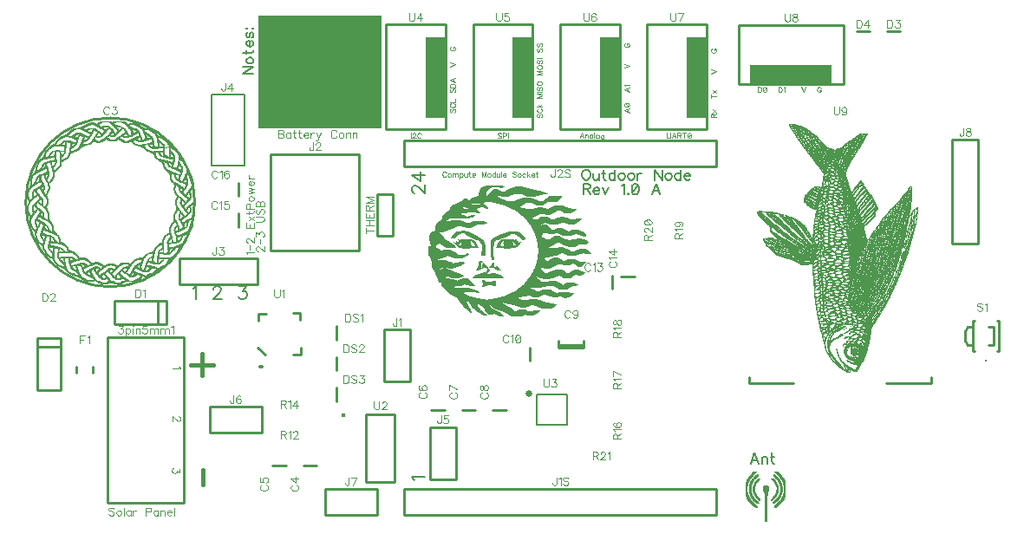
<source format=gbr>
G04 DipTrace 3.1.0.0*
G04 TopSilk.gbr*
%MOIN*%
G04 #@! TF.FileFunction,Legend,Top*
G04 #@! TF.Part,Single*
%ADD10C,0.01*%
%ADD12C,0.002992*%
%ADD20C,0.011811*%
%ADD41C,0.007874*%
%ADD49O,0.01862X0.017443*%
%ADD53C,0.015431*%
%ADD56C,0.007087*%
%ADD57O,0.025987X0.024803*%
%ADD132C,0.004632*%
%ADD133C,0.006176*%
%ADD134C,0.015439*%
%ADD135C,0.003088*%
%ADD136C,0.00772*%
%FSLAX26Y26*%
G04*
G70*
G90*
G75*
G01*
G04 TopSilk*
%LPD*%
X1149596Y1106299D2*
D10*
X854346D1*
Y468504D1*
X1149596D1*
Y1106299D1*
X541339Y1624016D2*
G02X541339Y1624016I324803J0D01*
G01*
X1608287Y612226D2*
X1659429D1*
X1490177D2*
X1541319D1*
X2151555Y824782D2*
X2100413D1*
X2269665D2*
X2218524D1*
X2387776D2*
X2336634D1*
X2687012Y1074409D2*
X2588579D1*
X2687012Y1066961D2*
X2588579D1*
X2687012D2*
Y1090520D1*
X2588579Y1066961D2*
Y1090520D1*
X2480336Y1066909D2*
Y1015768D1*
X2795297Y1342500D2*
Y1291358D1*
X2881870Y1338562D2*
X2830728D1*
X1360257Y1580689D2*
Y1529547D1*
Y1698799D2*
Y1647657D1*
X1082756Y1246063D2*
Y1155512D1*
X881811D1*
X1049372Y1246063D2*
Y1155512D1*
X881811Y1246063D2*
Y1155512D1*
X1082756Y1246063D2*
X881811D1*
X584646Y1102441D2*
X675197D1*
Y901496D1*
X584646Y1069057D2*
X675197D1*
X584646Y901496D2*
X675197D1*
X584646Y1102441D2*
Y901496D1*
X3852382Y2281475D2*
X3903524D1*
X3734272D2*
X3785413D1*
X1734273Y1096476D2*
Y1147618D1*
Y978366D2*
Y1029508D1*
Y860256D2*
Y911398D1*
X799181Y968535D2*
Y992094D1*
X736252Y968535D2*
Y992094D1*
X1918504Y934252D2*
X2018504D1*
X1918504Y1134252D2*
Y934252D1*
Y1134252D2*
X2018504D1*
Y934252D1*
X1823945Y1438866D2*
X1483000D1*
Y1810126D1*
X1823945D1*
Y1438866D1*
X1131102Y1308268D2*
Y1408268D1*
X1431102D1*
Y1308268D2*
Y1408268D1*
X1131102Y1308268D2*
X1431102D1*
X1254336Y1764567D2*
D41*
X1381503D1*
Y2039370D1*
X1254336D1*
Y1764567D1*
X2195669Y760236D2*
D10*
X2095669D1*
X2195669Y560236D2*
Y760236D1*
Y560236D2*
X2095669D1*
Y760236D1*
X1247638Y837402D2*
Y737402D1*
X1447638Y837402D2*
X1247638D1*
X1447638D2*
Y737402D1*
X1247638D1*
X1691339Y522441D2*
Y422441D1*
X1891339Y522441D2*
X1691339D1*
X1891339D2*
Y422441D1*
X1691339D1*
X4203543Y1865748D2*
X4103543D1*
X4203543Y1465748D2*
Y1865748D1*
X4103543Y1465748D2*
Y1865748D1*
X4203543Y1465748D2*
X4103543D1*
X3197244Y422441D2*
Y522441D1*
X1997244Y422441D2*
X3197244D1*
X1997244D2*
Y522441D1*
X2072844D1*
X3197244D1*
Y1761024D2*
Y1861024D1*
X1997244Y1761024D2*
X3197244D1*
X1997244D2*
Y1861024D1*
X2072844D1*
X3197244D1*
X4261817Y1076768D2*
Y1143694D1*
X4281496Y1051151D2*
Y1169274D1*
X4183075Y1051151D2*
Y1169274D1*
X4261817Y1143694D2*
X4242125D1*
X4261817Y1076768D2*
X4242125D1*
X4281496Y1169274D2*
X4275585D1*
X4281496Y1051151D2*
X4275585D1*
X4183075Y1169274D2*
X4188973D1*
X4183075Y1051151D2*
X4188973D1*
X4183075Y1076768D2*
X4161412D1*
X4153543Y1092515D1*
Y1127928D1*
X4183075Y1143694D2*
X4161412D1*
X4153543Y1127928D1*
D20*
X4232279Y1015711D3*
X1891654Y1494653D2*
D10*
X1951654D1*
X1891654Y1654953D2*
Y1494653D1*
Y1654953D2*
X1951654D1*
Y1494653D1*
X1463767Y1039545D2*
X1434135Y1065852D1*
X1598545Y1039545D2*
Y1065852D1*
Y1039545D2*
X1568888D1*
X1597361Y1170848D2*
Y1197156D1*
X1567704D1*
X1435723Y1196378D2*
X1465380D1*
X1435723D2*
Y1170045D1*
D49*
X1444227Y993630D3*
D53*
X1761144Y806046D3*
X1850394Y807085D2*
D10*
Y547255D1*
X1960630Y807085D2*
Y547255D1*
X1850394D2*
X1960630D1*
X1850394Y807085D2*
X1960630D1*
X2624023Y885832D2*
D56*
X2505914D1*
Y767717D1*
X2624023D1*
Y885832D1*
D57*
X2475985Y887598D3*
X1926772Y1905512D2*
D10*
X2155118D1*
Y2307087D1*
X1926772D1*
Y1905512D1*
G36*
X2078736Y1948802D2*
X2153543D1*
Y2259861D1*
X2078736D1*
Y1948802D1*
G37*
X2261417Y1905512D2*
D10*
X2489764D1*
Y2307087D1*
X2261417D1*
Y1905512D1*
G36*
X2413382Y1948802D2*
X2488188D1*
Y2259861D1*
X2413382D1*
Y1948802D1*
G37*
X2596063Y1905512D2*
D10*
X2824409D1*
Y2307087D1*
X2596063D1*
Y1905512D1*
G36*
X2748028Y1948802D2*
X2822834D1*
Y2259861D1*
X2748028D1*
Y1948802D1*
G37*
X2930709Y1905512D2*
D10*
X3159055D1*
Y2307087D1*
X2930709D1*
Y1905512D1*
G36*
X3082673Y1948802D2*
X3157480D1*
Y2259861D1*
X3082673D1*
Y1948802D1*
G37*
X3283465Y2305512D2*
D10*
X3685039D1*
Y2077165D1*
X3283465D1*
Y2305512D1*
G36*
X3326754Y2153547D2*
X3637814D1*
Y2078741D1*
X3326754D1*
Y2153547D1*
G37*
X3847865Y929178D2*
D10*
X4021833D1*
Y953093D1*
X3493870Y929178D2*
X3321868D1*
Y953093D1*
G36*
X1437008Y2342520D2*
X1909449D1*
Y1909449D1*
X1437008D1*
Y2342520D1*
G37*
X3474646Y1926142D2*
D12*
X3495591D1*
X3475120Y1923150D2*
X3477638D1*
X3486614D2*
X3504441D1*
X3475978Y1920157D2*
X3477638D1*
X3483622D2*
X3512917D1*
X3477240Y1917165D2*
X3507559D1*
X3513543D2*
X3520678D1*
X3478873Y1914173D2*
X3527673D1*
X3480752Y1911181D2*
X3483622D1*
X3489606D2*
X3534133D1*
X3482666Y1908189D2*
X3540212D1*
X3484721Y1905197D2*
X3486614D1*
X3495591D2*
D3*
X3501575D2*
X3504567D1*
X3510551D2*
X3516535D1*
X3522520D2*
X3534488D1*
X3540472D2*
X3545793D1*
X3487023Y1902205D2*
X3550699D1*
X3489320Y1899213D2*
X3498583D1*
X3504567D2*
X3525512D1*
X3531496D2*
X3555094D1*
X3491355Y1896220D2*
X3492598D1*
X3498583D2*
X3528504D1*
X3534488D2*
X3546457D1*
X3552441D2*
X3559295D1*
X3493132Y1893228D2*
X3519528D1*
X3525512D2*
X3563266D1*
X3494759Y1890236D2*
X3498583D1*
X3504567D2*
X3528504D1*
X3534488D2*
X3566876D1*
X3755906D2*
X3776850D1*
X3496317Y1887244D2*
X3498583D1*
X3507559D2*
D3*
X3519528D2*
X3531496D1*
X3537480D2*
X3540472D1*
X3549449D2*
X3570283D1*
X3749677D2*
X3755906D1*
X3761890D2*
D3*
X3773858D2*
X3775702D1*
X3497930Y1884252D2*
X3525512D1*
X3531496D2*
X3573794D1*
X3744107D2*
X3752913D1*
X3758898D2*
X3774323D1*
X3499719Y1881260D2*
X3504567D1*
X3510551D2*
X3533938D1*
X3541023D2*
X3558425D1*
X3564409D2*
D3*
X3570394D2*
X3577548D1*
X3738984D2*
X3758898D1*
X3764882D2*
X3772645D1*
X3501660Y1878268D2*
X3504567D1*
X3513543D2*
X3532888D1*
X3542072D2*
X3543465D1*
X3552441D2*
X3581223D1*
X3733984D2*
X3770763D1*
X3503598Y1875276D2*
X3519528D1*
X3525512D2*
X3531496D1*
X3543465D2*
X3584364D1*
X3729063D2*
X3755906D1*
X3761890D2*
X3768949D1*
X3505662Y1872283D2*
X3507559D1*
X3516535D2*
X3546457D1*
X3555433D2*
X3567402D1*
X3573386D2*
X3576378D1*
X3582362D2*
X3586919D1*
X3724490D2*
X3731969D1*
X3737953D2*
D3*
X3743937D2*
X3767274D1*
X3507966Y1869291D2*
X3525512D1*
X3531496D2*
X3540472D1*
X3546457D2*
X3558425D1*
X3564409D2*
X3567402D1*
X3573386D2*
X3589272D1*
X3720232D2*
X3737953D1*
X3743937D2*
X3765688D1*
X3510265Y1866299D2*
X3516535D1*
X3522520D2*
X3525512D1*
X3534488D2*
X3540472D1*
X3546457D2*
X3552441D1*
X3558425D2*
X3591795D1*
X3715986D2*
X3743937D1*
X3749921D2*
X3764158D1*
X3512300Y1863307D2*
X3540472D1*
X3546457D2*
X3567402D1*
X3576378D2*
X3584804D1*
X3591339D2*
X3594530D1*
X3711644D2*
X3762645D1*
X3514088Y1860315D2*
X3531496D1*
X3537480D2*
X3555433D1*
X3561417D2*
X3586746D1*
X3592928D2*
X3597403D1*
X3707232D2*
X3717008D1*
X3722992D2*
X3761134D1*
X3515821Y1857323D2*
X3519528D1*
X3525512D2*
X3543465D1*
X3552441D2*
X3573386D1*
X3579370D2*
X3588346D1*
X3594331D2*
X3600345D1*
X3702786D2*
X3725984D1*
X3731969D2*
X3740945D1*
X3746929D2*
X3759540D1*
X3517749Y1854331D2*
X3537480D1*
X3543465D2*
X3546457D1*
X3552441D2*
X3561417D1*
X3567402D2*
X3573386D1*
X3582362D2*
X3603318D1*
X3698418D2*
X3708031D1*
X3714016D2*
X3757758D1*
X3519984Y1851339D2*
X3525512D1*
X3531496D2*
X3537480D1*
X3543465D2*
X3561417D1*
X3567402D2*
X3606303D1*
X3694313D2*
X3734961D1*
X3740945D2*
X3755819D1*
X3522264Y1848346D2*
X3528504D1*
X3534488D2*
X3552441D1*
X3558425D2*
X3576378D1*
X3588346D2*
X3609304D1*
X3690546D2*
X3696063D1*
X3702047D2*
X3705039D1*
X3711024D2*
X3753893D1*
X3524392Y1845354D2*
X3567402D1*
X3573386D2*
X3612401D1*
X3686835D2*
X3731969D1*
X3737953D2*
X3751924D1*
X3526557Y1842362D2*
X3528504D1*
X3534488D2*
X3555433D1*
X3561417D2*
X3585354D1*
X3591339D2*
X3594331D1*
X3600315D2*
X3615786D1*
X3682964D2*
X3696063D1*
X3702047D2*
X3749907D1*
X3528993Y1839370D2*
X3531496D1*
X3537480D2*
X3570394D1*
X3576378D2*
X3619635D1*
X3679016D2*
X3687087D1*
X3693071D2*
D3*
X3699055D2*
X3737953D1*
X3743937D2*
X3748037D1*
X3531594Y1836378D2*
X3549449D1*
X3555433D2*
X3573386D1*
X3579370D2*
X3588346D1*
X3594331D2*
X3624119D1*
X3674867D2*
X3687087D1*
X3693071D2*
X3714016D1*
X3722992D2*
X3725984D1*
X3731969D2*
X3737953D1*
X3743937D2*
X3746329D1*
X3534075Y1833386D2*
X3588346D1*
X3594331D2*
X3629765D1*
X3669922D2*
X3678110D1*
X3684094D2*
X3699055D1*
X3705039D2*
X3744631D1*
X3536286Y1830394D2*
X3637009D1*
X3663859D2*
X3711024D1*
X3717008D2*
X3731969D1*
X3737953D2*
X3742716D1*
X3538385Y1827402D2*
X3546457D1*
X3552441D2*
X3567402D1*
X3573386D2*
X3618268D1*
X3624252D2*
X3645197D1*
X3657165D2*
X3696063D1*
X3702047D2*
X3740486D1*
X3540466Y1824409D2*
X3684094D1*
X3690079D2*
X3738219D1*
X3542462Y1821417D2*
X3561417D1*
X3567402D2*
X3621260D1*
X3627244D2*
X3693071D1*
X3702047D2*
X3725434D1*
X3731418D2*
X3736197D1*
X3544559Y1818425D2*
X3546457D1*
X3552441D2*
X3585354D1*
X3591339D2*
X3597323D1*
X3603307D2*
X3609291D1*
X3615276D2*
X3645197D1*
X3651181D2*
X3678110D1*
X3687087D2*
X3724384D1*
X3730369D2*
X3734413D1*
X3546965Y1815433D2*
X3567402D1*
X3573386D2*
X3690079D1*
X3696063D2*
X3722992D1*
X3728976D2*
X3732694D1*
X3549554Y1812441D2*
X3612283D1*
X3618268D2*
X3711024D1*
X3717008D2*
X3730860D1*
X3552031Y1809449D2*
X3678110D1*
X3684094D2*
X3687087D1*
X3693071D2*
X3728913D1*
X3554251Y1806457D2*
X3606299D1*
X3612283D2*
X3648189D1*
X3654173D2*
X3714016D1*
X3722992D2*
X3727073D1*
X3556443Y1803465D2*
X3588346D1*
X3594331D2*
X3597323D1*
X3603307D2*
X3675118D1*
X3681102D2*
X3684094D1*
X3690079D2*
X3696063D1*
X3702047D2*
X3725377D1*
X3558801Y1800472D2*
X3648189D1*
X3654173D2*
X3702047D1*
X3708031D2*
X3711024D1*
X3717008D2*
X3723695D1*
X3561131Y1797480D2*
X3603307D1*
X3609291D2*
X3672126D1*
X3678110D2*
X3681102D1*
X3687087D2*
X3721876D1*
X3563279Y1794488D2*
X3719922D1*
X3565439Y1791496D2*
X3624252D1*
X3630236D2*
X3648189D1*
X3657165D2*
X3717991D1*
X3567784Y1788504D2*
X3651181D1*
X3657165D2*
X3668557D1*
X3674644D2*
X3677560D1*
X3683544D2*
X3716019D1*
X3570110Y1785512D2*
X3588346D1*
X3594331D2*
X3606299D1*
X3612283D2*
X3621260D1*
X3627244D2*
X3639213D1*
X3648189D2*
X3667432D1*
X3673797D2*
X3676510D1*
X3682495D2*
X3714002D1*
X3572256Y1782520D2*
X3657165D1*
X3663150D2*
X3665940D1*
X3672639D2*
X3675118D1*
X3681102D2*
X3712132D1*
X3574416Y1779528D2*
X3618268D1*
X3624252D2*
X3664639D1*
X3671371D2*
X3710435D1*
X3576761Y1776535D2*
X3606299D1*
X3612283D2*
X3636220D1*
X3645197D2*
X3663778D1*
X3670186D2*
X3672126D1*
X3678110D2*
X3708842D1*
X3579087Y1773543D2*
X3588346D1*
X3594331D2*
X3663150D1*
X3669134D2*
X3707309D1*
X3581233Y1770551D2*
X3630236D1*
X3642205D2*
X3669134D1*
X3675118D2*
X3687087D1*
X3693071D2*
X3705795D1*
X3583404Y1767559D2*
X3594331D1*
X3600315D2*
X3627244D1*
X3636220D2*
X3684094D1*
X3690079D2*
X3704296D1*
X3585842Y1764567D2*
X3666142D1*
X3672126D2*
X3702795D1*
X3588444Y1761575D2*
X3636220D1*
X3645197D2*
X3678110D1*
X3684094D2*
X3701301D1*
X3590926Y1758583D2*
X3621260D1*
X3636220D2*
X3642205D1*
X3648189D2*
X3675118D1*
X3684094D2*
X3687087D1*
X3693071D2*
X3699802D1*
X3593148Y1755591D2*
X3698308D1*
X3595352Y1752598D2*
X3618268D1*
X3624252D2*
X3633228D1*
X3645197D2*
X3696822D1*
X3597803Y1749606D2*
X3600315D1*
X3606299D2*
X3618268D1*
X3624252D2*
X3636220D1*
X3648189D2*
X3657165D1*
X3663150D2*
X3695433D1*
X3600410Y1746614D2*
X3687087D1*
X3693071D2*
X3694328D1*
X3602882Y1743622D2*
X3624252D1*
X3630236D2*
X3633228D1*
X3639213D2*
X3645197D1*
X3651181D2*
X3654173D1*
X3660157D2*
X3693656D1*
X3604987Y1740630D2*
X3645197D1*
X3663150D2*
X3678110D1*
X3684094D2*
X3693317D1*
X3606682Y1737638D2*
X3633228D1*
X3641105D2*
X3693167D1*
X3607825Y1734646D2*
X3616376D1*
X3625352D2*
X3627244D1*
X3644989D2*
X3651181D1*
X3663150D2*
X3693107D1*
X3608454Y1731654D2*
X3612491D1*
X3621468D2*
X3639213D1*
X3648189D2*
X3651181D1*
X3663150D2*
X3693095D1*
X3607888Y1728661D2*
X3609291D1*
X3618268D2*
X3621260D1*
X3627244D2*
X3693192D1*
X3607226Y1725669D2*
X3621260D1*
X3627244D2*
D3*
X3633228D2*
X3654173D1*
X3660157D2*
X3693571D1*
X3606755Y1722677D2*
X3636220D1*
X3654173D2*
X3657165D1*
X3672126D2*
X3694298D1*
X3606498Y1719685D2*
X3612283D1*
X3618268D2*
X3639213D1*
X3657165D2*
X3660157D1*
X3666142D2*
X3695170D1*
X3606367Y1716693D2*
X3609291D1*
X3615276D2*
X3621260D1*
X3627244D2*
X3630236D1*
X3639213D2*
X3642205D1*
X3648189D2*
X3672126D1*
X3678110D2*
X3696073D1*
X3606212Y1713701D2*
X3606299D1*
X3612283D2*
X3618268D1*
X3627244D2*
X3630236D1*
X3642205D2*
X3651181D1*
X3663150D2*
X3672126D1*
X3678110D2*
X3697079D1*
X3605812Y1710709D2*
X3648189D1*
X3666142D2*
X3698078D1*
X3605088Y1707717D2*
X3633778D1*
X3648189D2*
X3654173D1*
X3663150D2*
X3699034D1*
X3749921D2*
X3752913D1*
X3604318Y1704724D2*
X3606299D1*
X3612283D2*
X3634828D1*
X3645197D2*
X3663150D1*
X3669134D2*
X3687087D1*
X3693071D2*
X3700060D1*
X3746929D2*
X3753358D1*
X3603796Y1701732D2*
X3606299D1*
X3612283D2*
X3615276D1*
X3624375D2*
X3627244D1*
X3633228D2*
X3636220D1*
X3642205D2*
X3648189D1*
X3660157D2*
X3666142D1*
X3675118D2*
X3701066D1*
X3743949D2*
X3754865D1*
X3603506Y1698740D2*
X3606299D1*
X3612283D2*
D3*
X3624839D2*
X3627244D1*
X3633228D2*
X3645197D1*
X3663150D2*
X3702024D1*
X3741062D2*
X3758151D1*
X3603274Y1695748D2*
X3615463D1*
X3625863D2*
X3648189D1*
X3660157D2*
X3678110D1*
X3684094D2*
X3703040D1*
X3738451D2*
X3746929D1*
X3752913D2*
X3761890D1*
X3602838Y1692756D2*
X3606849D1*
X3618268D2*
D3*
X3627244D2*
X3630786D1*
X3648189D2*
X3651181D1*
X3657165D2*
X3663150D1*
X3672126D2*
X3681102D1*
X3687087D2*
X3703953D1*
X3736175D2*
X3743937D1*
X3749921D2*
X3758898D1*
X3602076Y1689764D2*
X3604907D1*
X3615276D2*
X3631836D1*
X3645197D2*
X3687087D1*
X3693071D2*
X3704635D1*
X3733962D2*
X3740945D1*
X3746929D2*
X3761776D1*
X3944409D2*
D3*
X3576378Y1686772D2*
X3585354D1*
X3601178D2*
X3603307D1*
X3609291D2*
X3618268D1*
X3624802D2*
X3633228D1*
X3642205D2*
X3645197D1*
X3663150D2*
X3693071D1*
X3699055D2*
X3705315D1*
X3731597D2*
X3737953D1*
X3743937D2*
X3749921D1*
X3761890D2*
X3764384D1*
X3941429D2*
X3944409D1*
X3572597Y1683780D2*
X3591339D1*
X3600315D2*
X3612283D1*
X3625852D2*
X3642205D1*
X3666142D2*
X3706178D1*
X3729275D2*
X3734961D1*
X3740945D2*
X3746929D1*
X3758539D2*
X3766648D1*
X3938554D2*
X3944409D1*
X3568690Y1680787D2*
X3582362D1*
X3588346D2*
X3618268D1*
X3627244D2*
X3651181D1*
X3660157D2*
X3707105D1*
X3727232D2*
X3743949D1*
X3755590D2*
X3768767D1*
X3936048D2*
X3938425D1*
X3944409D2*
D3*
X3564471Y1677795D2*
X3570394D1*
X3576378D2*
X3588346D1*
X3594331D2*
X3630236D1*
X3648189D2*
X3663150D1*
X3678110D2*
X3708032D1*
X3725443D2*
X3731969D1*
X3737953D2*
X3741062D1*
X3752835D2*
X3770856D1*
X3934154D2*
X3944409D1*
X3560175Y1674803D2*
X3576378D1*
X3585354D2*
X3600315D1*
X3606299D2*
X3612283D1*
X3621260D2*
X3633228D1*
X3651181D2*
X3666142D1*
X3675118D2*
X3709060D1*
X3723737D2*
X3728976D1*
X3734972D2*
X3738451D1*
X3750325D2*
X3758898D1*
X3767874D2*
X3772854D1*
X3932646D2*
X3935433D1*
X3941417D2*
X3944409D1*
X3556285Y1671811D2*
X3558425D1*
X3566814D2*
X3582362D1*
X3591339D2*
X3609291D1*
X3618268D2*
X3658816D1*
X3662049D2*
X3696063D1*
X3702047D2*
X3710085D1*
X3721936D2*
X3725996D1*
X3732085D2*
X3736175D1*
X3748103D2*
X3755906D1*
X3764882D2*
X3774941D1*
X3930943D2*
X3944409D1*
X3552822Y1668819D2*
X3563386D1*
X3574559D2*
X3630236D1*
X3642205D2*
X3652989D1*
X3668926D2*
X3675118D1*
X3681102D2*
X3711024D1*
X3720000D2*
X3723118D1*
X3729477D2*
X3733962D1*
X3745915D2*
X3752925D1*
X3761901D2*
X3777253D1*
X3928738D2*
X3944409D1*
X3549702Y1665827D2*
X3568472D1*
X3581614D2*
X3597323D1*
X3606299D2*
X3627244D1*
X3645197D2*
X3648189D1*
X3675118D2*
X3720588D1*
X3727226D2*
X3731597D1*
X3743560D2*
X3750038D1*
X3759015D2*
X3767874D1*
X3773270D2*
X3779566D1*
X3926057D2*
X3944409D1*
X3546905Y1662835D2*
X3554052D1*
X3561856D2*
X3573843D1*
X3588346D2*
X3597323D1*
X3606299D2*
X3609841D1*
X3618268D2*
X3630236D1*
X3642205D2*
X3718619D1*
X3725125D2*
X3729264D1*
X3741230D2*
X3747427D1*
X3756404D2*
X3764882D1*
X3772040D2*
X3781696D1*
X3922968D2*
X3944409D1*
X3544318Y1659843D2*
X3559177D1*
X3568355D2*
X3579370D1*
X3585354D2*
X3610891D1*
X3618268D2*
X3648189D1*
X3655515D2*
X3669134D1*
X3678660D2*
X3678110D1*
X3684094D2*
X3717008D1*
X3722992D2*
X3727127D1*
X3739095D2*
X3745152D1*
X3754128D2*
X3761890D1*
X3770155D2*
X3783772D1*
X3919725D2*
X3932441D1*
X3938425D2*
X3944409D1*
X3541756Y1656850D2*
X3564725D1*
X3574197D2*
X3600315D1*
X3606299D2*
X3612283D1*
X3618268D2*
X3630236D1*
X3635120D2*
X3642205D1*
X3661342D2*
X3672126D1*
X3679710D2*
X3687087D1*
X3693071D2*
X3725068D1*
X3737037D2*
X3742939D1*
X3751903D2*
X3758898D1*
X3768030D2*
X3776850D1*
X3782835D2*
X3785945D1*
X3916815D2*
X3944409D1*
X3539348Y1653858D2*
X3547159D1*
X3555410D2*
X3570509D1*
X3578705D2*
X3597323D1*
X3603307D2*
X3621260D1*
X3639005D2*
X3645197D1*
X3666142D2*
X3675118D1*
X3681102D2*
X3723083D1*
X3735051D2*
X3740573D1*
X3749433D2*
X3755906D1*
X3765965D2*
X3773858D1*
X3780305D2*
X3788305D1*
X3914459D2*
X3944409D1*
X3537363Y1650866D2*
X3551779D1*
X3564158D2*
X3576378D1*
X3582362D2*
X3594331D1*
X3600315D2*
X3606299D1*
X3618818D2*
X3627244D1*
X3642205D2*
X3721414D1*
X3733383D2*
X3738240D1*
X3746718D2*
X3752913D1*
X3763823D2*
X3770866D1*
X3778055D2*
X3791001D1*
X3912432D2*
X3944409D1*
X3535852Y1647874D2*
X3537480D1*
X3543590D2*
X3557500D1*
X3572210D2*
X3603307D1*
X3616876D2*
X3645197D1*
X3656615D2*
X3664800D1*
X3684094D2*
X3696063D1*
X3702047D2*
X3720000D1*
X3731969D2*
X3736092D1*
X3743853D2*
X3749921D1*
X3761384D2*
X3767874D1*
X3775837D2*
X3793698D1*
X3910370D2*
X3944409D1*
X3534663Y1644882D2*
X3540702D1*
X3550063D2*
X3563866D1*
X3579140D2*
X3606299D1*
X3615276D2*
X3624839D1*
X3636220D2*
X3642205D1*
X3661550D2*
X3670942D1*
X3681102D2*
X3733931D1*
X3740925D2*
X3746929D1*
X3758681D2*
X3764882D1*
X3773381D2*
X3795804D1*
X3908080D2*
X3920472D1*
X3926457D2*
X3929449D1*
X3935433D2*
X3944409D1*
X3533553Y1641890D2*
X3544968D1*
X3557123D2*
X3570394D1*
X3585354D2*
X3594331D1*
X3603307D2*
X3626071D1*
X3642205D2*
X3649592D1*
X3666142D2*
X3678110D1*
X3684094D2*
X3731595D1*
X3738067D2*
X3743937D1*
X3755831D2*
X3761901D1*
X3770772D2*
X3776850D1*
X3782835D2*
X3797351D1*
X3905779D2*
X3944409D1*
X3532614Y1638898D2*
X3550082D1*
X3564357D2*
X3609291D1*
X3621260D2*
X3627992D1*
X3639026D2*
X3657165D1*
X3663150D2*
X3670234D1*
X3674568D2*
X3729350D1*
X3735545D2*
X3740957D1*
X3752998D2*
X3759015D1*
X3768288D2*
X3788819D1*
X3795266D2*
X3798744D1*
X3903655D2*
X3944409D1*
X3532024Y1635906D2*
X3535283D1*
X3543825D2*
X3555681D1*
X3570635D2*
X3600315D1*
X3612283D2*
X3618268D1*
X3627244D2*
X3630236D1*
X3636220D2*
X3642792D1*
X3652876D2*
X3666350D1*
X3679502D2*
X3727516D1*
X3733578D2*
X3738070D1*
X3750420D2*
X3756404D1*
X3766065D2*
X3785827D1*
X3793015D2*
X3800240D1*
X3901592D2*
X3905512D1*
X3911496D2*
X3944409D1*
X3531721Y1632913D2*
X3538167D1*
X3550261D2*
X3561509D1*
X3575709D2*
X3606299D1*
X3612283D2*
X3644024D1*
X3656651D2*
X3663150D1*
X3684094D2*
X3725984D1*
X3731969D2*
X3735471D1*
X3748257D2*
X3754128D1*
X3763872D2*
X3767298D1*
X3776862D2*
X3782846D1*
X3790810D2*
X3801956D1*
X3899514D2*
X3944398D1*
X3531585Y1629921D2*
X3542614D1*
X3556567D2*
X3567432D1*
X3577770D2*
X3594453D1*
X3602378D2*
X3621724D1*
X3642205D2*
X3645945D1*
X3658194D2*
X3675118D1*
X3681102D2*
X3708031D1*
X3714016D2*
X3733324D1*
X3746416D2*
X3751915D1*
X3761514D2*
X3766149D1*
X3773975D2*
X3779959D1*
X3788447D2*
X3803754D1*
X3897418D2*
X3935433D1*
X3941417D2*
X3944293D1*
X3531527Y1626929D2*
X3548476D1*
X3562528D2*
X3573386D1*
X3579370D2*
X3591926D1*
X3600844D2*
X3622491D1*
X3645197D2*
X3648189D1*
X3657165D2*
X3731710D1*
X3744664D2*
X3749550D1*
X3759184D2*
X3764447D1*
X3771364D2*
X3777349D1*
X3786114D2*
X3805183D1*
X3894942D2*
X3917480D1*
X3923465D2*
X3935433D1*
X3941417D2*
X3943911D1*
X3540472Y1623937D2*
X3555281D1*
X3567837D2*
X3589957D1*
X3599048D2*
X3603307D1*
X3612529D2*
X3623390D1*
X3639026D2*
X3662858D1*
X3680552D2*
X3684094D1*
X3693071D2*
X3730536D1*
X3742725D2*
X3747217D1*
X3757036D2*
X3762381D1*
X3769089D2*
X3775073D1*
X3783965D2*
X3794803D1*
X3801250D2*
X3806062D1*
X3891808D2*
X3905512D1*
X3911496D2*
X3943195D1*
X3540724Y1620945D2*
X3562684D1*
X3572314D2*
X3588346D1*
X3597323D2*
X3600315D1*
X3613078D2*
X3614504D1*
X3624252D2*
D3*
X3633228D2*
X3645197D1*
X3657165D2*
X3670017D1*
X3682495D2*
X3731053D1*
X3740432D2*
X3745068D1*
X3754876D2*
X3760031D1*
X3766864D2*
X3772848D1*
X3781793D2*
X3791811D1*
X3799011D2*
X3806699D1*
X3888347D2*
X3893543D1*
X3899528D2*
X3926457D1*
X3932441D2*
X3942427D1*
X3541291Y1617953D2*
X3545663D1*
X3555065D2*
X3570394D1*
X3576378D2*
X3604710D1*
X3615410D2*
X3612158D1*
X3621260D2*
X3642205D1*
X3663150D2*
X3678110D1*
X3684094D2*
X3731969D1*
X3737953D2*
X3742907D1*
X3752531D2*
X3757594D1*
X3764394D2*
X3770378D1*
X3779343D2*
X3788819D1*
X3796911D2*
X3807660D1*
X3884967D2*
X3905512D1*
X3911496D2*
X3914488D1*
X3920472D2*
X3941906D1*
X3544058Y1614961D2*
X3552016D1*
X3562647D2*
X3588897D1*
X3603307D2*
X3609291D1*
X3618268D2*
X3627244D1*
X3639213D2*
X3645197D1*
X3657165D2*
X3666142D1*
X3674568D2*
X3687087D1*
X3693071D2*
X3696063D1*
X3702047D2*
X3740574D1*
X3750205D2*
X3755156D1*
X3761691D2*
X3767663D1*
X3776636D2*
X3785827D1*
X3794940D2*
X3809286D1*
X3881753D2*
X3884567D1*
X3892993D2*
X3902520D1*
X3908504D2*
X3914488D1*
X3920472D2*
X3923465D1*
X3929449D2*
X3941628D1*
X3548209Y1611969D2*
X3559465D1*
X3568554D2*
X3586954D1*
X3598725D2*
X3621260D1*
X3645197D2*
X3657165D1*
X3676510D2*
X3681102D1*
X3690079D2*
X3693071D1*
X3699055D2*
X3702047D1*
X3708031D2*
X3738364D1*
X3748059D2*
X3752558D1*
X3758931D2*
X3764798D1*
X3773785D2*
X3782835D1*
X3793431D2*
X3800787D1*
X3806772D2*
X3811335D1*
X3878655D2*
X3885117D1*
X3891943D2*
X3893543D1*
X3899528D2*
X3941501D1*
X3553619Y1608976D2*
X3567402D1*
X3573386D2*
X3585354D1*
X3594331D2*
X3603307D1*
X3609291D2*
X3612283D1*
X3618268D2*
X3622849D1*
X3643607D2*
X3663150D1*
X3678110D2*
X3736706D1*
X3745895D2*
X3749878D1*
X3756372D2*
X3761870D1*
X3770951D2*
X3779843D1*
X3792484D2*
X3797795D1*
X3804454D2*
X3813475D1*
X3875618D2*
X3886167D1*
X3890551D2*
X3902520D1*
X3908504D2*
X3941449D1*
X3968346D2*
D3*
X3559891Y1605984D2*
X3597323D1*
X3609291D2*
X3612283D1*
X3621260D2*
X3624252D1*
X3630236D2*
X3636220D1*
X3642205D2*
X3645197D1*
X3663150D2*
X3696063D1*
X3702170D2*
X3735682D1*
X3743491D2*
X3747363D1*
X3754117D2*
X3759003D1*
X3768361D2*
X3776850D1*
X3785827D2*
X3794815D1*
X3801994D2*
X3815401D1*
X3872608D2*
X3887559D1*
X3893543D2*
X3911496D1*
X3917480D2*
X3941417D1*
X3965354D2*
X3968346D1*
X3566362Y1602992D2*
X3588897D1*
X3594331D2*
X3612283D1*
X3618268D2*
X3648189D1*
X3669134D2*
X3681102D1*
X3687087D2*
X3696063D1*
X3702635D2*
X3711024D1*
X3717008D2*
X3734961D1*
X3740945D2*
X3745128D1*
X3751900D2*
X3756400D1*
X3766093D2*
X3773870D1*
X3784216D2*
X3791928D1*
X3799512D2*
X3816894D1*
X3869621D2*
X3875591D1*
X3881575D2*
X3885969D1*
X3891954D2*
X3899528D1*
X3905512D2*
X3941304D1*
X3962362D2*
X3968346D1*
X3572346Y1600000D2*
X3586954D1*
X3597323D2*
X3622662D1*
X3645197D2*
X3651181D1*
X3663150D2*
X3696063D1*
X3703658D2*
X3742926D1*
X3749434D2*
X3754127D1*
X3763870D2*
X3770983D1*
X3782083D2*
X3789317D1*
X3797056D2*
X3816597D1*
X3866732D2*
X3884567D1*
X3890551D2*
X3940920D1*
X3959370D2*
X3968346D1*
X3577577Y1597008D2*
X3585354D1*
X3594331D2*
X3597323D1*
X3609291D2*
X3612283D1*
X3618268D2*
X3627244D1*
X3645197D2*
X3669134D1*
X3687087D2*
X3696063D1*
X3705039D2*
X3740507D1*
X3746736D2*
X3751915D1*
X3761413D2*
X3768372D1*
X3779526D2*
X3787042D1*
X3794440D2*
X3814714D1*
X3864121D2*
X3866614D1*
X3872598D2*
X3890551D1*
X3896535D2*
X3926457D1*
X3932441D2*
X3940203D1*
X3956390D2*
X3959370D1*
X3968346D2*
D3*
X3582362Y1594016D2*
X3598725D1*
X3609291D2*
X3612283D1*
X3624252D2*
X3648189D1*
X3666142D2*
X3672126D1*
X3687087D2*
X3690079D1*
X3696063D2*
X3722992D1*
X3728976D2*
X3737953D1*
X3743937D2*
X3749561D1*
X3758804D2*
X3766097D1*
X3776727D2*
X3784817D1*
X3791652D2*
X3797795D1*
X3803893D2*
X3812330D1*
X3861845D2*
X3865212D1*
X3872598D2*
X3875591D1*
X3881575D2*
X3896535D1*
X3902520D2*
X3908504D1*
X3914488D2*
X3939435D1*
X3953503D2*
X3956378D1*
X3968346D2*
D3*
X3366929Y1591024D2*
X3369921D1*
X3378898D2*
D3*
X3580867D2*
X3588346D1*
X3594331D2*
X3600315D1*
X3609291D2*
X3612283D1*
X3618268D2*
X3627244D1*
X3642205D2*
X3648189D1*
X3669134D2*
X3747344D1*
X3756322D2*
X3763872D1*
X3773824D2*
X3782346D1*
X3788755D2*
X3794803D1*
X3801285D2*
X3809722D1*
X3859620D2*
X3863622D1*
X3872598D2*
X3881575D1*
X3887559D2*
X3917480D1*
X3923465D2*
X3938902D1*
X3950892D2*
X3957588D1*
X3968346D2*
D3*
X3351969Y1588031D2*
X3405827D1*
X3579624D2*
X3585354D1*
X3600315D2*
X3624252D1*
X3648189D2*
X3696063D1*
X3702047D2*
D3*
X3708031D2*
X3711024D1*
X3717008D2*
X3745684D1*
X3754124D2*
X3761401D1*
X3770967D2*
X3779632D1*
X3785803D2*
X3791811D1*
X3799022D2*
X3807348D1*
X3857150D2*
X3938510D1*
X3948617D2*
X3950394D1*
X3956366D2*
X3957486D1*
X3965354D2*
X3968335D1*
X3352545Y1585039D2*
X3369921D1*
X3384882D2*
X3422751D1*
X3578472D2*
X3612283D1*
X3621260D2*
X3630236D1*
X3645197D2*
X3672126D1*
X3690079D2*
X3696063D1*
X3702047D2*
D3*
X3708031D2*
X3711024D1*
X3717008D2*
X3744659D1*
X3752043D2*
X3758687D1*
X3768367D2*
X3776766D1*
X3782826D2*
X3788819D1*
X3796890D2*
X3805376D1*
X3854435D2*
X3857638D1*
X3864210D2*
X3863622D1*
X3869606D2*
X3872598D1*
X3878583D2*
X3881575D1*
X3887559D2*
X3905512D1*
X3914488D2*
X3937921D1*
X3946400D2*
X3949013D1*
X3956261D2*
X3957085D1*
X3964804D2*
X3968230D1*
X3353682Y1582047D2*
X3372913D1*
X3387874D2*
X3396850D1*
X3402835D2*
X3438740D1*
X3444724D2*
D3*
X3577512D2*
X3609291D1*
X3624252D2*
X3648189D1*
X3672126D2*
X3675118D1*
X3690079D2*
X3743937D1*
X3749921D2*
X3755833D1*
X3766095D2*
X3773827D1*
X3779840D2*
X3785827D1*
X3794696D2*
X3805005D1*
X3851581D2*
X3856256D1*
X3862460D2*
X3887559D1*
X3893543D2*
X3908504D1*
X3914488D2*
X3936844D1*
X3943975D2*
X3948153D1*
X3955880D2*
X3956703D1*
X3963754D2*
X3967848D1*
X3355291Y1579055D2*
X3357953D1*
X3363937D2*
X3375906D1*
X3390866D2*
X3411811D1*
X3417795D2*
X3420787D1*
X3435388D2*
X3453701D1*
X3576912D2*
X3585354D1*
X3597323D2*
X3612283D1*
X3621260D2*
X3627244D1*
X3645197D2*
X3651181D1*
X3666142D2*
X3753008D1*
X3763871D2*
X3770855D1*
X3776849D2*
X3782835D1*
X3792317D2*
X3805185D1*
X3848747D2*
X3855394D1*
X3861455D2*
X3863622D1*
X3869606D2*
X3872598D1*
X3878583D2*
X3893543D1*
X3899528D2*
X3935433D1*
X3941417D2*
X3947707D1*
X3955163D2*
X3956378D1*
X3962362D2*
X3967132D1*
X3357080Y1576063D2*
X3378909D1*
X3393858D2*
X3423780D1*
X3437917D2*
X3453701D1*
X3459685D2*
X3462677D1*
X3576593D2*
X3579370D1*
X3591339D2*
X3630236D1*
X3651181D2*
X3654173D1*
X3660157D2*
X3684094D1*
X3690079D2*
X3708031D1*
X3714016D2*
X3725984D1*
X3731969D2*
X3750498D1*
X3761404D2*
X3767870D1*
X3773858D2*
X3779843D1*
X3789502D2*
X3795152D1*
X3803780D2*
X3805509D1*
X3846156D2*
X3848661D1*
X3854646D2*
X3854937D1*
X3860946D2*
X3878583D1*
X3884567D2*
X3905389D1*
X3911496D2*
X3941417D1*
X3947402D2*
X3947409D1*
X3954396D2*
X3966364D1*
X3359095Y1573071D2*
X3382007D1*
X3396850D2*
X3426772D1*
X3440470D2*
X3453701D1*
X3462677D2*
X3470145D1*
X3576351D2*
X3594331D1*
X3603307D2*
X3633228D1*
X3642205D2*
X3663700D1*
X3684094D2*
X3687087D1*
X3693071D2*
X3696063D1*
X3702047D2*
X3711024D1*
X3717008D2*
X3748536D1*
X3758705D2*
X3764881D1*
X3770866D2*
X3776850D1*
X3786317D2*
X3792529D1*
X3800787D2*
X3804842D1*
X3843888D2*
X3848661D1*
X3854646D2*
D3*
X3860630D2*
X3884567D1*
X3890551D2*
X3893543D1*
X3899528D2*
X3904924D1*
X3911496D2*
X3926457D1*
X3932441D2*
X3939002D1*
X3944409D2*
X3946949D1*
X3953862D2*
X3965843D1*
X3361482Y1570079D2*
X3372913D1*
X3378898D2*
X3385380D1*
X3399843D2*
X3429764D1*
X3442989D2*
X3477278D1*
X3575913D2*
X3609841D1*
X3633228D2*
X3664750D1*
X3687087D2*
X3746929D1*
X3755906D2*
X3761889D1*
X3767874D2*
X3773858D1*
X3783101D2*
X3789688D1*
X3797795D2*
X3802842D1*
X3841666D2*
X3903901D1*
X3911496D2*
X3937146D1*
X3944398D2*
X3946203D1*
X3953480D2*
X3953386D1*
X3959370D2*
D3*
X3965354D2*
X3965565D1*
X3364165Y1567087D2*
X3389089D1*
X3402835D2*
X3414803D1*
X3420787D2*
X3432756D1*
X3445457D2*
X3456693D1*
X3462677D2*
X3468661D1*
X3474646D2*
X3484127D1*
X3575175D2*
X3582912D1*
X3596551D2*
X3600315D1*
X3606299D2*
X3610891D1*
X3627618D2*
X3639213D1*
X3663150D2*
X3666142D1*
X3681102D2*
X3690079D1*
X3696063D2*
X3717008D1*
X3722992D2*
X3758898D1*
X3764882D2*
X3770866D1*
X3779966D2*
X3786729D1*
X3794803D2*
X3800388D1*
X3839196D2*
X3860630D1*
X3866614D2*
D3*
X3875591D2*
D3*
X3881575D2*
X3902520D1*
X3911496D2*
X3935763D1*
X3944293D2*
X3945425D1*
X3952969D2*
X3959370D1*
X3965354D2*
X3965438D1*
X3367019Y1564094D2*
X3378898D1*
X3384882D2*
X3392848D1*
X3405838D2*
X3408819D1*
X3414803D2*
X3435748D1*
X3448078D2*
X3490643D1*
X3574400D2*
X3576378D1*
X3582362D2*
X3583962D1*
X3594205D2*
X3612283D1*
X3621260D2*
X3642205D1*
X3660344D2*
X3720000D1*
X3728976D2*
X3755905D1*
X3761890D2*
X3767874D1*
X3776902D2*
X3783828D1*
X3791799D2*
X3797639D1*
X3836494D2*
X3890551D1*
X3896535D2*
X3934560D1*
X3943911D2*
X3944897D1*
X3952175D2*
X3958347D1*
X3965354D2*
X3965374D1*
X3369966Y1561102D2*
X3396362D1*
X3408936D2*
X3420787D1*
X3426772D2*
X3438740D1*
X3450867D2*
X3496888D1*
X3573875D2*
X3585354D1*
X3591339D2*
X3606323D1*
X3612283D2*
X3627244D1*
X3639213D2*
X3645197D1*
X3657165D2*
X3666142D1*
X3684094D2*
X3690079D1*
X3699055D2*
X3752913D1*
X3758898D2*
X3764882D1*
X3773878D2*
X3780737D1*
X3788702D2*
X3794745D1*
X3833734D2*
X3836693D1*
X3842677D2*
X3845669D1*
X3851654D2*
X3866614D1*
X3872598D2*
X3875591D1*
X3881575D2*
X3923465D1*
X3929449D2*
X3933583D1*
X3943195D2*
X3944603D1*
X3951264D2*
X3957457D1*
X3962362D2*
X3965249D1*
X3373042Y1558110D2*
X3399643D1*
X3412309D2*
X3441732D1*
X3453765D2*
X3465669D1*
X3471654D2*
X3487202D1*
X3492598D2*
X3502973D1*
X3573597D2*
X3573386D1*
X3585354D2*
X3594331D1*
X3603307D2*
X3606551D1*
X3617218D2*
X3624252D1*
X3645197D2*
X3663150D1*
X3687087D2*
X3761890D1*
X3770873D2*
X3777425D1*
X3785329D2*
X3791779D1*
X3831187D2*
X3842677D1*
X3851654D2*
X3875591D1*
X3881575D2*
X3887559D1*
X3893543D2*
X3899528D1*
X3905512D2*
X3932978D1*
X3942416D2*
X3944409D1*
X3950394D2*
D3*
X3956378D2*
X3956889D1*
X3962362D2*
X3964860D1*
X3376408Y1555118D2*
X3387874D1*
X3393858D2*
X3402868D1*
X3416030D2*
X3444724D1*
X3456717D2*
X3477638D1*
X3483622D2*
X3488444D1*
X3495579D2*
X3508790D1*
X3573470D2*
X3588346D1*
X3603307D2*
X3607094D1*
X3622185D2*
X3627244D1*
X3639213D2*
X3648189D1*
X3660157D2*
X3666142D1*
X3681102D2*
X3717008D1*
X3722992D2*
X3725984D1*
X3731969D2*
X3758898D1*
X3767877D2*
X3774156D1*
X3781620D2*
X3788695D1*
X3829037D2*
X3833701D1*
X3842677D2*
X3863622D1*
X3872598D2*
X3932657D1*
X3941789D2*
X3956585D1*
X3962351D2*
X3964141D1*
X3380114Y1552126D2*
X3406294D1*
X3419894D2*
X3447717D1*
X3459694D2*
X3471654D1*
X3477638D2*
X3490423D1*
X3498466D2*
X3514012D1*
X3573406D2*
X3609426D1*
X3627244D2*
X3645197D1*
X3666142D2*
X3705039D1*
X3711024D2*
X3755906D1*
X3764883D2*
X3771000D1*
X3777861D2*
X3785326D1*
X3827212D2*
X3932414D1*
X3941130D2*
X3941417D1*
X3947402D2*
X3956347D1*
X3962245D2*
X3963373D1*
X3383872Y1549134D2*
X3410022D1*
X3423789D2*
X3450709D1*
X3462680D2*
X3492824D1*
X3501077D2*
X3518354D1*
X3573280D2*
X3573386D1*
X3588346D2*
X3598973D1*
X3603307D2*
X3612283D1*
X3621260D2*
X3651181D1*
X3663150D2*
X3669134D1*
X3677010D2*
X3684094D1*
X3696063D2*
X3722992D1*
X3728976D2*
X3752913D1*
X3761890D2*
X3767929D1*
X3774347D2*
X3781619D1*
X3825567D2*
X3872598D1*
X3878583D2*
X3887559D1*
X3893543D2*
X3896535D1*
X3902520D2*
X3917480D1*
X3923465D2*
X3931976D1*
X3940275D2*
X3941417D1*
X3947402D2*
D3*
X3953386D2*
X3955910D1*
X3961862D2*
X3962851D1*
X3387374Y1546142D2*
X3413789D1*
X3427787D2*
X3453701D1*
X3465670D2*
X3477638D1*
X3483622D2*
X3495224D1*
X3503352D2*
X3522025D1*
X3572891D2*
X3573386D1*
X3585354D2*
X3593146D1*
X3606299D2*
X3630236D1*
X3648189D2*
X3666142D1*
X3680895D2*
X3731969D1*
X3737953D2*
X3764903D1*
X3771076D2*
X3777860D1*
X3824001D2*
X3824724D1*
X3830709D2*
X3905512D1*
X3911496D2*
X3917480D1*
X3923465D2*
X3931238D1*
X3939350D2*
X3941417D1*
X3947402D2*
D3*
X3953386D2*
X3955147D1*
X3961120D2*
X3962561D1*
X3390538Y1543150D2*
X3417317D1*
X3431779D2*
X3456693D1*
X3468662D2*
X3497416D1*
X3505577D2*
X3525318D1*
X3572172D2*
X3588346D1*
X3597323D2*
X3609291D1*
X3627244D2*
X3633228D1*
X3645197D2*
X3654173D1*
X3663150D2*
X3672126D1*
X3684094D2*
X3725984D1*
X3731969D2*
X3761897D1*
X3767952D2*
X3774346D1*
X3822375D2*
X3833701D1*
X3839685D2*
X3869606D1*
X3875591D2*
X3884567D1*
X3890551D2*
X3917480D1*
X3923465D2*
X3930451D1*
X3938427D2*
X3947402D1*
X3953386D2*
X3954249D1*
X3960229D2*
X3962329D1*
X3393276Y1540157D2*
X3420693D1*
X3435727D2*
X3459685D1*
X3471654D2*
X3499598D1*
X3508047D2*
X3528432D1*
X3571404D2*
X3579370D1*
X3585354D2*
X3606299D1*
X3633228D2*
X3645197D1*
X3669134D2*
X3687087D1*
X3696063D2*
D3*
X3702597D2*
X3711024D1*
X3717008D2*
X3758898D1*
X3764882D2*
X3771089D1*
X3820480D2*
X3833701D1*
X3839685D2*
X3860630D1*
X3866614D2*
X3893543D1*
X3902520D2*
X3929822D1*
X3937425D2*
X3938425D1*
X3944409D2*
X3953386D1*
X3959370D2*
X3961895D1*
X3395592Y1537165D2*
X3424194D1*
X3439733D2*
X3462677D1*
X3474646D2*
X3501952D1*
X3510762D2*
X3531459D1*
X3570882D2*
X3576378D1*
X3588346D2*
X3612283D1*
X3630236D2*
X3651368D1*
X3665955D2*
X3687087D1*
X3696063D2*
D3*
X3703647D2*
X3768086D1*
X3818157D2*
X3839685D1*
X3845669D2*
X3881575D1*
X3887559D2*
X3929162D1*
X3936517D2*
X3938425D1*
X3944409D2*
D3*
X3950394D2*
X3961147D1*
X3397721Y1534173D2*
X3427955D1*
X3443626D2*
X3465669D1*
X3477649D2*
X3504281D1*
X3513627D2*
X3534363D1*
X3570605D2*
X3573386D1*
X3582362D2*
X3588346D1*
X3609291D2*
X3633228D1*
X3654173D2*
X3657165D1*
X3663150D2*
X3667742D1*
X3687087D2*
X3699055D1*
X3705039D2*
X3765540D1*
X3815514D2*
X3857638D1*
X3863622D2*
X3866614D1*
X3872598D2*
X3893543D1*
X3899528D2*
X3928318D1*
X3935836D2*
X3944409D1*
X3950394D2*
X3960267D1*
X3399700Y1531181D2*
X3431735D1*
X3447207D2*
X3468661D1*
X3480747D2*
X3506429D1*
X3516555D2*
X3536968D1*
X3570478D2*
X3588346D1*
X3606299D2*
X3633228D1*
X3651368D2*
X3672801D1*
X3690079D2*
X3763456D1*
X3812788D2*
X3815748D1*
X3821732D2*
X3830709D1*
X3836693D2*
X3851654D1*
X3857638D2*
D3*
X3863622D2*
X3927498D1*
X3935157D2*
X3935433D1*
X3941417D2*
X3950394D1*
X3956378D2*
X3959361D1*
X3401203Y1528189D2*
X3435256D1*
X3450603D2*
X3471654D1*
X3484120D2*
X3508589D1*
X3519422D2*
X3539140D1*
X3570425D2*
X3577478D1*
X3588346D2*
X3609291D1*
X3630236D2*
X3633228D1*
X3648189D2*
X3657165D1*
X3669134D2*
X3678110D1*
X3684094D2*
X3762767D1*
X3810355D2*
X3815748D1*
X3821732D2*
X3845669D1*
X3851654D2*
X3866614D1*
X3872598D2*
X3878583D1*
X3887559D2*
X3899528D1*
X3905512D2*
X3926956D1*
X3934306D2*
X3935433D1*
X3941417D2*
X3958355D1*
X3402087Y1525197D2*
X3405941D1*
X3415266D2*
X3438540D1*
X3454111D2*
X3474646D1*
X3487829D2*
X3510934D1*
X3522025D2*
X3540972D1*
X3570405D2*
X3573594D1*
X3582362D2*
X3591339D1*
X3597323D2*
X3612283D1*
X3627244D2*
X3651181D1*
X3678110D2*
X3687087D1*
X3696063D2*
X3699055D1*
X3705039D2*
X3717008D1*
X3722992D2*
X3762714D1*
X3808600D2*
X3815748D1*
X3821732D2*
X3827717D1*
X3833701D2*
X3845669D1*
X3851654D2*
X3857638D1*
X3863622D2*
X3890551D1*
X3896535D2*
X3926671D1*
X3933476D2*
X3935433D1*
X3941417D2*
D3*
X3947390D2*
X3957355D1*
X3402534Y1522205D2*
X3406348D1*
X3419011D2*
X3432756D1*
X3438740D2*
X3441765D1*
X3457875D2*
X3477638D1*
X3491588D2*
X3513260D1*
X3524298D2*
X3534488D1*
X3540472D2*
X3542621D1*
X3570386D2*
X3570394D1*
X3576378D2*
X3585354D1*
X3597323D2*
X3600315D1*
X3612283D2*
X3615276D1*
X3624252D2*
X3633228D1*
X3644097D2*
X3652771D1*
X3669508D2*
X3708031D1*
X3714016D2*
X3763233D1*
X3807596D2*
X3827717D1*
X3833701D2*
X3911496D1*
X3917480D2*
X3926536D1*
X3932887D2*
X3941417D1*
X3947285D2*
X3947402D1*
X3953386D2*
X3956400D1*
X3402830Y1519213D2*
X3407287D1*
X3422883D2*
X3445191D1*
X3461655D2*
X3480630D1*
X3495102D2*
X3515406D1*
X3526511D2*
X3544187D1*
X3570278D2*
X3591339D1*
X3597323D2*
D3*
X3606299D2*
X3630236D1*
X3647981D2*
X3654173D1*
X3660157D2*
X3678882D1*
X3692521D2*
X3705039D1*
X3711024D2*
X3763931D1*
X3807087D2*
X3806772D1*
X3812756D2*
X3854646D1*
X3863622D2*
D3*
X3869606D2*
X3878583D1*
X3884567D2*
X3926457D1*
X3932441D2*
D3*
X3938425D2*
X3940955D1*
X3946903D2*
X3947402D1*
X3953386D2*
X3955385D1*
X3403300Y1516220D2*
X3408945D1*
X3426781D2*
X3448920D1*
X3465177D2*
X3483622D1*
X3498372D2*
X3517566D1*
X3528875D2*
X3545802D1*
X3569896D2*
X3573936D1*
X3586454D2*
X3609291D1*
X3626694D2*
X3633228D1*
X3651181D2*
X3681228D1*
X3694463D2*
X3764527D1*
X3800787D2*
X3827717D1*
X3833701D2*
X3842677D1*
X3851654D2*
X3854646D1*
X3860630D2*
X3887559D1*
X3893543D2*
X3932441D1*
X3938425D2*
X3940213D1*
X3946187D2*
X3947402D1*
X3953386D2*
X3954484D1*
X3404162Y1513228D2*
X3411504D1*
X3430768D2*
X3452698D1*
X3468449D2*
X3477638D1*
X3483622D2*
X3486614D1*
X3501491D2*
X3519910D1*
X3531209D2*
X3540472D1*
X3546457D2*
X3547592D1*
X3569179D2*
X3571994D1*
X3582570D2*
X3588346D1*
X3597323D2*
X3606299D1*
X3625644D2*
X3654723D1*
X3678110D2*
X3684094D1*
X3696063D2*
X3765175D1*
X3799188D2*
X3803780D1*
X3809764D2*
X3875591D1*
X3884567D2*
X3931038D1*
X3938425D2*
X3939438D1*
X3945419D2*
X3953895D1*
X3405438Y1510236D2*
X3414924D1*
X3434666D2*
X3438740D1*
X3444724D2*
X3456320D1*
X3471569D2*
X3489618D1*
X3504536D2*
X3522236D1*
X3533346D2*
X3549522D1*
X3568412D2*
X3570394D1*
X3579370D2*
X3582362D1*
X3597323D2*
X3600315D1*
X3606299D2*
X3609291D1*
X3615276D2*
X3618268D1*
X3624252D2*
X3627244D1*
X3643547D2*
X3655773D1*
X3681102D2*
X3766015D1*
X3797172D2*
X3818740D1*
X3824724D2*
X3833701D1*
X3839685D2*
X3842677D1*
X3851654D2*
X3884567D1*
X3890551D2*
X3923465D1*
X3929449D2*
D3*
X3938425D2*
X3938912D1*
X3944895D2*
X3953491D1*
X3407178Y1507244D2*
X3418898D1*
X3438337D2*
X3459972D1*
X3474614D2*
X3492715D1*
X3507548D2*
X3524382D1*
X3535413D2*
X3543465D1*
X3549449D2*
X3551355D1*
X3567890D2*
X3588346D1*
X3597323D2*
X3628647D1*
X3649373D2*
X3657165D1*
X3675118D2*
X3766833D1*
X3795102D2*
X3845669D1*
X3851654D2*
D3*
X3857638D2*
X3866614D1*
X3872598D2*
X3923465D1*
X3929449D2*
X3938618D1*
X3944602D2*
X3944409D1*
X3950394D2*
X3952976D1*
X3409439Y1504252D2*
X3423169D1*
X3442020D2*
X3463820D1*
X3477638D2*
X3496089D1*
X3510547D2*
X3526542D1*
X3537482D2*
X3553038D1*
X3567612D2*
X3577554D1*
X3584457D2*
X3606299D1*
X3627244D2*
X3630236D1*
X3654173D2*
X3681102D1*
X3695513D2*
X3767386D1*
X3793400D2*
X3824724D1*
X3830709D2*
X3872598D1*
X3881575D2*
X3923465D1*
X3929449D2*
D3*
X3935319D2*
X3938425D1*
X3944409D2*
X3952192D1*
X3412082Y1501260D2*
X3427580D1*
X3445968D2*
X3467737D1*
X3480743D2*
X3499797D1*
X3513542D2*
X3528887D1*
X3539472D2*
X3543465D1*
X3549449D2*
X3554625D1*
X3567485D2*
X3573509D1*
X3581074D2*
X3596773D1*
X3603307D2*
X3609291D1*
X3625842D2*
X3657165D1*
X3678110D2*
X3684094D1*
X3697455D2*
X3767776D1*
X3791982D2*
X3794803D1*
X3800787D2*
X3830709D1*
X3836693D2*
X3923465D1*
X3929449D2*
D3*
X3934936D2*
X3951299D1*
X3415021Y1498268D2*
X3432143D1*
X3450176D2*
X3471652D1*
X3484131D2*
X3503557D1*
X3516535D2*
X3531201D1*
X3541568D2*
X3556166D1*
X3567433D2*
X3571907D1*
X3578342D2*
X3582362D1*
X3594331D2*
X3598715D1*
X3609291D2*
X3612283D1*
X3624252D2*
X3633228D1*
X3645197D2*
X3654173D1*
X3684094D2*
X3687087D1*
X3699055D2*
X3708031D1*
X3714016D2*
X3768299D1*
X3790413D2*
X3830709D1*
X3836693D2*
D3*
X3845669D2*
X3848661D1*
X3857638D2*
D3*
X3863622D2*
X3872598D1*
X3878583D2*
X3896535D1*
X3902520D2*
X3929449D1*
X3934218D2*
X3935433D1*
X3941303D2*
X3950388D1*
X3418331Y1495276D2*
X3436999D1*
X3454533D2*
X3475657D1*
X3487945D2*
X3507082D1*
X3519516D2*
X3533253D1*
X3543973D2*
X3557757D1*
X3567413D2*
X3570991D1*
X3577236D2*
X3579370D1*
X3594331D2*
X3600315D1*
X3606299D2*
X3627244D1*
X3651181D2*
X3657165D1*
X3678110D2*
X3708031D1*
X3714016D2*
X3769174D1*
X3788612D2*
X3815748D1*
X3821732D2*
D3*
X3827717D2*
X3881575D1*
X3887559D2*
X3925191D1*
X3933439D2*
X3935433D1*
X3940918D2*
X3949391D1*
X3422027Y1492283D2*
X3442202D1*
X3458970D2*
X3479651D1*
X3492086D2*
X3510457D1*
X3522414D2*
X3535137D1*
X3546562D2*
X3559508D1*
X3567405D2*
X3570394D1*
X3576378D2*
X3585354D1*
X3594331D2*
X3609291D1*
X3624252D2*
X3633228D1*
X3645197D2*
X3684094D1*
X3699055D2*
X3755906D1*
X3761890D2*
X3770345D1*
X3786746D2*
X3806772D1*
X3812756D2*
X3827717D1*
X3836693D2*
D3*
X3845669D2*
X3922230D1*
X3926457D2*
D3*
X3932812D2*
X3934383D1*
X3940175D2*
X3948484D1*
X3405827Y1489291D2*
X3408819D1*
X3425883D2*
X3447466D1*
X3463435D2*
X3483600D1*
X3496329D2*
X3513958D1*
X3525130D2*
X3537146D1*
X3549027D2*
X3552441D1*
X3558425D2*
X3561417D1*
X3567402D2*
X3576378D1*
X3585354D2*
X3603307D1*
X3627244D2*
X3649592D1*
X3672126D2*
X3678110D1*
X3702047D2*
X3771618D1*
X3784709D2*
X3785827D1*
X3791811D2*
X3869606D1*
X3875591D2*
X3878583D1*
X3884567D2*
X3899528D1*
X3905512D2*
X3920196D1*
X3926457D2*
D3*
X3932154D2*
X3933366D1*
X3939285D2*
X3947805D1*
X3375906Y1486299D2*
X3414803D1*
X3429787D2*
X3452583D1*
X3467918D2*
X3487618D1*
X3500471D2*
X3507559D1*
X3513543D2*
X3517719D1*
X3527776D2*
X3539422D1*
X3551142D2*
X3573936D1*
X3584583D2*
X3606299D1*
X3624252D2*
X3633228D1*
X3645197D2*
X3654173D1*
X3672126D2*
X3772805D1*
X3782359D2*
X3785827D1*
X3791811D2*
D3*
X3797795D2*
D3*
X3803780D2*
X3806772D1*
X3812756D2*
X3827717D1*
X3833701D2*
X3875591D1*
X3884567D2*
X3918745D1*
X3931309D2*
X3932441D1*
X3938425D2*
X3947125D1*
X3376019Y1483307D2*
X3378898D1*
X3385008D2*
X3387412D1*
X3400442D2*
X3406879D1*
X3414803D2*
X3420787D1*
X3433877D2*
X3457727D1*
X3472402D2*
X3477638D1*
X3483622D2*
X3491629D1*
X3504505D2*
X3521498D1*
X3530604D2*
X3541813D1*
X3552965D2*
X3555433D1*
X3561417D2*
X3571994D1*
X3582237D2*
X3588346D1*
X3594331D2*
X3600315D1*
X3606299D2*
X3609291D1*
X3621260D2*
X3624252D1*
X3651181D2*
X3678110D1*
X3687087D2*
X3702047D1*
X3708031D2*
X3773858D1*
X3779843D2*
X3896535D1*
X3902520D2*
X3905512D1*
X3911496D2*
X3917608D1*
X3930482D2*
X3946275D1*
X3376415Y1480315D2*
X3375906D1*
X3388500D2*
X3392666D1*
X3404782D2*
X3411869D1*
X3420787D2*
X3426772D1*
X3438147D2*
X3463061D1*
X3476891D2*
X3495696D1*
X3508649D2*
X3525022D1*
X3533384D2*
X3544229D1*
X3554711D2*
X3570394D1*
X3579370D2*
X3585354D1*
X3594331D2*
X3597323D1*
X3604897D2*
X3628834D1*
X3646599D2*
X3658265D1*
X3666142D2*
X3675118D1*
X3699055D2*
X3791811D1*
X3797795D2*
X3842677D1*
X3848661D2*
X3854646D1*
X3863622D2*
X3916525D1*
X3929894D2*
X3929449D1*
X3935310D2*
X3945441D1*
X3377249Y1477323D2*
X3379926D1*
X3392719D2*
X3397980D1*
X3410145D2*
X3417681D1*
X3426772D2*
X3432756D1*
X3442457D2*
X3468367D1*
X3481377D2*
X3486614D1*
X3492598D2*
X3500190D1*
X3512936D2*
X3516535D1*
X3522520D2*
X3528310D1*
X3535627D2*
X3546829D1*
X3556644D2*
X3588346D1*
X3603307D2*
X3609291D1*
X3626694D2*
X3633228D1*
X3642205D2*
X3651389D1*
X3672126D2*
X3776850D1*
X3782835D2*
X3803780D1*
X3809764D2*
X3842677D1*
X3851654D2*
X3893543D1*
X3899528D2*
X3915599D1*
X3923465D2*
X3929449D1*
X3934846D2*
X3944793D1*
X3378514Y1474331D2*
X3384729D1*
X3397799D2*
X3403834D1*
X3416372D2*
X3423780D1*
X3432756D2*
X3438740D1*
X3446654D2*
X3473399D1*
X3485867D2*
X3505194D1*
X3517238D2*
X3531496D1*
X3537480D2*
X3549611D1*
X3558881D2*
X3573936D1*
X3588346D2*
X3606299D1*
X3625644D2*
X3645197D1*
X3657165D2*
X3675562D1*
X3696063D2*
X3776850D1*
X3782835D2*
D3*
X3788819D2*
X3851654D1*
X3857638D2*
X3915011D1*
X3922415D2*
X3928046D1*
X3933822D2*
X3944126D1*
X3380239Y1471339D2*
X3390986D1*
X3403688D2*
X3410362D1*
X3423030D2*
X3432756D1*
X3438740D2*
X3444724D1*
X3450709D2*
X3478182D1*
X3490365D2*
X3510352D1*
X3521403D2*
X3537480D1*
X3543465D2*
X3552506D1*
X3561159D2*
X3574986D1*
X3586757D2*
X3612283D1*
X3624252D2*
X3633228D1*
X3645197D2*
X3677070D1*
X3699055D2*
X3815748D1*
X3821732D2*
X3824724D1*
X3830709D2*
X3839685D1*
X3848661D2*
X3872598D1*
X3878583D2*
X3893543D1*
X3899528D2*
X3914693D1*
X3921397D2*
X3926457D1*
X3932441D2*
X3943268D1*
X3382382Y1468346D2*
X3398424D1*
X3410283D2*
X3417379D1*
X3429939D2*
X3438740D1*
X3444724D2*
X3482907D1*
X3494961D2*
X3498583D1*
X3504567D2*
X3515324D1*
X3525445D2*
X3540472D1*
X3546457D2*
X3555458D1*
X3563262D2*
X3567402D1*
X3573386D2*
X3576378D1*
X3585354D2*
X3588346D1*
X3597323D2*
X3600315D1*
X3606299D2*
X3624252D1*
X3649592D2*
X3654173D1*
X3675118D2*
X3680356D1*
X3694473D2*
X3773858D1*
X3782835D2*
D3*
X3788819D2*
X3800787D1*
X3806772D2*
X3830709D1*
X3836693D2*
X3851654D1*
X3857638D2*
X3890551D1*
X3896535D2*
X3914488D1*
X3920472D2*
X3942342D1*
X3384515Y1465354D2*
X3406161D1*
X3417343D2*
X3424666D1*
X3437279D2*
X3444724D1*
X3450709D2*
X3487851D1*
X3499839D2*
X3520084D1*
X3529592D2*
X3558434D1*
X3565302D2*
X3588346D1*
X3597323D2*
X3612283D1*
X3616618D2*
X3628834D1*
X3654173D2*
D3*
X3672126D2*
X3684094D1*
X3690079D2*
X3806772D1*
X3812756D2*
X3860630D1*
X3866614D2*
X3927007D1*
X3932991D2*
X3941419D1*
X3386144Y1462362D2*
X3390866D1*
X3396850D2*
D3*
X3405827D2*
X3413855D1*
X3424640D2*
X3432173D1*
X3444980D2*
X3453701D1*
X3459685D2*
X3493277D1*
X3505152D2*
X3524800D1*
X3533883D2*
X3561417D1*
X3567402D2*
X3603307D1*
X3625436D2*
X3633228D1*
X3645197D2*
X3693071D1*
X3699055D2*
X3705039D1*
X3711024D2*
X3773858D1*
X3779843D2*
X3797795D1*
X3803780D2*
X3827717D1*
X3833701D2*
X3911496D1*
X3917480D2*
X3925065D1*
X3931049D2*
X3940406D1*
X3387158Y1459370D2*
X3393858D1*
X3405827D2*
D3*
X3414803D2*
X3421457D1*
X3432041D2*
X3440013D1*
X3452799D2*
X3499207D1*
X3510798D2*
X3529721D1*
X3538201D2*
X3585354D1*
X3591339D2*
X3607702D1*
X3633228D2*
X3653381D1*
X3659057D2*
X3669134D1*
X3690079D2*
X3845669D1*
X3854646D2*
X3857638D1*
X3863622D2*
X3911496D1*
X3917480D2*
D3*
X3923465D2*
D3*
X3929449D2*
X3939404D1*
X3393858Y1456378D2*
X3408819D1*
X3421129D2*
X3429070D1*
X3439415D2*
X3448304D1*
X3460809D2*
X3505379D1*
X3516620D2*
X3535003D1*
X3542400D2*
X3612283D1*
X3618268D2*
X3645613D1*
X3662942D2*
X3675118D1*
X3690079D2*
X3770866D1*
X3776850D2*
X3806772D1*
X3812756D2*
D3*
X3818740D2*
X3821732D1*
X3827717D2*
X3833701D1*
X3842677D2*
X3866614D1*
X3872598D2*
X3887559D1*
X3893543D2*
X3911496D1*
X3917480D2*
X3938447D1*
X3395469Y1453386D2*
X3416745D1*
X3427416D2*
X3436822D1*
X3446635D2*
X3456921D1*
X3469139D2*
X3511353D1*
X3522430D2*
X3540472D1*
X3546457D2*
X3600865D1*
X3612283D2*
X3625891D1*
X3633228D2*
X3639213D1*
X3666142D2*
X3696063D1*
X3702047D2*
X3770866D1*
X3776850D2*
X3797795D1*
X3803780D2*
X3845669D1*
X3854646D2*
X3878583D1*
X3884567D2*
X3920472D1*
X3926457D2*
X3937433D1*
X3397602Y1450394D2*
X3424704D1*
X3433275D2*
X3444724D1*
X3453701D2*
X3465669D1*
X3477638D2*
X3517064D1*
X3527929D2*
X3546457D1*
X3552441D2*
X3567402D1*
X3573386D2*
X3588346D1*
X3594331D2*
X3601915D1*
X3610881D2*
X3620145D1*
X3636220D2*
X3672126D1*
X3684094D2*
X3693071D1*
X3702047D2*
X3833701D1*
X3842677D2*
X3854646D1*
X3860630D2*
X3884567D1*
X3890551D2*
X3920472D1*
X3926457D2*
X3929449D1*
X3935433D2*
X3936519D1*
X3400159Y1447402D2*
X3414803D1*
X3423780D2*
X3432756D1*
X3438740D2*
X3453701D1*
X3462677D2*
X3483411D1*
X3489018D2*
X3501575D1*
X3507559D2*
X3522766D1*
X3532881D2*
X3567402D1*
X3573386D2*
X3582362D1*
X3588346D2*
D3*
X3594331D2*
X3603307D1*
X3609291D2*
X3615910D1*
X3627618D2*
X3639213D1*
X3657165D2*
X3663150D1*
X3687087D2*
X3761890D1*
X3767874D2*
X3770866D1*
X3776850D2*
X3794803D1*
X3803780D2*
X3818740D1*
X3824724D2*
X3908042D1*
X3920472D2*
X3935837D1*
X3402959Y1444409D2*
X3423780D1*
X3432756D2*
X3441732D1*
X3450709D2*
X3462677D1*
X3471654D2*
X3486662D1*
X3496764D2*
X3528504D1*
X3537480D2*
X3555433D1*
X3561417D2*
X3612283D1*
X3618268D2*
X3636220D1*
X3663150D2*
X3666142D1*
X3684094D2*
X3690079D1*
X3702047D2*
X3761890D1*
X3767874D2*
X3818740D1*
X3824724D2*
X3881575D1*
X3887559D2*
X3907300D1*
X3921875D2*
X3935157D1*
X3405884Y1441417D2*
X3411811D1*
X3421337D2*
X3429993D1*
X3440351D2*
X3450709D1*
X3459685D2*
X3474646D1*
X3480630D2*
X3491310D1*
X3503864D2*
X3513543D1*
X3519528D2*
X3537480D1*
X3546457D2*
X3597323D1*
X3609291D2*
X3622360D1*
X3633228D2*
X3640802D1*
X3656978D2*
X3687087D1*
X3702047D2*
X3708031D1*
X3714016D2*
X3770866D1*
X3776850D2*
X3794803D1*
X3800787D2*
X3809764D1*
X3815748D2*
X3906525D1*
X3923465D2*
X3926457D1*
X3932441D2*
X3934306D1*
X3408940Y1438425D2*
X3417795D1*
X3428372D2*
X3437245D1*
X3448465D2*
X3462677D1*
X3471654D2*
X3497734D1*
X3510798D2*
X3522520D1*
X3528504D2*
X3543465D1*
X3552441D2*
X3584606D1*
X3593583D2*
X3597323D1*
X3606299D2*
X3615483D1*
X3642205D2*
X3645197D1*
X3651181D2*
X3657165D1*
X3677560D2*
X3776850D1*
X3782835D2*
X3815748D1*
X3821732D2*
X3842677D1*
X3848661D2*
X3887559D1*
X3893543D2*
X3905989D1*
X3914488D2*
D3*
X3920472D2*
X3933472D1*
X3412198Y1435433D2*
X3423780D1*
X3435748D2*
X3445307D1*
X3456984D2*
X3505393D1*
X3518023D2*
X3552441D1*
X3558425D2*
X3582380D1*
X3591356D2*
X3609291D1*
X3615276D2*
X3624252D1*
X3630236D2*
X3654173D1*
X3676510D2*
X3752913D1*
X3758898D2*
D3*
X3764882D2*
X3776850D1*
X3782835D2*
X3806772D1*
X3815748D2*
D3*
X3821732D2*
X3830709D1*
X3836693D2*
X3857638D1*
X3863622D2*
X3878583D1*
X3884567D2*
X3905606D1*
X3912993D2*
X3932824D1*
X3415533Y1432441D2*
X3435748D1*
X3444724D2*
X3453701D1*
X3465669D2*
X3513543D1*
X3525512D2*
X3555433D1*
X3564409D2*
X3579503D1*
X3588479D2*
X3597323D1*
X3603307D2*
X3633228D1*
X3648189D2*
X3657165D1*
X3675118D2*
X3681102D1*
X3705039D2*
X3785827D1*
X3791811D2*
D3*
X3797795D2*
X3806772D1*
X3812756D2*
X3848661D1*
X3854646D2*
X3905098D1*
X3911750D2*
X3911496D1*
X3917480D2*
X3932146D1*
X3418703Y1429449D2*
X3444724D1*
X3453701D2*
X3465669D1*
X3477638D2*
D3*
X3483622D2*
X3525512D1*
X3531496D2*
X3576378D1*
X3585354D2*
X3588346D1*
X3594331D2*
X3597323D1*
X3603307D2*
X3609841D1*
X3621810D2*
X3627244D1*
X3654173D2*
X3678110D1*
X3705039D2*
X3758898D1*
X3764882D2*
X3773858D1*
X3779843D2*
X3839685D1*
X3845669D2*
X3875591D1*
X3881575D2*
X3904317D1*
X3910586D2*
X3911496D1*
X3917480D2*
X3931194D1*
X3422065Y1426457D2*
X3453701D1*
X3459685D2*
X3588346D1*
X3594331D2*
X3597323D1*
X3603307D2*
X3607899D1*
X3616876D2*
X3633041D1*
X3651181D2*
X3684094D1*
X3690079D2*
X3764882D1*
X3770866D2*
X3773858D1*
X3779843D2*
X3806772D1*
X3812756D2*
X3845669D1*
X3851654D2*
X3854646D1*
X3860630D2*
X3903424D1*
X3909521D2*
X3921023D1*
X3925907D2*
X3929993D1*
X3426525Y1423465D2*
X3465669D1*
X3474646D2*
X3582362D1*
X3588346D2*
X3606299D1*
X3612283D2*
X3639213D1*
X3648189D2*
X3654173D1*
X3678110D2*
X3708031D1*
X3714016D2*
X3779843D1*
X3785827D2*
X3797795D1*
X3803780D2*
X3824724D1*
X3830709D2*
X3833701D1*
X3842677D2*
X3866614D1*
X3872598D2*
D3*
X3878583D2*
X3902502D1*
X3908540D2*
X3919080D1*
X3924857D2*
X3928722D1*
X3432587Y1420472D2*
X3483072D1*
X3489606D2*
X3576378D1*
X3585354D2*
X3588346D1*
X3606299D2*
X3612283D1*
X3633228D2*
X3657165D1*
X3675118D2*
X3681102D1*
X3705039D2*
X3755906D1*
X3761890D2*
X3770866D1*
X3776850D2*
X3779843D1*
X3785827D2*
X3803780D1*
X3809764D2*
X3851654D1*
X3857638D2*
X3901400D1*
X3907516D2*
X3917480D1*
X3923465D2*
X3927565D1*
X3440236Y1417480D2*
X3485014D1*
X3492598D2*
X3582362D1*
X3588346D2*
X3600315D1*
X3606299D2*
X3609291D1*
X3630236D2*
X3639213D1*
X3657165D2*
X3678110D1*
X3708031D2*
X3770866D1*
X3776850D2*
X3821732D1*
X3830709D2*
X3833701D1*
X3839685D2*
X3851654D1*
X3857638D2*
X3900124D1*
X3906623D2*
X3926532D1*
X3449559Y1414488D2*
X3486614D1*
X3495591D2*
X3552441D1*
X3558425D2*
X3576378D1*
X3585354D2*
X3612283D1*
X3627244D2*
X3633228D1*
X3657165D2*
X3670234D1*
X3673468D2*
X3684094D1*
X3705039D2*
X3743387D1*
X3752913D2*
D3*
X3761890D2*
X3821732D1*
X3827717D2*
X3898833D1*
X3906150D2*
X3925473D1*
X3460794Y1411496D2*
X3585354D1*
X3594331D2*
X3597323D1*
X3612283D2*
X3615276D1*
X3624252D2*
X3640428D1*
X3657165D2*
X3663357D1*
X3679295D2*
X3745329D1*
X3752913D2*
X3776850D1*
X3785827D2*
X3788819D1*
X3794803D2*
X3809764D1*
X3818740D2*
X3848661D1*
X3854646D2*
X3875591D1*
X3881575D2*
X3897756D1*
X3906235D2*
X3924453D1*
X3473194Y1408504D2*
X3585354D1*
X3594331D2*
X3597323D1*
X3615276D2*
X3648189D1*
X3657165D2*
D3*
X3684094D2*
X3697163D1*
X3705039D2*
X3746929D1*
X3752913D2*
X3770866D1*
X3776850D2*
D3*
X3782835D2*
X3818740D1*
X3824724D2*
X3866614D1*
X3872598D2*
X3875591D1*
X3881575D2*
D3*
X3887559D2*
X3896995D1*
X3906842D2*
X3923478D1*
X3484751Y1405512D2*
X3585354D1*
X3594331D2*
X3597323D1*
X3612283D2*
X3618268D1*
X3648189D2*
X3675118D1*
X3681102D2*
X3690287D1*
X3708031D2*
X3752913D1*
X3758898D2*
X3785827D1*
X3791811D2*
X3809764D1*
X3815748D2*
X3818740D1*
X3824724D2*
X3896281D1*
X3907675D2*
X3922356D1*
X3493749Y1402520D2*
X3504567D1*
X3513543D2*
X3570981D1*
X3585354D2*
X3618268D1*
X3645197D2*
X3655273D1*
X3675118D2*
X3684094D1*
X3705039D2*
X3743937D1*
X3749921D2*
X3797795D1*
X3803780D2*
X3827717D1*
X3833701D2*
X3836693D1*
X3842677D2*
X3845669D1*
X3851654D2*
X3857638D1*
X3863622D2*
D3*
X3869606D2*
X3895404D1*
X3902520D2*
D3*
X3908504D2*
X3921073D1*
X3500010Y1399528D2*
X3531496D1*
X3555433D2*
X3569221D1*
X3582312D2*
X3598094D1*
X3615276D2*
X3651389D1*
X3676708D2*
X3734961D1*
X3740945D2*
X3743937D1*
X3749921D2*
X3752913D1*
X3758898D2*
X3785827D1*
X3791811D2*
X3806772D1*
X3812756D2*
X3815748D1*
X3824724D2*
X3836693D1*
X3842677D2*
X3894472D1*
X3901383D2*
X3919767D1*
X3504692Y1396535D2*
X3568150D1*
X3578237D2*
X3585354D1*
X3594331D2*
X3600441D1*
X3618268D2*
X3628894D1*
X3639213D2*
X3648189D1*
X3678110D2*
X3684094D1*
X3705039D2*
X3734961D1*
X3740945D2*
X3758898D1*
X3764882D2*
X3824724D1*
X3830709D2*
X3842677D1*
X3848661D2*
X3869606D1*
X3875591D2*
X3893546D1*
X3900109D2*
X3911496D1*
X3917480D2*
X3918596D1*
X3509046Y1393543D2*
X3567402D1*
X3573386D2*
X3585354D1*
X3594331D2*
X3603307D1*
X3615276D2*
X3623068D1*
X3648189D2*
X3678110D1*
X3708031D2*
X3740945D1*
X3746929D2*
X3749921D1*
X3755906D2*
X3776850D1*
X3782835D2*
D3*
X3788819D2*
X3803780D1*
X3812756D2*
D3*
X3821732D2*
X3875591D1*
X3881575D2*
X3892532D1*
X3898836D2*
X3899528D1*
X3905512D2*
X3917558D1*
X3513184Y1390551D2*
X3577088D1*
X3582117D2*
X3618268D1*
X3645197D2*
X3651181D1*
X3672126D2*
X3773858D1*
X3779843D2*
X3821732D1*
X3827717D2*
X3830709D1*
X3836693D2*
X3866614D1*
X3872598D2*
X3881575D1*
X3887559D2*
X3891530D1*
X3897889D2*
X3916497D1*
X3516625Y1387559D2*
X3558425D1*
X3563821D2*
X3572800D1*
X3581567D2*
X3588346D1*
X3597910D2*
X3597323D1*
X3612283D2*
X3624252D1*
X3642205D2*
X3645197D1*
X3675118D2*
X3684094D1*
X3704489D2*
X3711024D1*
X3717008D2*
X3737953D1*
X3743937D2*
X3794803D1*
X3800787D2*
X3836693D1*
X3842677D2*
X3845669D1*
X3851654D2*
X3857638D1*
X3863622D2*
X3872598D1*
X3878583D2*
X3890573D1*
X3897383D2*
X3896535D1*
X3902520D2*
X3915477D1*
X3519528Y1384567D2*
X3540472D1*
X3565571D2*
X3569761D1*
X3579236D2*
X3585354D1*
X3596150D2*
X3600315D1*
X3606299D2*
X3648189D1*
X3666142D2*
X3678110D1*
X3703439D2*
X3746929D1*
X3752913D2*
X3800787D1*
X3806772D2*
X3809764D1*
X3815748D2*
X3889547D1*
X3898291D2*
X3914514D1*
X3566573Y1381575D2*
X3567402D1*
X3576378D2*
X3582362D1*
X3595079D2*
X3612283D1*
X3634328D2*
X3681102D1*
X3702047D2*
X3746929D1*
X3755906D2*
X3770866D1*
X3776850D2*
X3818740D1*
X3824724D2*
X3863622D1*
X3869606D2*
X3888540D1*
X3899528D2*
X3905512D1*
X3911496D2*
X3913485D1*
X3567059Y1378583D2*
X3588346D1*
X3594331D2*
X3606299D1*
X3630444D2*
X3636220D1*
X3654173D2*
X3663150D1*
X3678110D2*
X3705039D1*
X3711024D2*
X3731969D1*
X3737953D2*
D3*
X3743937D2*
X3779843D1*
X3785827D2*
X3806772D1*
X3812756D2*
X3833701D1*
X3839685D2*
X3887582D1*
X3897672D2*
X3912478D1*
X3567270Y1375591D2*
X3574486D1*
X3588346D2*
X3615276D1*
X3627244D2*
X3630236D1*
X3654173D2*
X3657165D1*
X3678110D2*
X3687087D1*
X3705039D2*
X3746929D1*
X3752913D2*
X3824724D1*
X3830709D2*
X3851654D1*
X3857638D2*
X3860630D1*
X3866614D2*
X3886555D1*
X3895966D2*
X3911507D1*
X3567353Y1372598D2*
X3570602D1*
X3585354D2*
X3595981D1*
X3612283D2*
X3642205D1*
X3654173D2*
X3681102D1*
X3708031D2*
X3815748D1*
X3821732D2*
X3830709D1*
X3836693D2*
X3866614D1*
X3872598D2*
X3875591D1*
X3881575D2*
X3885539D1*
X3894373D2*
X3910387D1*
X3567385Y1369606D2*
X3567402D1*
X3582362D2*
X3590154D1*
X3597323D2*
X3600315D1*
X3615276D2*
X3627244D1*
X3638112D2*
X3657165D1*
X3669134D2*
X3743937D1*
X3752913D2*
X3767874D1*
X3773858D2*
X3776850D1*
X3782835D2*
X3830709D1*
X3836693D2*
X3857638D1*
X3863622D2*
X3884498D1*
X3892912D2*
X3893543D1*
X3899528D2*
X3909104D1*
X3567396Y1366614D2*
X3585354D1*
X3594331D2*
X3615276D1*
X3633021D2*
X3651181D1*
X3675118D2*
X3685195D1*
X3691421D2*
X3705039D1*
X3711024D2*
X3812756D1*
X3818740D2*
X3836693D1*
X3842677D2*
X3857638D1*
X3863622D2*
D3*
X3869606D2*
X3883160D1*
X3891647D2*
X3907798D1*
X3567400Y1363622D2*
X3573386D1*
X3581775D2*
X3605069D1*
X3608741D2*
X3618268D1*
X3627244D2*
X3654173D1*
X3672126D2*
X3681310D1*
X3697247D2*
X3734961D1*
X3740945D2*
X3743937D1*
X3749921D2*
X3767874D1*
X3773858D2*
D3*
X3779843D2*
X3881575D1*
X3890551D2*
X3899528D1*
X3905512D2*
X3906628D1*
X3567401Y1360630D2*
X3570394D1*
X3583535D2*
X3596795D1*
X3613676D2*
X3631336D1*
X3651181D2*
X3678110D1*
X3702047D2*
X3734961D1*
X3740945D2*
X3818740D1*
X3824724D2*
X3854646D1*
X3860630D2*
X3890551D1*
X3896061D2*
X3905590D1*
X3567401Y1357638D2*
X3567402D1*
X3584606D2*
X3590592D1*
X3597323D2*
X3600315D1*
X3618268D2*
X3627452D1*
X3648189D2*
X3657165D1*
X3678110D2*
X3740945D1*
X3746929D2*
X3758898D1*
X3764882D2*
D3*
X3770866D2*
X3785827D1*
X3791811D2*
X3815748D1*
X3821732D2*
X3869606D1*
X3875591D2*
X3878120D1*
X3884567D2*
X3889044D1*
X3895214D2*
X3896535D1*
X3902520D2*
X3904529D1*
X3567402Y1354646D2*
X3570394D1*
X3585354D2*
D3*
X3597323D2*
X3624252D1*
X3645197D2*
X3651181D1*
X3676708D2*
X3731969D1*
X3737953D2*
X3764882D1*
X3770866D2*
X3797795D1*
X3803780D2*
X3851654D1*
X3857638D2*
D3*
X3863622D2*
X3877367D1*
X3884567D2*
X3887696D1*
X3894047D2*
X3896535D1*
X3902520D2*
X3903497D1*
X3567402Y1351654D2*
X3591339D1*
X3597323D2*
X3606299D1*
X3624252D2*
X3654173D1*
X3675118D2*
X3681102D1*
X3703939D2*
X3737953D1*
X3746929D2*
X3815748D1*
X3821732D2*
D3*
X3827717D2*
X3857638D1*
X3863622D2*
X3866614D1*
X3872598D2*
X3876487D1*
X3884567D2*
X3886163D1*
X3892701D2*
X3902428D1*
X3567413Y1348661D2*
X3576378D1*
X3587796D2*
X3606299D1*
X3623202D2*
X3633228D1*
X3651181D2*
X3678110D1*
X3698847D2*
X3755906D1*
X3761890D2*
X3770866D1*
X3776850D2*
X3794803D1*
X3800787D2*
X3866614D1*
X3872598D2*
X3875582D1*
X3884567D2*
X3884485D1*
X3891272D2*
X3901030D1*
X3567518Y1345669D2*
X3573386D1*
X3586746D2*
X3615276D1*
X3622185D2*
X3624252D1*
X3654173D2*
X3660157D1*
X3678110D2*
X3684094D1*
X3693071D2*
X3737953D1*
X3743937D2*
X3845669D1*
X3854646D2*
X3874575D1*
X3881575D2*
X3883109D1*
X3889879D2*
X3899399D1*
X3567900Y1342677D2*
X3570394D1*
X3585354D2*
X3591339D1*
X3597323D2*
X3603857D1*
X3615276D2*
D3*
X3621260D2*
X3633228D1*
X3650994D2*
X3654173D1*
X3681102D2*
X3767874D1*
X3773858D2*
X3785827D1*
X3791811D2*
X3827717D1*
X3833701D2*
X3836693D1*
X3842677D2*
X3873564D1*
X3881575D2*
X3882218D1*
X3888641D2*
X3890551D1*
X3896535D2*
X3897950D1*
X3568616Y1339685D2*
X3588346D1*
X3597323D2*
X3604907D1*
X3615276D2*
X3642205D1*
X3648189D2*
X3659970D1*
X3677923D2*
X3684094D1*
X3705162D2*
X3737953D1*
X3743937D2*
X3845669D1*
X3851654D2*
X3860630D1*
X3866614D2*
X3872503D1*
X3878583D2*
X3881575D1*
X3887559D2*
X3896748D1*
X3569384Y1336693D2*
X3572836D1*
X3588346D2*
X3591339D1*
X3597323D2*
X3606299D1*
X3612283D2*
X3619565D1*
X3636440D2*
X3666142D1*
X3675118D2*
X3678110D1*
X3702635D2*
X3860630D1*
X3866614D2*
X3871107D1*
X3877446D2*
X3895608D1*
X3569905Y1333701D2*
X3571786D1*
X3586944D2*
X3615790D1*
X3633285D2*
X3642205D1*
X3662600D2*
X3685684D1*
X3700666D2*
X3722992D1*
X3728976D2*
D3*
X3734961D2*
X3764882D1*
X3770866D2*
X3806772D1*
X3812756D2*
X3827717D1*
X3833701D2*
X3869478D1*
X3876172D2*
X3878583D1*
X3885143D2*
X3887559D1*
X3893543D2*
X3894553D1*
X3570183Y1330709D2*
X3570394D1*
X3585354D2*
X3591889D1*
X3599961D2*
X3603307D1*
X3612283D2*
X3614247D1*
X3629144D2*
X3636220D1*
X3661550D2*
X3672126D1*
X3684094D2*
X3693071D1*
X3699055D2*
X3797795D1*
X3803780D2*
X3815748D1*
X3821732D2*
X3839685D1*
X3845669D2*
X3868028D1*
X3874876D2*
X3877088D1*
X3883288D2*
X3893565D1*
X3570310Y1327717D2*
X3589946D1*
X3599181D2*
X3603307D1*
X3612283D2*
X3615276D1*
X3624252D2*
X3642205D1*
X3660157D2*
X3666142D1*
X3687087D2*
X3720000D1*
X3725984D2*
X3734961D1*
X3740945D2*
X3824724D1*
X3830709D2*
X3854646D1*
X3860630D2*
X3866815D1*
X3873698D2*
X3875833D1*
X3881893D2*
X3892438D1*
X3570362Y1324724D2*
X3576928D1*
X3585354D2*
X3588346D1*
X3596124D2*
X3603307D1*
X3615276D2*
X3630236D1*
X3639213D2*
X3670723D1*
X3684094D2*
X3693071D1*
X3708031D2*
X3809764D1*
X3818740D2*
X3836693D1*
X3842677D2*
X3845669D1*
X3851654D2*
X3854646D1*
X3860630D2*
X3865581D1*
X3872558D2*
X3874576D1*
X3880585D2*
X3884567D1*
X3890551D2*
X3891141D1*
X3570382Y1321732D2*
X3574986D1*
X3592336D2*
X3618268D1*
X3645197D2*
X3654173D1*
X3669134D2*
X3675118D1*
X3681102D2*
X3687087D1*
X3705039D2*
X3731969D1*
X3737953D2*
X3743937D1*
X3749921D2*
X3800787D1*
X3806772D2*
X3864239D1*
X3871128D2*
X3873223D1*
X3879215D2*
X3889741D1*
X3570390Y1318740D2*
X3573386D1*
X3588346D2*
X3594881D1*
X3600315D2*
X3602757D1*
X3615276D2*
X3645197D1*
X3675118D2*
X3717008D1*
X3722992D2*
X3806772D1*
X3815748D2*
X3827717D1*
X3833701D2*
D3*
X3842677D2*
X3862822D1*
X3869485D2*
X3871801D1*
X3877788D2*
X3888294D1*
X3570392Y1315748D2*
X3592939D1*
X3600315D2*
X3604699D1*
X3615276D2*
X3624252D1*
X3636220D2*
X3678110D1*
X3699055D2*
X3737953D1*
X3743937D2*
X3797795D1*
X3803780D2*
X3833701D1*
X3839685D2*
X3861356D1*
X3868031D2*
X3870334D1*
X3876319D2*
X3886909D1*
X3570405Y1312756D2*
X3576928D1*
X3588346D2*
X3591339D1*
X3600315D2*
X3606299D1*
X3615276D2*
X3618268D1*
X3645197D2*
X3654173D1*
X3672126D2*
X3675118D1*
X3702047D2*
X3717008D1*
X3722992D2*
X3764882D1*
X3770866D2*
X3806772D1*
X3812756D2*
X3839685D1*
X3845669D2*
X3848661D1*
X3854646D2*
X3859876D1*
X3866816D2*
X3868843D1*
X3874827D2*
X3885704D1*
X3570510Y1309764D2*
X3574986D1*
X3591339D2*
X3621260D1*
X3640802D2*
X3654173D1*
X3666142D2*
X3815748D1*
X3821732D2*
X3830709D1*
X3836693D2*
X3845669D1*
X3854646D2*
X3858382D1*
X3865570D2*
X3867272D1*
X3873256D2*
X3884641D1*
X3570892Y1306772D2*
X3573386D1*
X3594331D2*
X3606299D1*
X3617718D2*
X3624252D1*
X3636220D2*
X3672126D1*
X3690079D2*
X3699055D1*
X3708031D2*
X3815748D1*
X3821732D2*
X3836693D1*
X3842677D2*
X3856890D1*
X3864134D2*
X3865527D1*
X3871512D2*
X3883481D1*
X3571609Y1303780D2*
X3594331D1*
X3603307D2*
X3606299D1*
X3616668D2*
X3642205D1*
X3663150D2*
X3669134D1*
X3696063D2*
X3702047D1*
X3708031D2*
X3728976D1*
X3734961D2*
X3755906D1*
X3761890D2*
X3785827D1*
X3791811D2*
X3855404D1*
X3862440D2*
X3863622D1*
X3869606D2*
X3882172D1*
X3572376Y1300787D2*
X3580545D1*
X3590894D2*
X3594331D1*
X3603307D2*
X3606299D1*
X3615276D2*
X3621260D1*
X3639213D2*
X3642205D1*
X3657165D2*
X3678110D1*
X3693071D2*
X3800787D1*
X3806772D2*
X3824724D1*
X3833701D2*
X3842677D1*
X3848661D2*
X3854004D1*
X3860640D2*
X3880767D1*
X3572898Y1297795D2*
X3576495D1*
X3589387D2*
X3615276D1*
X3636220D2*
X3666142D1*
X3675118D2*
X3714016D1*
X3720000D2*
D3*
X3725984D2*
X3740945D1*
X3746929D2*
D3*
X3752913D2*
X3839685D1*
X3845669D2*
X3852782D1*
X3859108D2*
X3860630D1*
X3866614D2*
X3879306D1*
X3573175Y1294803D2*
X3574750D1*
X3586101D2*
X3594331D1*
X3603307D2*
X3605749D1*
X3612283D2*
X3618268D1*
X3633228D2*
X3642205D1*
X3649592D2*
X3663150D1*
X3684094D2*
X3687087D1*
X3705039D2*
X3746929D1*
X3752913D2*
X3797795D1*
X3803780D2*
X3806772D1*
X3812756D2*
X3821732D1*
X3827717D2*
X3851623D1*
X3857860D2*
X3866614D1*
X3872598D2*
X3877828D1*
X3573302Y1291811D2*
X3573386D1*
X3582362D2*
X3591339D1*
X3603307D2*
X3604699D1*
X3615276D2*
X3636220D1*
X3663150D2*
X3666142D1*
X3672126D2*
X3687087D1*
X3699055D2*
X3785827D1*
X3791811D2*
X3850175D1*
X3856613D2*
X3857638D1*
X3863622D2*
X3876334D1*
X3573354Y1288819D2*
X3594518D1*
X3603307D2*
D3*
X3609291D2*
X3621260D1*
X3636220D2*
X3675118D1*
X3682994D2*
X3734961D1*
X3743937D2*
X3749921D1*
X3755906D2*
X3827717D1*
X3833701D2*
X3848436D1*
X3855265D2*
X3874843D1*
X3573375Y1285827D2*
X3573386D1*
X3597323D2*
D3*
X3603307D2*
X3612283D1*
X3627244D2*
X3648189D1*
X3663150D2*
X3672126D1*
X3689871D2*
X3699055D1*
X3705039D2*
X3711024D1*
X3717008D2*
D3*
X3722992D2*
X3755906D1*
X3761890D2*
X3791811D1*
X3797795D2*
X3815748D1*
X3821732D2*
X3833701D1*
X3839685D2*
X3846705D1*
X3853846D2*
X3854646D1*
X3860630D2*
X3873345D1*
X3573382Y1282835D2*
X3573386D1*
X3594331D2*
X3645197D1*
X3672126D2*
X3675118D1*
X3696063D2*
X3708031D1*
X3717008D2*
X3755906D1*
X3761890D2*
X3815748D1*
X3821732D2*
X3845166D1*
X3852390D2*
X3871851D1*
X3573385Y1279843D2*
X3573386D1*
X3588346D2*
X3594331D1*
X3603307D2*
X3606299D1*
X3615276D2*
X3624252D1*
X3642205D2*
X3649592D1*
X3667731D2*
X3722992D1*
X3728976D2*
X3806772D1*
X3812756D2*
X3843977D1*
X3850986D2*
X3851654D1*
X3857638D2*
D3*
X3863622D2*
X3870353D1*
X3573385Y1276850D2*
X3591339D1*
X3603307D2*
X3606299D1*
X3618268D2*
X3621260D1*
X3645197D2*
X3654173D1*
X3663150D2*
X3690079D1*
X3705039D2*
X3708031D1*
X3714016D2*
X3752913D1*
X3758898D2*
X3827717D1*
X3836693D2*
X3843221D1*
X3849745D2*
X3857638D1*
X3863622D2*
X3868859D1*
X3573386Y1273858D2*
X3594331D1*
X3603307D2*
X3606299D1*
X3612283D2*
X3633228D1*
X3642205D2*
X3667544D1*
X3687087D2*
X3693071D1*
X3705039D2*
X3720587D1*
X3725984D2*
X3731969D1*
X3737953D2*
X3842677D1*
X3848661D2*
X3867373D1*
X3573386Y1270866D2*
X3576378D1*
X3594331D2*
X3615276D1*
X3633228D2*
X3646297D1*
X3663150D2*
X3672126D1*
X3690079D2*
X3718827D1*
X3722992D2*
X3743937D1*
X3749921D2*
D3*
X3755906D2*
X3815274D1*
X3821258D2*
X3836693D1*
X3842677D2*
X3865973D1*
X3573386Y1267874D2*
D3*
X3591152D2*
X3612283D1*
X3636220D2*
X3651389D1*
X3666142D2*
X3693621D1*
X3702047D2*
X3717756D1*
X3725984D2*
X3728976D1*
X3734961D2*
X3785827D1*
X3791811D2*
X3814415D1*
X3820399D2*
X3821732D1*
X3830709D2*
X3845669D1*
X3851654D2*
D3*
X3857638D2*
X3864762D1*
X3573398Y1264882D2*
X3576378D1*
X3588346D2*
X3594331D1*
X3603307D2*
X3615276D1*
X3627244D2*
X3657165D1*
X3663150D2*
X3672126D1*
X3687087D2*
X3694671D1*
X3702047D2*
X3717008D1*
X3722992D2*
X3806772D1*
X3812756D2*
X3813154D1*
X3819138D2*
X3821732D1*
X3827717D2*
X3833701D1*
X3839685D2*
X3851654D1*
X3857638D2*
X3863697D1*
X3573503Y1261890D2*
X3594331D1*
X3603307D2*
X3627244D1*
X3654173D2*
X3663150D1*
X3693071D2*
X3696063D1*
X3702047D2*
X3782835D1*
X3788819D2*
X3791811D1*
X3797795D2*
X3803780D1*
X3809764D2*
X3811520D1*
X3817505D2*
X3842677D1*
X3848661D2*
X3862525D1*
X3573884Y1258898D2*
X3583537D1*
X3594331D2*
X3630236D1*
X3645197D2*
X3669134D1*
X3688489D2*
X3728976D1*
X3734961D2*
X3809644D1*
X3815628D2*
X3818740D1*
X3824724D2*
X3831183D1*
X3836693D2*
X3848661D1*
X3855196D2*
X3861122D1*
X3574601Y1255906D2*
X3579487D1*
X3590496D2*
X3615276D1*
X3627244D2*
X3649592D1*
X3669134D2*
X3675118D1*
X3684094D2*
X3690079D1*
X3694963D2*
X3714016D1*
X3720000D2*
X3800787D1*
X3806772D2*
X3807755D1*
X3813740D2*
X3815748D1*
X3824724D2*
X3829038D1*
X3833701D2*
X3839685D1*
X3845669D2*
X3847072D1*
X3853254D2*
X3859429D1*
X3575368Y1252913D2*
X3577743D1*
X3587629D2*
X3591339D1*
X3603307D2*
X3609291D1*
X3615276D2*
X3631008D1*
X3645197D2*
X3654173D1*
X3663150D2*
X3684094D1*
X3698847D2*
X3714016D1*
X3720000D2*
X3725984D1*
X3731969D2*
X3737953D1*
X3743937D2*
X3805818D1*
X3811802D2*
X3827202D1*
X3836693D2*
X3845669D1*
X3851654D2*
X3857540D1*
X3575890Y1249921D2*
X3576378D1*
X3585354D2*
X3591339D1*
X3603307D2*
X3633354D1*
X3651181D2*
X3666142D1*
X3684094D2*
X3687087D1*
X3702047D2*
X3803780D1*
X3809764D2*
X3825462D1*
X3834273D2*
X3855722D1*
X3576167Y1246929D2*
X3615826D1*
X3627244D2*
X3636220D1*
X3642205D2*
X3663150D1*
X3678110D2*
X3734961D1*
X3740945D2*
X3794803D1*
X3800787D2*
X3809764D1*
X3818740D2*
X3823620D1*
X3831535D2*
X3854046D1*
X3576294Y1243937D2*
X3583462D1*
X3594881D2*
X3616876D1*
X3636220D2*
X3645197D1*
X3659386D2*
X3666142D1*
X3672126D2*
X3684094D1*
X3693071D2*
X3702047D1*
X3708031D2*
X3800787D1*
X3807236D2*
X3821658D1*
X3828716D2*
X3840159D1*
X3846143D2*
X3852460D1*
X3576347Y1240945D2*
X3579578D1*
X3592939D2*
X3597323D1*
X3606299D2*
X3609291D1*
X3615276D2*
X3618268D1*
X3633228D2*
X3636220D1*
X3657040D2*
X3678110D1*
X3696063D2*
X3749921D1*
X3755906D2*
X3785827D1*
X3791811D2*
D3*
X3797795D2*
X3798845D1*
X3805011D2*
X3819713D1*
X3826211D2*
X3838023D1*
X3844008D2*
X3850929D1*
X3576378Y1237953D2*
D3*
X3585354D2*
D3*
X3591339D2*
X3594331D1*
X3606299D2*
X3609291D1*
X3615276D2*
X3642205D1*
X3654173D2*
X3663150D1*
X3678110D2*
X3758898D1*
X3764882D2*
X3767874D1*
X3773858D2*
X3796870D1*
X3802917D2*
X3803780D1*
X3812756D2*
X3817643D1*
X3823847D2*
X3836276D1*
X3842260D2*
X3849416D1*
X3576491Y1234961D2*
X3597323D1*
X3606299D2*
X3609291D1*
X3615276D2*
X3618268D1*
X3642205D2*
X3666142D1*
X3675118D2*
X3687087D1*
X3696063D2*
X3702047D1*
X3708031D2*
X3746929D1*
X3752913D2*
X3767874D1*
X3773858D2*
X3776850D1*
X3782835D2*
X3794803D1*
X3800787D2*
X3803780D1*
X3809764D2*
X3815280D1*
X3821345D2*
X3827717D1*
X3833701D2*
X3834876D1*
X3840860D2*
X3847917D1*
X3576875Y1231969D2*
X3582912D1*
X3597323D2*
X3615276D1*
X3639213D2*
X3645197D1*
X3654173D2*
D3*
X3663150D2*
X3684094D1*
X3693071D2*
X3731969D1*
X3737953D2*
X3755906D1*
X3761890D2*
X3800787D1*
X3806772D2*
X3812756D1*
X3818740D2*
X3824724D1*
X3830709D2*
X3833701D1*
X3839685D2*
X3846417D1*
X3577592Y1228976D2*
X3580970D1*
X3595733D2*
X3642205D1*
X3666142D2*
X3678110D1*
X3684094D2*
X3696063D1*
X3700947D2*
X3791811D1*
X3797795D2*
X3844911D1*
X3578360Y1225984D2*
X3579370D1*
X3594331D2*
X3597323D1*
X3603857D2*
X3609291D1*
X3618268D2*
X3645197D1*
X3663150D2*
X3687087D1*
X3704832D2*
X3714016D1*
X3720000D2*
X3743937D1*
X3749921D2*
X3776850D1*
X3782835D2*
X3821732D1*
X3827717D2*
D3*
X3836693D2*
X3843319D1*
X3578882Y1222992D2*
X3594331D1*
X3604907D2*
X3609291D1*
X3615276D2*
X3618268D1*
X3645197D2*
X3667192D1*
X3687087D2*
X3693071D1*
X3708031D2*
X3788819D1*
X3794803D2*
X3806772D1*
X3812756D2*
X3827717D1*
X3833701D2*
X3841537D1*
X3579171Y1220000D2*
X3582362D1*
X3594331D2*
X3600315D1*
X3606299D2*
X3619670D1*
X3639400D2*
X3651181D1*
X3666142D2*
X3671201D1*
X3685684D2*
X3785827D1*
X3791811D2*
X3839610D1*
X3579403Y1217008D2*
X3582362D1*
X3593185D2*
X3621260D1*
X3633228D2*
X3645197D1*
X3672126D2*
X3675118D1*
X3684094D2*
X3693071D1*
X3700947D2*
X3755906D1*
X3761890D2*
X3776850D1*
X3782835D2*
X3791811D1*
X3797795D2*
X3809764D1*
X3815748D2*
D3*
X3821732D2*
X3837778D1*
X3579837Y1214016D2*
X3582362D1*
X3591822D2*
X3597323D1*
X3602757D2*
X3608741D1*
X3621260D2*
X3651181D1*
X3669134D2*
X3690079D1*
X3707824D2*
X3806772D1*
X3812756D2*
X3821732D1*
X3827717D2*
X3836084D1*
X3580574Y1211024D2*
X3582362D1*
X3590185D2*
X3594331D1*
X3604699D2*
X3607691D1*
X3619857D2*
X3627244D1*
X3651181D2*
X3657165D1*
X3666142D2*
X3672126D1*
X3690079D2*
X3696063D1*
X3714016D2*
X3779843D1*
X3785827D2*
X3788819D1*
X3794803D2*
X3834403D1*
X3581348Y1208031D2*
X3582362D1*
X3588346D2*
X3597323D1*
X3606299D2*
D3*
X3618268D2*
X3621260D1*
X3645432D2*
X3675118D1*
X3693071D2*
X3722992D1*
X3728976D2*
X3819290D1*
X3825274D2*
X3832584D1*
X3581873Y1205039D2*
X3622849D1*
X3639468D2*
X3649289D1*
X3675118D2*
X3678110D1*
X3690079D2*
X3696063D1*
X3717008D2*
X3725984D1*
X3734961D2*
X3740945D1*
X3746929D2*
X3758898D1*
X3764882D2*
X3776850D1*
X3782835D2*
X3817348D1*
X3823332D2*
X3830642D1*
X3582163Y1202047D2*
X3585354D1*
X3594331D2*
X3612283D1*
X3624252D2*
D3*
X3634155D2*
X3654381D1*
X3670536D2*
X3693071D1*
X3722992D2*
X3746929D1*
X3752913D2*
X3758898D1*
X3764882D2*
X3767874D1*
X3773858D2*
D3*
X3779843D2*
X3782835D1*
X3788819D2*
X3807234D1*
X3813230D2*
X3815748D1*
X3821732D2*
D3*
X3827717D2*
X3828805D1*
X3582395Y1199055D2*
X3582362D1*
X3594331D2*
X3597323D1*
X3609291D2*
X3612283D1*
X3630278D2*
X3637871D1*
X3648189D2*
X3660157D1*
X3666142D2*
X3673529D1*
X3693071D2*
X3699055D1*
X3714016D2*
X3797795D1*
X3803780D2*
X3804995D1*
X3811085D2*
X3827109D1*
X3582829Y1196063D2*
X3585354D1*
X3594331D2*
D3*
X3609291D2*
X3612283D1*
X3627244D2*
X3632044D1*
X3657165D2*
X3678110D1*
X3693071D2*
X3717008D1*
X3734411D2*
X3752913D1*
X3758898D2*
X3761890D1*
X3767874D2*
X3776850D1*
X3782835D2*
X3802883D1*
X3809249D2*
X3825427D1*
X3583566Y1193071D2*
X3627244D1*
X3652584D2*
X3660157D1*
X3675118D2*
X3696063D1*
X3714016D2*
X3720000D1*
X3733361D2*
X3776850D1*
X3782835D2*
X3800796D1*
X3807497D2*
X3809764D1*
X3815748D2*
X3823608D1*
X3584340Y1190079D2*
X3592636D1*
X3600780D2*
X3606299D1*
X3612283D2*
X3615276D1*
X3627244D2*
X3630236D1*
X3648189D2*
X3651181D1*
X3681102D2*
X3693071D1*
X3720000D2*
X3722992D1*
X3731969D2*
X3737953D1*
X3746929D2*
X3798811D1*
X3805562D2*
X3806772D1*
X3812756D2*
X3821654D1*
X3584876Y1187087D2*
X3588861D1*
X3598554D2*
X3603307D1*
X3612283D2*
X3615276D1*
X3630236D2*
X3658942D1*
X3676334D2*
X3702047D1*
X3711024D2*
X3731969D1*
X3743937D2*
X3756493D1*
X3761890D2*
X3769766D1*
X3777315D2*
X3796827D1*
X3803333D2*
X3819723D1*
X3585260Y1184094D2*
X3587318D1*
X3596460D2*
X3600315D1*
X3612283D2*
X3615276D1*
X3627244D2*
X3633228D1*
X3659108D2*
X3666142D1*
X3672126D2*
X3677218D1*
X3702047D2*
X3714566D1*
X3728426D2*
X3734961D1*
X3740945D2*
X3757724D1*
X3761890D2*
X3764674D1*
X3775090D2*
X3794874D1*
X3801134D2*
X3803780D1*
X3809764D2*
X3817751D1*
X3585768Y1181102D2*
X3588346D1*
X3594331D2*
X3606299D1*
X3624252D2*
X3627244D1*
X3655098D2*
X3682245D1*
X3697466D2*
X3718608D1*
X3730369D2*
X3759646D1*
X3772996D2*
X3793218D1*
X3799317D2*
X3800787D1*
X3806772D2*
X3815723D1*
X3586538Y1178110D2*
X3596773D1*
X3606299D2*
X3633228D1*
X3651181D2*
X3657165D1*
X3684094D2*
X3687087D1*
X3693071D2*
X3699605D1*
X3717008D2*
X3722992D1*
X3731969D2*
X3734961D1*
X3755906D2*
X3761890D1*
X3770866D2*
X3791811D1*
X3797795D2*
X3813759D1*
X3587325Y1175118D2*
X3592731D1*
X3606299D2*
X3619039D1*
X3630236D2*
X3654173D1*
X3676521D2*
X3700655D1*
X3715605D2*
X3737953D1*
X3752913D2*
X3797795D1*
X3803902D2*
X3811774D1*
X3587854Y1172126D2*
X3588346D1*
X3606299D2*
X3621385D1*
X3633228D2*
X3660157D1*
X3669134D2*
X3681102D1*
X3696063D2*
X3702047D1*
X3714016D2*
X3720550D1*
X3734961D2*
X3752913D1*
X3764882D2*
X3795011D1*
X3801375D2*
X3809753D1*
X3588146Y1169134D2*
X3624252D1*
X3630236D2*
X3636771D1*
X3660157D2*
X3672126D1*
X3699055D2*
X3724592D1*
X3734961D2*
X3761890D1*
X3770866D2*
X3793161D1*
X3799406D2*
X3807881D1*
X3588379Y1166142D2*
X3591339D1*
X3600315D2*
X3606299D1*
X3615276D2*
X3618268D1*
X3624252D2*
X3640813D1*
X3657165D2*
X3678110D1*
X3693071D2*
X3705039D1*
X3716458D2*
X3728976D1*
X3734961D2*
X3737953D1*
X3752913D2*
X3791811D1*
X3797795D2*
X3806172D1*
X3588813Y1163150D2*
X3591339D1*
X3618268D2*
X3645197D1*
X3654173D2*
X3657165D1*
X3675118D2*
X3702047D1*
X3715408D2*
X3740945D1*
X3746929D2*
X3804473D1*
X3589562Y1160157D2*
X3621260D1*
X3633228D2*
X3654173D1*
X3672126D2*
X3681102D1*
X3696063D2*
X3705039D1*
X3714016D2*
X3720000D1*
X3740945D2*
X3752913D1*
X3764882D2*
X3802559D1*
X3590441Y1157165D2*
X3597910D1*
X3606299D2*
X3624252D1*
X3630236D2*
X3643502D1*
X3651158D2*
X3675118D1*
X3690079D2*
X3717008D1*
X3734961D2*
X3791811D1*
X3797795D2*
X3800328D1*
X3591347Y1154173D2*
X3596150D1*
X3606299D2*
X3637454D1*
X3650936D2*
X3660157D1*
X3669321D2*
X3737953D1*
X3761340D2*
X3798062D1*
X3592342Y1151181D2*
X3595079D1*
X3606299D2*
X3609291D1*
X3624252D2*
X3633344D1*
X3650410D2*
X3654173D1*
X3663150D2*
X3675706D1*
X3720771D2*
X3720000D1*
X3725984D2*
X3737953D1*
X3757298D2*
X3796051D1*
X3593237Y1148189D2*
X3594331D1*
X3618268D2*
X3630236D1*
X3648197D2*
X3667984D1*
X3687087D2*
X3693071D1*
X3711024D2*
X3714016D1*
X3723118D2*
X3725984D1*
X3734961D2*
X3737953D1*
X3752913D2*
X3794373D1*
X3593823Y1145197D2*
X3633415D1*
X3645327D2*
X3661114D1*
X3675601D2*
X3686989D1*
X3725984D2*
X3755906D1*
X3764882D2*
X3793035D1*
X3594226Y1142205D2*
X3604407D1*
X3611126D2*
X3627794D1*
X3636220D2*
D3*
X3642205D2*
X3655131D1*
X3666390D2*
X3681586D1*
X3693071D2*
X3696063D1*
X3702047D2*
D3*
X3708031D2*
D3*
X3720187D2*
X3731969D1*
X3749921D2*
X3755906D1*
X3767874D2*
X3791929D1*
X3594741Y1139213D2*
X3600523D1*
X3607607D2*
X3615276D1*
X3621260D2*
X3628844D1*
X3636220D2*
X3650046D1*
X3659440D2*
X3676490D1*
X3687087D2*
D3*
X3706432D2*
X3708031D1*
X3714016D2*
X3725984D1*
X3752913D2*
X3767874D1*
X3773858D2*
X3790854D1*
X3595513Y1136220D2*
X3597323D1*
X3603307D2*
X3615276D1*
X3621260D2*
D3*
X3627244D2*
X3630236D1*
X3636220D2*
X3645578D1*
X3654235D2*
X3670985D1*
X3687087D2*
D3*
X3704364D2*
X3740945D1*
X3746929D2*
X3789929D1*
X3596313Y1133228D2*
X3603307D1*
X3615276D2*
X3641350D1*
X3649971D2*
X3665101D1*
X3702047D2*
X3708031D1*
X3722416D2*
X3749921D1*
X3761890D2*
X3789344D1*
X3596947Y1130236D2*
X3602257D1*
X3616865D2*
X3625352D1*
X3634328D2*
X3637380D1*
X3646127D2*
X3659395D1*
X3718310D2*
X3722992D1*
X3746929D2*
X3752913D1*
X3761890D2*
X3789043D1*
X3597621Y1127244D2*
X3601240D1*
X3618268D2*
X3621468D1*
X3630444D2*
X3633884D1*
X3642637D2*
X3654344D1*
X3699055D2*
X3702047D1*
X3713939D2*
X3726692D1*
X3749921D2*
X3788896D1*
X3598570Y1124252D2*
X3600315D1*
X3606299D2*
X3618268D1*
X3627244D2*
X3630963D1*
X3639395D2*
X3650233D1*
X3693071D2*
X3696250D1*
X3710108D2*
X3730794D1*
X3745340D2*
X3755906D1*
X3761764D2*
X3788735D1*
X3599771Y1121260D2*
X3612994D1*
X3618268D2*
X3628560D1*
X3636304D2*
X3647110D1*
X3687087D2*
X3690079D1*
X3707278D2*
X3708031D1*
X3731969D2*
X3734961D1*
X3740945D2*
X3743937D1*
X3755906D2*
D3*
X3761264D2*
X3761890D1*
X3767874D2*
X3788332D1*
X3601030Y1118268D2*
X3608705D1*
X3624252D2*
X3626384D1*
X3633384D2*
X3636220D1*
X3642205D2*
X3644487D1*
X3672126D2*
X3678110D1*
X3705039D2*
X3708031D1*
X3725313D2*
X3745537D1*
X3760060D2*
X3770866D1*
X3776850D2*
X3787608D1*
X3602082Y1115276D2*
X3605666D1*
X3621810D2*
X3624285D1*
X3630861D2*
X3633228D1*
X3639213D2*
X3641956D1*
X3668306D2*
X3684094D1*
X3720163D2*
X3727159D1*
X3737953D2*
X3747604D1*
X3758146D2*
X3786838D1*
X3602745Y1112283D2*
X3603307D1*
X3619868D2*
X3622396D1*
X3628972D2*
X3639658D1*
X3665346D2*
X3674784D1*
X3716666D2*
X3720646D1*
X3746929D2*
X3749921D1*
X3755906D2*
X3764882D1*
X3770866D2*
X3786315D1*
X3603181Y1109291D2*
X3612283D1*
X3618268D2*
X3620782D1*
X3627578D2*
X3630236D1*
X3636220D2*
X3637876D1*
X3662438D2*
X3667647D1*
X3693071D2*
X3708031D1*
X3714016D2*
X3715513D1*
X3740945D2*
X3767874D1*
X3773858D2*
X3786038D1*
X3603710Y1106299D2*
X3606299D1*
X3612283D2*
X3619473D1*
X3626373D2*
X3636525D1*
X3658343D2*
X3664696D1*
X3690287D2*
X3696613D1*
X3705039D2*
X3711024D1*
X3734961D2*
X3785899D1*
X3604487Y1103307D2*
X3606299D1*
X3613461D2*
X3618379D1*
X3625395D2*
X3627244D1*
X3633228D2*
X3635311D1*
X3653042D2*
X3661322D1*
X3688437D2*
X3691679D1*
X3708031D2*
X3738724D1*
X3758898D2*
X3767874D1*
X3773858D2*
X3785741D1*
X3605288Y1100315D2*
X3606299D1*
X3613084D2*
X3617297D1*
X3624789D2*
X3627244D1*
X3633228D2*
X3634208D1*
X3647530D2*
X3656401D1*
X3687087D2*
D3*
X3705039D2*
X3711024D1*
X3720587D2*
X3741071D1*
X3764882D2*
X3785340D1*
X3605924Y1097323D2*
X3606299D1*
X3612283D2*
X3616268D1*
X3624468D2*
X3627244D1*
X3633228D2*
D3*
X3642205D2*
X3650690D1*
X3702047D2*
X3705039D1*
X3718827D2*
X3726534D1*
X3737953D2*
X3743937D1*
X3752913D2*
X3784616D1*
X3606585Y1094331D2*
X3615302D1*
X3624225D2*
X3645597D1*
X3717756D2*
X3721600D1*
X3733558D2*
X3755355D1*
X3761890D2*
X3783846D1*
X3607441Y1091339D2*
X3614285D1*
X3623787D2*
X3641322D1*
X3696063D2*
X3717008D1*
X3728976D2*
X3739053D1*
X3752913D2*
X3757298D1*
X3764882D2*
X3783312D1*
X3608367Y1088346D2*
X3613382D1*
X3623049D2*
X3624252D1*
X3630236D2*
X3637860D1*
X3696063D2*
X3699642D1*
X3708482D2*
X3735168D1*
X3758898D2*
D3*
X3767874D2*
X3782929D1*
X3609290Y1085354D2*
X3612816D1*
X3622274D2*
X3624252D1*
X3630236D2*
X3635425D1*
X3690079D2*
D3*
X3696063D2*
X3697882D1*
X3706127D2*
X3714016D1*
X3725984D2*
X3731969D1*
X3752539D2*
X3782409D1*
X3610291Y1082362D2*
X3612623D1*
X3621761D2*
X3633748D1*
X3686293D2*
X3696811D1*
X3703540D2*
X3708031D1*
X3714016D2*
X3737953D1*
X3746929D2*
X3752913D1*
X3759485D2*
X3781534D1*
X3611188Y1079370D2*
X3612870D1*
X3621588D2*
X3632317D1*
X3683244D2*
X3684094D1*
X3700460D2*
X3749921D1*
X3760717D2*
X3780366D1*
X3611763Y1076378D2*
X3613531D1*
X3621842D2*
X3630909D1*
X3682036D2*
X3684094D1*
X3697360D2*
X3754503D1*
X3762638D2*
X3779120D1*
X3612073Y1073386D2*
X3614277D1*
X3622506D2*
X3629580D1*
X3681102D2*
X3684094D1*
X3694702D2*
X3714490D1*
X3720000D2*
X3722992D1*
X3731969D2*
X3758898D1*
X3764882D2*
X3778073D1*
X3612313Y1070394D2*
X3614791D1*
X3623253D2*
X3628602D1*
X3692369D2*
X3709362D1*
X3720000D2*
X3777411D1*
X3612749Y1067402D2*
X3615078D1*
X3623768D2*
X3628059D1*
X3690290D2*
X3704622D1*
X3711024D2*
X3720000D1*
X3725984D2*
D3*
X3731969D2*
X3776976D1*
X3613498Y1064409D2*
X3615321D1*
X3624054D2*
X3628650D1*
X3688745D2*
X3700230D1*
X3711574D2*
X3714016D1*
X3725984D2*
X3728976D1*
X3734961D2*
X3776447D1*
X3614378Y1061417D2*
X3615859D1*
X3624285D2*
X3629422D1*
X3657165D2*
D3*
X3687844D2*
X3696063D1*
X3712624D2*
X3734961D1*
X3740945D2*
X3775671D1*
X3615296Y1058425D2*
X3616989D1*
X3624731D2*
X3630289D1*
X3657279D2*
X3660157D1*
X3687402D2*
X3699055D1*
X3714016D2*
X3774869D1*
X3616408Y1055433D2*
X3618595D1*
X3625582D2*
X3631380D1*
X3657663D2*
X3660271D1*
X3687209D2*
X3697674D1*
X3712646D2*
X3774234D1*
X3617789Y1052441D2*
X3620359D1*
X3626826D2*
X3632753D1*
X3658392D2*
X3660655D1*
X3687132D2*
X3696815D1*
X3711892D2*
X3773561D1*
X3619473Y1049449D2*
X3622243D1*
X3628419D2*
X3634435D1*
X3659264D2*
X3661372D1*
X3687114D2*
X3696380D1*
X3711605D2*
X3734961D1*
X3743937D2*
X3772611D1*
X3621359Y1046457D2*
X3624252D1*
X3630236D2*
X3636332D1*
X3660167D2*
X3662151D1*
X3687221D2*
X3696210D1*
X3712544D2*
X3771410D1*
X3623176Y1043465D2*
X3638242D1*
X3661173D2*
X3662778D1*
X3687703D2*
X3696354D1*
X3714149D2*
X3770151D1*
X3624864Y1040472D2*
X3627244D1*
X3633228D2*
X3640206D1*
X3662172D2*
X3663449D1*
X3688812D2*
X3696843D1*
X3716471D2*
X3769087D1*
X3626543Y1037480D2*
X3642232D1*
X3663128D2*
X3664409D1*
X3690412D2*
X3699158D1*
X3719032D2*
X3737953D1*
X3743937D2*
X3768331D1*
X3628361Y1034488D2*
X3644206D1*
X3664154D2*
X3665715D1*
X3692199D2*
X3702440D1*
X3714016D2*
D3*
X3721186D2*
X3722992D1*
X3743937D2*
X3767607D1*
X3630315Y1031496D2*
X3632766D1*
X3639099D2*
X3646284D1*
X3665172D2*
X3667367D1*
X3694225D2*
X3706527D1*
X3715418D2*
X3717008D1*
X3722992D2*
X3724042D1*
X3728976D2*
X3731969D1*
X3737953D2*
D3*
X3743937D2*
X3766638D1*
X3632257Y1028504D2*
X3635016D1*
X3641707D2*
X3648593D1*
X3666247D2*
X3669252D1*
X3696728D2*
X3711024D1*
X3717008D2*
X3725059D1*
X3730566D2*
X3765417D1*
X3634322Y1025512D2*
X3637234D1*
X3643982D2*
X3650905D1*
X3667749D2*
X3671157D1*
X3699980D2*
X3725984D1*
X3731969D2*
X3764051D1*
X3636627Y1022520D2*
X3639702D1*
X3646207D2*
X3653046D1*
X3669761D2*
X3673120D1*
X3704732D2*
X3762605D1*
X3638938Y1019528D2*
X3642416D1*
X3648677D2*
X3655216D1*
X3671938D2*
X3675145D1*
X3696063D2*
X3699055D1*
X3712421D2*
X3761120D1*
X3641090Y1016535D2*
X3645281D1*
X3651391D2*
X3657665D1*
X3674024D2*
X3677119D1*
X3697811D2*
X3703147D1*
X3724009D2*
X3759535D1*
X3643365Y1013543D2*
X3648219D1*
X3654251D2*
X3660372D1*
X3676161D2*
X3679209D1*
X3700558D2*
X3708239D1*
X3737953D2*
X3757757D1*
X3646195Y1010551D2*
X3651181D1*
X3657165D2*
X3663235D1*
X3678497D2*
X3681624D1*
X3704781D2*
X3714016D1*
X3720000D2*
D3*
X3725984D2*
X3755830D1*
X3649619Y1007559D2*
X3666162D1*
X3680809D2*
X3684340D1*
X3710510D2*
X3737953D1*
X3743937D2*
X3753998D1*
X3653248Y1004567D2*
X3669028D1*
X3682837D2*
X3687408D1*
X3717008D2*
D3*
X3722992D2*
X3737953D1*
X3743937D2*
X3752305D1*
X3656721Y1001575D2*
X3671632D1*
X3684522D2*
X3691131D1*
X3722992D2*
D3*
X3728976D2*
X3750624D1*
X3660075Y998583D2*
X3673905D1*
X3685873D2*
X3695758D1*
X3740945D2*
X3748816D1*
X3663568Y995591D2*
X3676129D1*
X3687085D2*
X3701158D1*
X3738059D2*
X3746968D1*
X3667338Y992598D2*
X3678599D1*
X3688553D2*
X3689614D1*
X3695598D2*
X3707141D1*
X3735870D2*
X3745406D1*
X3671222Y989606D2*
X3681313D1*
X3690309D2*
X3691839D1*
X3697823D2*
X3713523D1*
X3733932D2*
X3744058D1*
X3675136Y986614D2*
X3684178D1*
X3692134D2*
X3693933D1*
X3699917D2*
X3720000D1*
X3731969D2*
X3742520D1*
X3679242Y983622D2*
X3687116D1*
X3694042D2*
X3696063D1*
X3702047D2*
X3740734D1*
X3683626Y980630D2*
X3690079D1*
X3696063D2*
X3738897D1*
X3688399Y977638D2*
X3702047D1*
X3708031D2*
D3*
X3720000D2*
X3736984D1*
X3693619Y974646D2*
X3702047D1*
X3708031D2*
D3*
X3725984D2*
X3734961D1*
X3699055Y971654D2*
X3708031D1*
X2314016Y1689921D2*
X2364882D1*
X2307032Y1686929D2*
X2379843D1*
X2300379Y1683937D2*
X2375635D1*
X2424724D2*
X2442677D1*
X2294719Y1680945D2*
X2326572D1*
X2361890D2*
X2370866D1*
X2415057D2*
X2456855D1*
X2290490Y1677953D2*
X2321830D1*
X2406735D2*
X2469686D1*
X2287621Y1674961D2*
X2317848D1*
X2337953D2*
X2349921D1*
X2399590D2*
X2482309D1*
X2285508Y1671969D2*
X2314487D1*
X2334961D2*
X2357308D1*
X2392764D2*
X2496560D1*
X2284780Y1668976D2*
X2311782D1*
X2331969D2*
X2364882D1*
X2385827D2*
X2512166D1*
X2284386Y1665984D2*
X2309618D1*
X2328988D2*
X2526118D1*
X2284209Y1662992D2*
X2308804D1*
X2326101D2*
X2536362D1*
X2284137Y1660000D2*
X2308361D1*
X2323493D2*
X2424838D1*
X2435631D2*
X2544409D1*
X2284109Y1657008D2*
X2308161D1*
X2321242D2*
X2416248D1*
X2445501D2*
X2531976D1*
X2284100Y1654016D2*
X2308077D1*
X2319141D2*
X2408014D1*
X2454238D2*
X2519241D1*
X2284096Y1651024D2*
X2308031D1*
X2317008D2*
X2399928D1*
X2462131D2*
X2506374D1*
X2284094Y1648031D2*
X2352565D1*
X2367874D2*
X2391811D1*
X2469606D2*
X2493543D1*
X2553386D2*
X2598268D1*
X2268793Y1645039D2*
X2355269D1*
X2549001D2*
X2597668D1*
X2258504Y1642047D2*
X2358888D1*
X2454646D2*
X2478583D1*
X2545035D2*
X2596664D1*
X2224252Y1639055D2*
X2236220D1*
X2251494D2*
X2364903D1*
X2443727D2*
X2488951D1*
X2541145D2*
X2594033D1*
X2221260Y1636063D2*
X2239213D1*
X2248189D2*
X2374306D1*
X2432776D2*
X2498853D1*
X2536930D2*
X2590721D1*
X2218268Y1633071D2*
X2385827D1*
X2421732D2*
X2508504D1*
X2532441D2*
X2587040D1*
X2215276Y1630079D2*
X2583307D1*
X2212225Y1627087D2*
X2547516D1*
X2208672Y1624094D2*
X2301276D1*
X2342521D2*
X2541917D1*
X2203469Y1621102D2*
X2298929D1*
X2357106D2*
X2458112D1*
X2493543D2*
X2536675D1*
X2195855Y1618110D2*
X2251181D1*
X2290079D2*
X2296063D1*
X2369134D2*
X2452986D1*
X2499528D2*
X2531582D1*
X2187270Y1615118D2*
X2302829D1*
X2379208D2*
X2448274D1*
X2505512D2*
X2526457D1*
X2180201Y1612126D2*
X2308316D1*
X2388073D2*
X2444021D1*
X2574331D2*
X2604252D1*
X2174804Y1609134D2*
X2312287D1*
X2395924D2*
X2440244D1*
X2569247D2*
X2609818D1*
X2172324Y1606142D2*
X2218268D1*
X2236220D2*
X2282202D1*
X2305039D2*
X2314965D1*
X2402833D2*
X2436693D1*
X2514488D2*
X2520472D1*
X2563696D2*
X2617182D1*
X2171482Y1603150D2*
X2221260D1*
X2248189D2*
X2272334D1*
X2314016D2*
X2317008D1*
X2408914D2*
X2453056D1*
X2502520D2*
X2532441D1*
X2557302D2*
X2627696D1*
X2171657Y1600157D2*
X2263150D1*
X2414274D2*
X2469606D1*
X2490551D2*
X2544409D1*
X2550394D2*
X2640894D1*
X2171723Y1597165D2*
X2269110D1*
X2419088D2*
X2655118D1*
X2169898Y1594173D2*
X2274867D1*
X2423471D2*
X2651651D1*
X2165818Y1591181D2*
X2279926D1*
X2427588D2*
X2577774D1*
X2601260D2*
X2646462D1*
X2161202Y1588189D2*
X2250631D1*
X2263150D2*
X2283865D1*
X2431674D2*
X2572418D1*
X2607244D2*
X2639346D1*
X2156492Y1585197D2*
X2225644D1*
X2278110D2*
X2287087D1*
X2435698D2*
X2566753D1*
X2613228D2*
X2631181D1*
X2151964Y1582205D2*
X2200315D1*
X2439658D2*
X2517606D1*
X2532441D2*
X2560316D1*
X2147902Y1579213D2*
X2211234D1*
X2443668D2*
X2509130D1*
X2547402D2*
X2553386D1*
X2144699Y1576220D2*
X2222185D1*
X2263150D2*
X2266142D1*
X2447563D2*
X2501369D1*
X2142208Y1573228D2*
X2233228D1*
X2242205D2*
X2261774D1*
X2451132D2*
X2494371D1*
X2141427Y1570236D2*
X2256152D1*
X2454423D2*
X2487876D1*
X2141304Y1567244D2*
X2249445D1*
X2457550D2*
X2481575D1*
X2520472D2*
X2541417D1*
X2601260D2*
X2604252D1*
X2141570Y1564252D2*
X2242205D1*
X2460585D2*
X2486156D1*
X2516078D2*
X2548804D1*
X2589104D2*
X2616407D1*
X2141741Y1561260D2*
X2164960D1*
X2463494D2*
X2490551D1*
X2511496D2*
X2556378D1*
X2577323D2*
X2628189D1*
X2655118D2*
X2676063D1*
X2139957Y1558268D2*
X2160025D1*
X2466112D2*
X2672483D1*
X2135900Y1555276D2*
X2155433D1*
X2176378D2*
X2206299D1*
X2468378D2*
X2668248D1*
X2131406Y1552283D2*
X2218268D1*
X2263150D2*
X2299055D1*
X2470499D2*
X2663266D1*
X2127185Y1549291D2*
X2230236D1*
X2251181D2*
X2305413D1*
X2472588D2*
X2601260D1*
X2608586D2*
X2657769D1*
X2123756Y1546299D2*
X2311024D1*
X2474587D2*
X2530036D1*
X2547402D2*
X2592283D1*
X2620397D2*
X2652002D1*
X2121177Y1543307D2*
X2293081D1*
X2476673D2*
X2525284D1*
X2556378D2*
X2583307D1*
X2631181D2*
X2646142D1*
X2119264Y1540315D2*
X2279715D1*
X2478986D2*
X2521221D1*
X2117933Y1537323D2*
X2270402D1*
X2481287D2*
X2517480D1*
X2526457D2*
X2541417D1*
X2117172Y1534331D2*
X2263354D1*
X2483323D2*
X2545688D1*
X2116800Y1531339D2*
X2193743D1*
X2224252D2*
X2257157D1*
X2485100D2*
X2549268D1*
X2116638Y1528346D2*
X2186505D1*
X2236220D2*
X2251181D1*
X2486727D2*
X2552416D1*
X2116562Y1525354D2*
X2178437D1*
X2488274D2*
X2555740D1*
X2589291D2*
X2598268D1*
X2116397Y1522362D2*
X2169658D1*
X2489793D2*
X2559370D1*
X2577323D2*
X2606194D1*
X2116035Y1519370D2*
X2160463D1*
X2491294D2*
X2614153D1*
X2646142D2*
X2664094D1*
X2114204Y1516378D2*
X2151251D1*
X2221260D2*
X2224252D1*
X2492795D2*
X2622205D1*
X2634173D2*
X2670884D1*
X2109940Y1513386D2*
X2142277D1*
X2209865D2*
X2233345D1*
X2494290D2*
X2676590D1*
X2105080Y1510394D2*
X2133719D1*
X2200838D2*
X2240923D1*
X2397795D2*
X2430709D1*
X2495777D2*
X2681389D1*
X2100575Y1507402D2*
X2125512D1*
X2193960D2*
X2247369D1*
X2389277D2*
X2436577D1*
X2497177D2*
X2685660D1*
X2097081Y1504409D2*
X2130550D1*
X2188575D2*
X2209417D1*
X2230350D2*
X2253303D1*
X2380183D2*
X2441671D1*
X2498388D2*
X2527033D1*
X2550394D2*
X2571339D1*
X2591733D2*
X2689210D1*
X2094408Y1501417D2*
X2135311D1*
X2184408D2*
X2203933D1*
X2233773D2*
X2259339D1*
X2370780D2*
X2402952D1*
X2424599D2*
X2446250D1*
X2499441D2*
X2525169D1*
X2599660D2*
X2646142D1*
X2664645D2*
X2692028D1*
X2093472Y1498425D2*
X2139333D1*
X2181396D2*
X2199164D1*
X2237938D2*
X2265603D1*
X2362020D2*
X2397822D1*
X2430083D2*
X2450396D1*
X2500507D2*
X2523701D1*
X2607244D2*
X2637165D1*
X2674671D2*
X2693148D1*
X2092969Y1495433D2*
X2142518D1*
X2179237D2*
X2195159D1*
X2243538D2*
X2271832D1*
X2354370D2*
X2390802D1*
X2434852D2*
X2454068D1*
X2501530D2*
X2522169D1*
X2574331D2*
X2589291D1*
X2685039D2*
X2694016D1*
X2092743Y1492441D2*
X2144952D1*
X2177655D2*
X2191655D1*
X2251074D2*
X2277853D1*
X2347675D2*
X2382185D1*
X2438865D2*
X2457414D1*
X2502494D2*
X2520472D1*
X2569396D2*
X2594837D1*
X2092652Y1489449D2*
X2146904D1*
X2176378D2*
X2188346D1*
X2259667D2*
X2283415D1*
X2341925D2*
X2372797D1*
X2442460D2*
X2460630D1*
X2503511D2*
X2528046D1*
X2564429D2*
X2600306D1*
X2092629Y1486457D2*
X2148711D1*
X2267557D2*
X2288217D1*
X2337399D2*
X2363685D1*
X2446125D2*
X2458688D1*
X2504425D2*
X2535433D1*
X2559370D2*
X2606433D1*
X2664094D2*
X2673071D1*
X2092722Y1483465D2*
X2150791D1*
X2227244D2*
X2251181D1*
X2273982D2*
X2292220D1*
X2334174D2*
X2355900D1*
X2376850D2*
X2403780D1*
X2450227D2*
X2456713D1*
X2505108D2*
X2613894D1*
X2652500D2*
X2679260D1*
X2093099Y1480472D2*
X2153637D1*
X2203307D2*
X2206299D1*
X2212283D2*
X2256017D1*
X2278996D2*
X2295589D1*
X2331939D2*
X2349939D1*
X2372015D2*
X2415748D1*
X2421732D2*
X2424724D1*
X2454646D2*
D3*
X2505787D2*
X2622205D1*
X2640157D2*
X2685787D1*
X2093826Y1477480D2*
X2157516D1*
X2204710D2*
X2260598D1*
X2282727D2*
X2298307D1*
X2330465D2*
X2345709D1*
X2367433D2*
X2424724D1*
X2506639D2*
X2692332D1*
X2094698Y1474488D2*
X2162344D1*
X2194331D2*
X2197323D1*
X2206299D2*
X2247601D1*
X2254624D2*
X2264695D1*
X2285521D2*
X2300274D1*
X2329647D2*
X2342797D1*
X2363337D2*
X2373408D1*
X2380431D2*
X2433701D1*
X2507461D2*
X2698051D1*
X2095601Y1471496D2*
X2167780D1*
X2185354D2*
D3*
X2194331D2*
X2249351D1*
X2258253D2*
X2268011D1*
X2287952D2*
X2301697D1*
X2329253D2*
X2340754D1*
X2360021D2*
X2369802D1*
X2378692D2*
X2409176D1*
X2416090D2*
X2433701D1*
X2439685D2*
X2442677D1*
X2508004D2*
X2702992D1*
X2096595Y1468504D2*
X2173507D1*
X2187988D2*
X2209291D1*
X2215276D2*
X2250353D1*
X2261636D2*
X2270537D1*
X2290390D2*
X2302913D1*
X2329083D2*
X2339375D1*
X2357494D2*
X2366647D1*
X2377523D2*
X2410937D1*
X2419384D2*
X2440494D1*
X2508289D2*
X2577425D1*
X2597943D2*
X2700000D1*
X2097489Y1465512D2*
X2123233D1*
X2137018D2*
X2179166D1*
X2191023D2*
X2206299D1*
X2215276D2*
X2250840D1*
X2264413D2*
X2272526D1*
X2292638D2*
X2303895D1*
X2329016D2*
X2338597D1*
X2355505D2*
X2364240D1*
X2377710D2*
X2412008D1*
X2422251D2*
X2438096D1*
X2508430D2*
X2571719D1*
X2603798D2*
X2697008D1*
X2098065Y1462520D2*
X2118992D1*
X2142260D2*
X2184121D1*
X2194265D2*
X2203307D1*
X2215276D2*
X2251057D1*
X2266808D2*
X2274226D1*
X2294300D2*
X2304502D1*
X2328990D2*
X2338208D1*
X2353803D2*
X2364052D1*
X2378567D2*
X2412756D1*
X2424724D2*
X2435248D1*
X2508589D2*
X2566059D1*
X2610667D2*
X2661102D1*
X2098379Y1459528D2*
X2115730D1*
X2147462D2*
X2188227D1*
X2197867D2*
X2251181D1*
X2269134D2*
X2275700D1*
X2295261D2*
X2304811D1*
X2328981D2*
X2337939D1*
X2352302D2*
X2364882D1*
X2379843D2*
X2431429D1*
X2508991D2*
X2560009D1*
X2619019D2*
X2655118D1*
X2089606Y1456535D2*
X2114447D1*
X2152877D2*
X2189973D1*
X2202242D2*
X2276845D1*
X2295730D2*
X2304950D1*
X2328978D2*
X2337493D1*
X2351023D2*
X2426338D1*
X2509715D2*
X2553282D1*
X2628189D2*
X2649134D1*
X2089606Y1453543D2*
X2114310D1*
X2158425D2*
X2191339D1*
X2207700D2*
X2277580D1*
X2295934D2*
X2305006D1*
X2328977D2*
X2336751D1*
X2349921D2*
X2419558D1*
X2510485D2*
X2545847D1*
X2089606Y1450551D2*
X2115666D1*
X2214206D2*
X2254173D1*
X2266142D2*
X2278110D1*
X2296016D2*
X2305028D1*
X2328977D2*
X2335975D1*
X2369838D2*
X2410767D1*
X2511007D2*
X2537788D1*
X2589291D2*
X2601260D1*
X2089606Y1447559D2*
X2119684D1*
X2221260D2*
X2242205D1*
X2296035D2*
X2305035D1*
X2328976D2*
X2335450D1*
X2388819D2*
X2400787D1*
X2511285D2*
X2610130D1*
X2089606Y1444567D2*
X2125180D1*
X2295940D2*
X2305050D1*
X2328976D2*
X2335172D1*
X2511412D2*
X2618303D1*
X2676063D2*
X2688031D1*
X2089606Y1441575D2*
X2131496D1*
X2146457D2*
X2170394D1*
X2295563D2*
X2305156D1*
X2328976D2*
X2335045D1*
X2511465D2*
X2626225D1*
X2664094D2*
X2695260D1*
X2089606Y1438583D2*
X2176378D1*
X2294848D2*
X2305537D1*
X2328976D2*
X2334992D1*
X2511485D2*
X2634173D1*
X2652126D2*
X2701490D1*
X2089606Y1435591D2*
X2182362D1*
X2294081D2*
X2306254D1*
X2328976D2*
X2334972D1*
X2511481D2*
X2706242D1*
X2089606Y1432598D2*
X2188346D1*
X2293559D2*
X2307010D1*
X2328976D2*
X2334976D1*
X2511378D2*
X2709490D1*
X2089618Y1429606D2*
X2194331D1*
X2239213D2*
D3*
X2293282D2*
X2307418D1*
X2328976D2*
X2335079D1*
X2510997D2*
X2592283D1*
X2613351D2*
X2674000D1*
X2688031D2*
X2711969D1*
X2089735Y1426614D2*
X2200315D1*
X2233228D2*
X2242205D1*
X2293155D2*
X2307483D1*
X2328976D2*
X2335459D1*
X2510281D2*
X2586252D1*
X2619800D2*
X2663566D1*
X2090221Y1423622D2*
X2238961D1*
X2293100D2*
X2306405D1*
X2328988D2*
X2336176D1*
X2509514D2*
X2579789D1*
X2626808D2*
X2653393D1*
X2091331Y1420630D2*
X2234970D1*
X2293071D2*
X2305039D1*
X2329093D2*
X2336943D1*
X2508992D2*
X2571701D1*
X2634173D2*
X2643150D1*
X2092932Y1417638D2*
X2156221D1*
X2169844D2*
X2229568D1*
X2329475D2*
X2337464D1*
X2508715D2*
X2560437D1*
X2094707Y1414646D2*
X2148111D1*
X2180762D2*
X2222749D1*
X2330192D2*
X2337742D1*
X2508588D2*
X2545776D1*
X2096604Y1411654D2*
X2138971D1*
X2191339D2*
X2215276D1*
X2330966D2*
X2337869D1*
X2508524D2*
X2529449D1*
X2571339D2*
X2583307D1*
X2098493Y1408661D2*
X2127864D1*
X2331534D2*
X2337923D1*
X2508398D2*
X2532441D1*
X2565354D2*
X2589291D1*
X2099961Y1405669D2*
X2115081D1*
X2331969D2*
X2337953D1*
X2508010D2*
X2535433D1*
X2559370D2*
X2595276D1*
X2625197D2*
X2649134D1*
X2100833Y1402677D2*
X2152441D1*
X2507290D2*
X2538425D1*
X2553386D2*
X2601260D1*
X2616220D2*
X2656510D1*
X2101265Y1399685D2*
X2158906D1*
X2287087D2*
X2293071D1*
X2506511D2*
X2663419D1*
X2101454Y1396693D2*
X2165319D1*
X2285243D2*
X2296063D1*
X2505883D2*
X2670079D1*
X2688031D2*
X2694016D1*
X2101530Y1393701D2*
X2172170D1*
X2218268D2*
X2221260D1*
X2283642D2*
X2293197D1*
X2505224D2*
X2691382D1*
X2101559Y1390709D2*
X2179370D1*
X2188346D2*
X2224252D1*
X2282432D2*
X2290705D1*
X2299055D2*
D3*
X2334961D2*
X2337953D1*
X2504369D2*
X2688359D1*
X2101569Y1387717D2*
X2219637D1*
X2281715D2*
X2288940D1*
X2297674D2*
X2302047D1*
X2333350D2*
X2339334D1*
X2503444D2*
X2637165D1*
X2651539D2*
X2685234D1*
X2101585Y1384724D2*
X2214372D1*
X2281348D2*
X2287760D1*
X2296815D2*
X2305142D1*
X2331217D2*
X2340193D1*
X2502509D2*
X2580201D1*
X2607244D2*
X2628189D1*
X2656291D2*
X2682141D1*
X2101703Y1381732D2*
X2208097D1*
X2281074D2*
X2287726D1*
X2296379D2*
X2308412D1*
X2328661D2*
X2340629D1*
X2501403D2*
X2573831D1*
X2660354D2*
X2679092D1*
X2102190Y1378740D2*
X2200177D1*
X2280513D2*
X2288967D1*
X2296179D2*
X2311740D1*
X2325869D2*
X2340829D1*
X2349921D2*
X2352913D1*
X2500125D2*
X2567104D1*
X2664094D2*
X2676063D1*
X2103299Y1375748D2*
X2138580D1*
X2143465D2*
X2190314D1*
X2279286D2*
X2290856D1*
X2296063D2*
X2298604D1*
X2306442D2*
X2314771D1*
X2322992D2*
X2331969D1*
X2337604D2*
X2340945D1*
X2346929D2*
X2355792D1*
X2498821D2*
X2560229D1*
X2104888Y1372756D2*
X2131704D1*
X2149449D2*
X2155307D1*
X2167402D2*
X2179370D1*
X2277409D2*
X2291992D1*
X2317008D2*
X2317401D1*
X2343232D2*
X2358398D1*
X2497651D2*
X2518068D1*
X2532441D2*
X2553386D1*
X2106571Y1369764D2*
X2125512D1*
X2140472D2*
X2160803D1*
X2275365D2*
X2285688D1*
X2315627D2*
X2319651D1*
X2349176D2*
X2360648D1*
X2496602D2*
X2519311D1*
X2108203Y1366772D2*
X2165689D1*
X2273614D2*
X2280157D1*
X2314767D2*
X2321266D1*
X2355482D2*
X2362749D1*
X2495447D2*
X2521301D1*
X2109861Y1363780D2*
X2170236D1*
X2272126D2*
X2275118D1*
X2314332D2*
X2322354D1*
X2361890D2*
X2364882D1*
X2494139D2*
X2523807D1*
X2580315D2*
X2601260D1*
X2652126D2*
X2661102D1*
X2111661Y1360787D2*
X2175375D1*
X2314139D2*
X2322271D1*
X2492724D2*
X2526589D1*
X2570631D2*
X2606194D1*
X2646142D2*
X2670236D1*
X2113506Y1357795D2*
X2182284D1*
X2314059D2*
X2320564D1*
X2491170D2*
X2529495D1*
X2560545D2*
X2611161D1*
X2640157D2*
X2679272D1*
X2115055Y1354803D2*
X2191376D1*
X2302047D2*
X2305039D1*
X2314016D2*
X2316159D1*
X2489403D2*
X2532441D1*
X2550394D2*
X2616220D1*
X2634173D2*
X2688031D1*
X2116310Y1351811D2*
X2201187D1*
X2291713D2*
X2311024D1*
X2328976D2*
X2343937D1*
X2487481D2*
X2684489D1*
X2117559Y1348819D2*
X2209540D1*
X2282123D2*
X2353113D1*
X2485651D2*
X2680447D1*
X2118896Y1345827D2*
X2215889D1*
X2273820D2*
X2361718D1*
X2483958D2*
X2646730D1*
X2664094D2*
X2676063D1*
X2120222Y1342835D2*
X2159013D1*
X2164960D2*
X2221260D1*
X2267522D2*
X2368605D1*
X2482265D2*
X2580903D1*
X2598145D2*
X2641988D1*
X2121400Y1339843D2*
X2154260D1*
X2171994D2*
X2211068D1*
X2263315D2*
X2373301D1*
X2480341D2*
X2501943D1*
X2511619D2*
X2573169D1*
X2603665D2*
X2637990D1*
X2122452Y1336850D2*
X2150197D1*
X2179370D2*
X2200315D1*
X2260157D2*
X2376850D1*
X2478018D2*
X2503810D1*
X2518068D2*
X2566179D1*
X2608625D2*
X2634489D1*
X2123607Y1333858D2*
X2146457D1*
X2272126D2*
X2287087D1*
X2317008D2*
X2320000D1*
X2352913D2*
X2361890D1*
X2475464D2*
X2505334D1*
X2525075D2*
X2559686D1*
X2613228D2*
X2631181D1*
X2124904Y1330866D2*
X2162333D1*
X2221260D2*
X2239213D1*
X2473001D2*
X2507262D1*
X2532441D2*
X2553386D1*
X2126203Y1327874D2*
X2179545D1*
X2212283D2*
X2243586D1*
X2470786D2*
X2510376D1*
X2127279Y1324882D2*
X2197323D1*
X2203307D2*
X2247437D1*
X2296063D2*
X2299055D1*
X2468584D2*
X2514989D1*
X2127987Y1321890D2*
X2250864D1*
X2296525D2*
X2305039D1*
X2334961D2*
X2346929D1*
X2466122D2*
X2520472D1*
X2553386D2*
X2577323D1*
X2137480Y1318898D2*
X2254049D1*
X2297256D2*
X2345918D1*
X2463410D2*
X2583307D1*
X2137943Y1315906D2*
X2257108D1*
X2297925D2*
X2345133D1*
X2460546D2*
X2589291D1*
X2622205D2*
X2646142D1*
X2138696Y1312913D2*
X2260016D1*
X2298068D2*
X2344706D1*
X2457606D2*
X2595276D1*
X2616220D2*
X2653903D1*
X2139588Y1309921D2*
X2220710D1*
X2239213D2*
X2262556D1*
X2297629D2*
X2345336D1*
X2454634D2*
X2601260D1*
X2610236D2*
X2661102D1*
X2140598Y1306929D2*
X2216668D1*
X2251181D2*
X2264529D1*
X2296981D2*
X2311024D1*
X2337953D2*
X2346135D1*
X2451638D2*
X2652631D1*
X2141986Y1303937D2*
X2193101D1*
X2200315D2*
X2212283D1*
X2263150D2*
X2266142D1*
X2296468D2*
X2305039D1*
X2343937D2*
X2346929D1*
X2448543D2*
X2548193D1*
X2570876D2*
X2643840D1*
X2143726Y1300945D2*
X2187026D1*
X2296063D2*
X2299055D1*
X2445171D2*
X2532025D1*
X2576118D2*
X2636140D1*
X2145694Y1297953D2*
X2184409D1*
X2441451D2*
X2514488D1*
X2581320D2*
X2629932D1*
X2148308Y1294961D2*
X2239213D1*
X2437586D2*
X2476520D1*
X2586735D2*
X2624487D1*
X2152064Y1291969D2*
X2251837D1*
X2433679D2*
X2484038D1*
X2592283D2*
X2619213D1*
X2156452Y1288976D2*
X2262809D1*
X2429588D2*
X2491819D1*
X2532441D2*
X2556378D1*
X2160160Y1285984D2*
X2271559D1*
X2425309D2*
X2499528D1*
X2520472D2*
X2560981D1*
X2162905Y1282992D2*
X2278308D1*
X2420909D2*
X2566103D1*
X2164299Y1280000D2*
X2225352D1*
X2272126D2*
X2284094D1*
X2416342D2*
X2571630D1*
X2166109Y1277008D2*
X2221468D1*
X2411374D2*
X2577323D1*
X2589291D2*
X2616220D1*
X2168510Y1274016D2*
X2218268D1*
X2405674D2*
X2646142D1*
X2174090Y1271024D2*
X2224840D1*
X2399196D2*
X2643915D1*
X2181673Y1268031D2*
X2232078D1*
X2392086D2*
X2524015D1*
X2546852D2*
X2638878D1*
X2189862Y1265039D2*
X2240216D1*
X2384262D2*
X2456846D1*
X2484567D2*
X2516088D1*
X2557770D2*
X2632243D1*
X2196296Y1262047D2*
X2249672D1*
X2375076D2*
X2440101D1*
X2490551D2*
X2508504D1*
X2568346D2*
X2586299D1*
X2604252D2*
X2624458D1*
X2200885Y1259055D2*
X2261643D1*
X2363265D2*
X2424724D1*
X2610236D2*
X2616220D1*
X2202646Y1256063D2*
X2277331D1*
X2347654D2*
X2431759D1*
X2204161Y1253071D2*
X2296410D1*
X2328610D2*
X2438760D1*
X2478583D2*
X2505512D1*
X2205618Y1250079D2*
X2445669D1*
X2469606D2*
X2510115D1*
X2207090Y1247087D2*
X2515310D1*
X2208675Y1244094D2*
X2521561D1*
X2210553Y1241102D2*
X2232754D1*
X2244734D2*
X2530337D1*
X2212870Y1238110D2*
X2234899D1*
X2246973D2*
X2373870D1*
X2384987D2*
X2543468D1*
X2215511Y1235118D2*
X2236735D1*
X2249085D2*
X2275130D1*
X2281091D2*
X2376991D1*
X2400709D2*
X2560903D1*
X2218259Y1232126D2*
X2238475D1*
X2251172D2*
X2275235D1*
X2286946D2*
X2380586D1*
X2414355D2*
X2580315D1*
X2220914Y1229134D2*
X2240317D1*
X2253158D2*
X2275628D1*
X2292316D2*
X2323568D1*
X2328976D2*
X2385163D1*
X2426307D2*
X2475040D1*
X2499516D2*
X2576967D1*
X2223548Y1226142D2*
X2242267D1*
X2255150D2*
X2276461D1*
X2296598D2*
X2324706D1*
X2331980D2*
X2390737D1*
X2437547D2*
X2468006D1*
X2508378D2*
X2572202D1*
X2226481Y1223150D2*
X2244107D1*
X2257199D2*
X2277727D1*
X2299907D2*
X2326314D1*
X2335089D2*
X2396490D1*
X2448661D2*
X2460630D1*
X2516892D2*
X2565885D1*
X2229716Y1220157D2*
X2245792D1*
X2259282D2*
X2279464D1*
X2301486D2*
X2328127D1*
X2338603D2*
X2401477D1*
X2524846D2*
X2558387D1*
X2232963Y1217165D2*
X2247369D1*
X2261765D2*
X2281723D1*
X2302929D2*
X2330376D1*
X2343079D2*
X2405403D1*
X2532441D2*
X2550394D1*
X2236211Y1214173D2*
X2248796D1*
X2265014D2*
X2284365D1*
X2304365D2*
X2333759D1*
X2349341D2*
X2408701D1*
X2239661Y1211181D2*
X2249916D1*
X2268973D2*
X2287316D1*
X2305831D2*
X2338848D1*
X2358165D2*
X2412086D1*
X2442677D2*
X2457638D1*
X2243427Y1208189D2*
X2250596D1*
X2273567D2*
X2290731D1*
X2307438D2*
X2345444D1*
X2368939D2*
X2415748D1*
X2430709D2*
X2466614D1*
X2493543D2*
X2514488D1*
X2247323Y1205197D2*
X2250954D1*
X2278764D2*
X2294797D1*
X2309544D2*
X2352496D1*
X2379221D2*
X2512278D1*
X2251181Y1202205D2*
D3*
X2284365D2*
X2299265D1*
X2312784D2*
X2358981D1*
X2387135D2*
X2508789D1*
X2290183Y1199213D2*
X2303553D1*
X2317465D2*
X2364523D1*
X2392872D2*
X2503783D1*
X2296099Y1196220D2*
X2307404D1*
X2322992D2*
X2334961D1*
X2349334D2*
X2369080D1*
X2397472D2*
X2497485D1*
X2302047Y1193228D2*
X2311024D1*
X2357079D2*
X2372532D1*
X2401719D2*
X2451654D1*
X2466614D2*
X2490551D1*
X2364133Y1190236D2*
X2374959D1*
X2405806D2*
X2445669D1*
X2370866Y1187244D2*
X2376850D1*
X2409764D2*
X2439685D1*
X3337008Y587559D2*
X3348976D1*
X3420787D2*
X3432756D1*
X3334016Y584567D2*
X3346903D1*
X3422861D2*
X3435748D1*
X3331024Y581575D2*
X3344028D1*
X3425735D2*
X3438740D1*
X3328043Y578583D2*
X3340696D1*
X3351969D2*
X3354961D1*
X3414803D2*
X3417795D1*
X3429067D2*
X3441721D1*
X3325156Y575591D2*
X3337385D1*
X3347953D2*
X3356410D1*
X3415391D2*
X3421810D1*
X3432379D2*
X3444608D1*
X3322545Y572598D2*
X3334298D1*
X3344082D2*
X3354536D1*
X3416633D2*
X3425681D1*
X3435466D2*
X3447218D1*
X3320282Y569606D2*
X3331590D1*
X3340628D2*
X3351951D1*
X3418623D2*
X3429135D1*
X3438174D2*
X3449482D1*
X3318174Y566614D2*
X3329284D1*
X3337724D2*
X3349034D1*
X3421130D2*
X3432039D1*
X3440480D2*
X3451590D1*
X3316190Y563622D2*
X3327148D1*
X3335329D2*
X3346039D1*
X3357953D2*
X3363937D1*
X3405827D2*
X3411811D1*
X3423900D2*
X3434435D1*
X3442616D2*
X3453574D1*
X3314585Y560630D2*
X3325064D1*
X3333155D2*
X3343131D1*
X3354400D2*
X3362326D1*
X3407438D2*
X3415364D1*
X3426703D2*
X3436609D1*
X3444700D2*
X3455179D1*
X3313320Y557638D2*
X3323169D1*
X3331057D2*
X3340520D1*
X3351271D2*
X3360193D1*
X3409570D2*
X3418493D1*
X3429271D2*
X3438707D1*
X3446595D2*
X3456444D1*
X3312168Y554646D2*
X3321463D1*
X3329168D2*
X3338343D1*
X3348592D2*
X3357636D1*
X3412128D2*
X3421172D1*
X3431430D2*
X3440596D1*
X3448300D2*
X3457596D1*
X3311210Y551654D2*
X3319879D1*
X3327554D2*
X3336509D1*
X3346223D2*
X3354848D1*
X3414915D2*
X3423540D1*
X3433258D2*
X3442210D1*
X3449885D2*
X3458554D1*
X3310612Y548661D2*
X3318450D1*
X3326245D2*
X3334860D1*
X3344211D2*
X3352040D1*
X3417724D2*
X3425553D1*
X3434905D2*
X3443519D1*
X3451314D2*
X3459152D1*
X3310305Y545669D2*
X3317317D1*
X3325151D2*
X3333305D1*
X3342545D2*
X3349470D1*
X3420294D2*
X3427219D1*
X3436459D2*
X3444613D1*
X3452447D2*
X3459459D1*
X3310168Y542677D2*
X3316534D1*
X3324080D2*
X3331795D1*
X3341216D2*
X3347322D1*
X3422442D2*
X3428547D1*
X3437969D2*
X3445684D1*
X3453230D2*
X3459596D1*
X3310112Y539685D2*
X3315812D1*
X3323157D2*
X3330398D1*
X3340115D2*
X3345599D1*
X3424165D2*
X3429649D1*
X3439366D2*
X3446607D1*
X3453951D2*
X3459652D1*
X3310091Y536693D2*
X3314945D1*
X3322572D2*
X3329290D1*
X3339042D2*
X3344333D1*
X3425431D2*
X3430722D1*
X3440474D2*
X3447191D1*
X3454819D2*
X3459673D1*
X3310083Y533701D2*
X3314117D1*
X3322271D2*
X3328617D1*
X3338118D2*
X3343496D1*
X3378898D2*
X3393858D1*
X3426268D2*
X3431646D1*
X3441147D2*
X3447493D1*
X3455647D2*
X3459681D1*
X3310080Y530709D2*
X3313572D1*
X3322136D2*
X3328278D1*
X3337533D2*
X3342765D1*
X3377066D2*
X3394881D1*
X3426999D2*
X3432231D1*
X3441486D2*
X3447628D1*
X3456192D2*
X3459684D1*
X3310079Y527717D2*
X3313286D1*
X3322080D2*
X3328128D1*
X3337232D2*
X3341995D1*
X3375570D2*
X3395760D1*
X3427769D2*
X3432532D1*
X3441636D2*
X3447684D1*
X3456478D2*
X3459685D1*
X3310079Y524724D2*
X3313156D1*
X3322059D2*
X3328067D1*
X3337096D2*
X3341546D1*
X3374429D2*
X3396222D1*
X3428218D2*
X3432668D1*
X3441697D2*
X3447705D1*
X3456608D2*
X3459685D1*
X3310079Y521732D2*
X3313103D1*
X3322051D2*
X3328044D1*
X3337041D2*
X3341716D1*
X3374789D2*
X3396122D1*
X3428048D2*
X3432723D1*
X3441720D2*
X3447713D1*
X3456661D2*
X3459685D1*
X3310079Y518740D2*
X3313094D1*
X3322049D2*
X3328048D1*
X3337031D2*
X3342209D1*
X3375747D2*
X3395432D1*
X3427555D2*
X3432733D1*
X3441716D2*
X3447715D1*
X3456670D2*
X3459685D1*
X3310079Y515748D2*
X3313192D1*
X3322059D2*
X3328150D1*
X3337129D2*
X3342706D1*
X3377225D2*
X3394338D1*
X3427058D2*
X3432635D1*
X3441614D2*
X3447704D1*
X3456572D2*
X3459685D1*
X3310079Y512756D2*
X3313570D1*
X3322164D2*
X3328530D1*
X3337507D2*
X3343323D1*
X3378927D2*
X3393120D1*
X3426441D2*
X3432256D1*
X3441234D2*
X3447600D1*
X3456193D2*
X3459685D1*
X3310079Y509764D2*
X3314298D1*
X3322545D2*
X3329258D1*
X3338235D2*
X3344251D1*
X3380320D2*
X3392083D1*
X3425512D2*
X3431529D1*
X3440506D2*
X3447218D1*
X3455466D2*
X3459685D1*
X3310079Y506772D2*
X3315170D1*
X3323274D2*
X3330130D1*
X3339119D2*
X3345456D1*
X3381164D2*
X3391437D1*
X3424307D2*
X3430645D1*
X3439633D2*
X3446490D1*
X3454594D2*
X3459685D1*
X3310079Y503780D2*
X3316085D1*
X3324146D2*
X3331045D1*
X3340127D2*
X3346829D1*
X3381585D2*
X3391108D1*
X3422934D2*
X3429637D1*
X3438719D2*
X3445618D1*
X3453679D2*
X3459685D1*
X3310090Y500787D2*
X3317184D1*
X3325061D2*
X3332156D1*
X3341514D2*
X3348379D1*
X3381771D2*
X3390961D1*
X3421385D2*
X3428250D1*
X3437608D2*
X3444703D1*
X3452580D2*
X3459673D1*
X3310196Y497795D2*
X3318471D1*
X3326160D2*
X3333548D1*
X3343241D2*
X3350256D1*
X3381846D2*
X3390901D1*
X3419507D2*
X3426522D1*
X3436215D2*
X3443604D1*
X3451293D2*
X3459568D1*
X3310589Y494803D2*
X3319867D1*
X3327447D2*
X3335338D1*
X3345081D2*
X3352663D1*
X3381874D2*
X3390879D1*
X3417101D2*
X3424683D1*
X3434426D2*
X3442316D1*
X3449897D2*
X3459175D1*
X3311410Y491811D2*
X3321325D1*
X3328855D2*
X3337617D1*
X3347127D2*
X3355578D1*
X3381884D2*
X3390870D1*
X3414186D2*
X3422637D1*
X3432147D2*
X3440909D1*
X3448439D2*
X3458353D1*
X3312571Y488819D2*
X3322815D1*
X3330418D2*
X3340255D1*
X3349635D2*
X3358639D1*
X3381888D2*
X3390868D1*
X3411125D2*
X3420129D1*
X3429508D2*
X3439346D1*
X3446949D2*
X3457193D1*
X3313926Y485827D2*
X3324412D1*
X3332289D2*
X3343103D1*
X3352782D2*
X3361141D1*
X3381889D2*
X3390867D1*
X3408623D2*
X3416981D1*
X3426660D2*
X3437475D1*
X3445351D2*
X3455838D1*
X3315469Y482835D2*
X3326297D1*
X3334604D2*
X3346126D1*
X3356655D2*
X3362763D1*
X3381890D2*
X3390866D1*
X3407001D2*
X3413109D1*
X3423638D2*
X3435160D1*
X3443467D2*
X3454295D1*
X3317321Y479843D2*
X3328617D1*
X3337255D2*
X3349359D1*
X3360945D2*
X3363937D1*
X3381890D2*
X3390866D1*
X3405827D2*
X3408819D1*
X3420405D2*
X3432508D1*
X3441147D2*
X3452443D1*
X3319527Y476850D2*
X3331270D1*
X3340097D2*
X3352562D1*
X3381890D2*
X3390866D1*
X3417202D2*
X3429667D1*
X3438493D2*
X3450236D1*
X3321797Y473858D2*
X3334124D1*
X3343028D2*
X3355122D1*
X3381890D2*
X3390866D1*
X3414642D2*
X3426736D1*
X3435640D2*
X3447967D1*
X3323933Y470866D2*
X3337161D1*
X3345996D2*
X3356767D1*
X3381890D2*
X3390866D1*
X3412997D2*
X3423767D1*
X3432603D2*
X3445831D1*
X3326202Y467874D2*
X3340499D1*
X3348976D2*
X3357953D1*
X3381890D2*
X3390866D1*
X3411811D2*
X3420787D1*
X3429265D2*
X3443561D1*
X3329042Y464882D2*
X3344083D1*
X3381890D2*
X3390866D1*
X3425693D2*
X3440721D1*
X3332580Y461890D2*
X3347342D1*
X3381890D2*
X3390866D1*
X3422548D2*
X3437184D1*
X3336679Y458898D2*
X3350016D1*
X3381890D2*
X3390866D1*
X3420145D2*
X3433085D1*
X3341206Y455906D2*
X3351115D1*
X3381890D2*
X3390866D1*
X3419958D2*
X3428558D1*
X3345984Y452913D2*
X3351969D1*
X3381890D2*
X3390866D1*
X3420787D2*
X3423780D1*
X3381890Y449921D2*
X3390866D1*
X3381890Y446929D2*
X3390866D1*
X3381890Y443937D2*
X3390866D1*
X3381890Y440945D2*
X3390866D1*
X3381890Y437953D2*
X3390866D1*
X3381890Y434961D2*
X3390866D1*
X3381890Y431969D2*
X3390866D1*
X3381890Y428976D2*
X3390866D1*
X3381890Y425984D2*
X3390866D1*
X3381890Y422992D2*
X3390866D1*
X3381890Y420000D2*
X3390866D1*
X3381890Y417008D2*
X3390866D1*
X3381890Y414016D2*
X3390866D1*
X3381890Y411024D2*
X3390866D1*
X3381890Y408031D2*
X3390866D1*
X3381890Y405039D2*
X3390866D1*
X3381890Y402047D2*
X3390866D1*
X3381890Y399055D2*
X3390866D1*
X825512Y1934016D2*
X870394D1*
X876378D2*
X921260D1*
X792598Y1931024D2*
X798583D1*
X820930D2*
X831496D1*
X863359D2*
X883462D1*
X911210D2*
X925842D1*
X782596Y1928031D2*
X810551D1*
X816535D2*
X825512D1*
X867359D2*
X879578D1*
X917980D2*
X930236D1*
X939213D2*
X963150D1*
X774534Y1925039D2*
X794374D1*
X797293D2*
X819528D1*
X870579D2*
X876378D1*
X923312D2*
X970389D1*
X768367Y1922047D2*
X783257D1*
X806381D2*
X822520D1*
X873533D2*
X889283D1*
X927315D2*
X939385D1*
X962436D2*
X976721D1*
X762933Y1919055D2*
X774764D1*
X813536D2*
X825512D1*
X837480D2*
X858425D1*
X876457D2*
X900617D1*
X930377D2*
X939809D1*
X969670D2*
X981913D1*
X756051Y1916063D2*
X768524D1*
X819238D2*
X862799D1*
X879406D2*
X908639D1*
X932911D2*
X942316D1*
X975441D2*
X986580D1*
X746528Y1913071D2*
X763800D1*
X824011D2*
X838030D1*
X858425D2*
X866638D1*
X882377D2*
X888346D1*
X908704D2*
X913926D1*
X935087D2*
X948753D1*
X979917D2*
X992589D1*
X736080Y1910079D2*
X759685D1*
X783622D2*
X804567D1*
X828285D2*
X839080D1*
X855433D2*
X869948D1*
X885348D2*
X891339D1*
X907472D2*
X917797D1*
X937155D2*
X956218D1*
X983491D2*
X1001286D1*
X727005Y1907087D2*
X762677D1*
X777638D2*
X808594D1*
X832418D2*
X840472D1*
X852441D2*
X858437D1*
X864272D2*
X872647D1*
X888208D2*
X894331D1*
X905551D2*
X920996D1*
X939219D2*
X963002D1*
X986291D2*
X1011191D1*
X719773Y1904094D2*
X729889D1*
X756693D2*
X783622D1*
X799133D2*
X812582D1*
X836366D2*
X855550D1*
X866647D2*
X874619D1*
X890584D2*
X897323D1*
X903307D2*
X909280D1*
X917803D2*
X923697D1*
X941195D2*
X948776D1*
X956065D2*
X968114D1*
X988289D2*
X1019981D1*
X714206Y1901102D2*
X724394D1*
X762689D2*
X777638D1*
X797191D2*
X800998D1*
X807009D2*
X816524D1*
X839999D2*
X852939D1*
X868424D2*
X876156D1*
X892361D2*
X906182D1*
X920028D2*
X925899D1*
X943172D2*
X950008D1*
X962942D2*
X971778D1*
X989734D2*
X996572D1*
X1016894D2*
X1027084D1*
X709971Y1898110D2*
X719531D1*
X768787D2*
X780630D1*
X795591D2*
X799861D1*
X811943D2*
X820552D1*
X843465D2*
X850664D1*
X868207D2*
X877860D1*
X892147D2*
X902809D1*
X922122D2*
X927752D1*
X945079D2*
X951929D1*
X969134D2*
X974493D1*
X991060D2*
X997398D1*
X1022471D2*
X1032598D1*
X706729Y1895118D2*
X715253D1*
X775234D2*
X798264D1*
X816535D2*
X824572D1*
X840472D2*
X848439D1*
X866348D2*
X879996D1*
X890389D2*
X899100D1*
X924252D2*
X929508D1*
X946739D2*
X954173D1*
X963150D2*
X976407D1*
X992436D2*
X999664D1*
X1027516D2*
X1036812D1*
X704055Y1892126D2*
X711439D1*
X735748D2*
X747717D1*
X782241D2*
X796580D1*
X814578D2*
X828504D1*
X837480D2*
X845968D1*
X863964D2*
X870944D1*
X876928D2*
X882362D1*
X888346D2*
X895341D1*
X919416D2*
X931448D1*
X947221D2*
X977792D1*
X993865D2*
X1004510D1*
X1031854D2*
X1040023D1*
X701021Y1889134D2*
X708203D1*
X730314D2*
X755082D1*
X789606D2*
X794947D1*
X812582D2*
X815985D1*
X825512D2*
X843254D1*
X861244D2*
X869002D1*
X877978D2*
X891827D1*
X914811D2*
X933741D1*
X946382D2*
X963150D1*
X975668D2*
X979001D1*
X995323D2*
X1010276D1*
X1035373D2*
X1042496D1*
X696536Y1886142D2*
X705448D1*
X725380D2*
X735993D1*
X745312D2*
X761929D1*
X787664D2*
X793288D1*
X810538D2*
X814935D1*
X828504D2*
X840377D1*
X858362D2*
X867402D1*
X879370D2*
X888557D1*
X910504D2*
X918268D1*
X930786D2*
X936220D1*
X945197D2*
X957165D1*
X976718D2*
X980080D1*
X996711D2*
X1015880D1*
X1038214D2*
X1044883D1*
X690405Y1883150D2*
X702835D1*
X720787D2*
X730938D1*
X743551D2*
X748293D1*
X752051D2*
X768370D1*
X785689D2*
X791477D1*
X808567D2*
X813543D1*
X831496D2*
X837323D1*
X855422D2*
X885432D1*
X906414D2*
X915276D1*
X931836D2*
X951181D1*
X978110D2*
X981077D1*
X997918D2*
X1001460D1*
X1010314D2*
X1020450D1*
X1040547D2*
X1047707D1*
X683614Y1880157D2*
X727001D1*
X742481D2*
X746438D1*
X757877D2*
X774646D1*
X783622D2*
X789538D1*
X806580D2*
X816535D1*
X825512D2*
X833889D1*
X852539D2*
X858425D1*
X864409D2*
X882362D1*
X902337D2*
X918268D1*
X933228D2*
X945197D1*
X973405D2*
X982207D1*
X998946D2*
X1003220D1*
X1014602D2*
X1023727D1*
X1042217D2*
X1053824D1*
X677346Y1877165D2*
X695148D1*
X699796D2*
X723780D1*
X741732D2*
X745054D1*
X762677D2*
X787702D1*
X804556D2*
X829881D1*
X849828D2*
X855433D1*
X898307D2*
X906299D1*
X912283D2*
X939213D1*
X968002D2*
X983495D1*
X999773D2*
X1004291D1*
X1017641D2*
X1025992D1*
X1043269D2*
X1060817D1*
X672125Y1874173D2*
X686059D1*
X711297D2*
X743840D1*
X761182D2*
X766219D1*
X774646D2*
X786006D1*
X802684D2*
X807094D1*
X813543D2*
X825512D1*
X847137D2*
X852441D1*
X894266D2*
X903307D1*
X918268D2*
X933228D1*
X962093D2*
X975668D1*
X981567D2*
X984818D1*
X1000261D2*
X1005039D1*
X1020000D2*
X1027490D1*
X1044110D2*
X1067240D1*
X667908Y1871181D2*
X678905D1*
X721272D2*
X742758D1*
X759927D2*
X764277D1*
X780630D2*
X784255D1*
X800975D2*
X806327D1*
X843854D2*
X856836D1*
X889933D2*
X900315D1*
X956023D2*
X970734D1*
X982334D2*
X986023D1*
X998479D2*
X1028420D1*
X1045026D2*
X1049956D1*
X1061764D2*
X1072629D1*
X664348Y1868189D2*
X673214D1*
X729507D2*
X741771D1*
X758670D2*
X762677D1*
X774646D2*
X782297D1*
X799276D2*
X805429D1*
X839224D2*
X861417D1*
X885354D2*
X905457D1*
X949443D2*
X966142D1*
X983232D2*
X987087D1*
X996063D2*
X1018854D1*
X1025984D2*
X1029197D1*
X1045873D2*
X1050295D1*
X1067248D2*
X1077331D1*
X661214Y1865197D2*
X668558D1*
X733244D2*
X740734D1*
X757317D2*
X777697D1*
X797350D2*
X804567D1*
X832890D2*
X845159D1*
X855433D2*
X891339D1*
X901025D2*
X911566D1*
X941718D2*
X958467D1*
X963700D2*
X972126D1*
X984094D2*
X1008515D1*
X1025984D2*
X1030084D1*
X1046425D2*
X1051102D1*
X1072017D2*
X1081426D1*
X658518Y1862205D2*
X664771D1*
X684882D2*
X708819D1*
X734683D2*
X739723D1*
X755895D2*
X771479D1*
X795003D2*
X816535D1*
X825512D2*
X839239D1*
X861417D2*
X885354D1*
X905713D2*
X918268D1*
X933228D2*
X954705D1*
X967742D2*
X997902D1*
X1025984D2*
X1030919D1*
X1046724D2*
X1054551D1*
X1076019D2*
X1084725D1*
X656323Y1859213D2*
X661748D1*
X681329D2*
X720787D1*
X735748D2*
X738764D1*
X754440D2*
X765273D1*
X792229D2*
X798583D1*
X805969D2*
X831381D1*
X911650D2*
X942205D1*
X948777D2*
X953215D1*
X972126D2*
X987087D1*
X1025984D2*
X1031466D1*
X1046960D2*
X1058889D1*
X1079488D2*
X1087240D1*
X654549Y1856220D2*
X659406D1*
X678189D2*
X684882D1*
X693858D2*
X696850D1*
X705827D2*
X737736D1*
X753064D2*
X760208D1*
X788923D2*
X795579D1*
X816535D2*
X822520D1*
X918268D2*
X933228D1*
X950031D2*
X955801D1*
X1025984D2*
X1031765D1*
X1047395D2*
X1063218D1*
X1082585D2*
X1089223D1*
X652950Y1853228D2*
X657580D1*
X675410D2*
X681890D1*
X693858D2*
X696850D1*
X714803D2*
X736718D1*
X751951D2*
X758219D1*
X784970D2*
X792388D1*
X952138D2*
X959444D1*
X1013174D2*
X1032000D1*
X1048133D2*
X1052913D1*
X1058886D2*
X1066966D1*
X1085268D2*
X1090920D1*
X651264Y1850236D2*
X656150D1*
X672678D2*
X678898D1*
X693858D2*
X696839D1*
X713422D2*
X718345D1*
X732756D2*
X735642D1*
X751164D2*
X756693D1*
X780630D2*
X788173D1*
X955212D2*
X964071D1*
X1001330D2*
X1032437D1*
X1048907D2*
X1052913D1*
X1061764D2*
X1069909D1*
X1087459D2*
X1092428D1*
X647448Y1847244D2*
X654961D1*
X669921D2*
X675906D1*
X693858D2*
X696734D1*
X712563D2*
X716403D1*
X729764D2*
X734106D1*
X750340D2*
X781425D1*
X959829D2*
X969134D1*
X990079D2*
X1014016D1*
X1028976D2*
X1033199D1*
X1049434D2*
X1052913D1*
X1064294D2*
X1072217D1*
X1089197D2*
X1093903D1*
X642596Y1844252D2*
X696352D1*
X712116D2*
X714803D1*
X726772D2*
X731779D1*
X749080D2*
X772038D1*
X966878D2*
X999055D1*
X1011468D2*
X1017008D1*
X1028976D2*
X1034098D1*
X1049728D2*
X1052913D1*
X1066263D2*
X1073061D1*
X1090456D2*
X1095525D1*
X637480Y1841260D2*
X695636D1*
X711818D2*
X728457D1*
X747407D2*
X762768D1*
X976039D2*
X996063D1*
X1012990D2*
X1020000D1*
X1028976D2*
X1034961D1*
X1049921D2*
X1052913D1*
X1067874D2*
X1073519D1*
X1091190D2*
X1099331D1*
X632826Y1838268D2*
X643466D1*
X690866D2*
X694868D1*
X711359D2*
X724233D1*
X745492D2*
X756041D1*
X984808D2*
X998032D1*
X1016549D2*
X1073725D1*
X1091552D2*
X1104179D1*
X628867Y1835276D2*
X638352D1*
X690866D2*
X694347D1*
X710612D2*
X719911D1*
X743053D2*
X751469D1*
X991137D2*
X1000145D1*
X1021037D2*
X1064882D1*
X1070866D2*
X1073809D1*
X1091710D2*
X1109281D1*
X625498Y1832283D2*
X633746D1*
X690866D2*
X694069D1*
X709835D2*
X716043D1*
X739605D2*
X747919D1*
X995483D2*
X1002711D1*
X1025984D2*
X1031969D1*
X1070866D2*
X1073841D1*
X1091774D2*
X1094815D1*
X1103191D2*
X1113829D1*
X622690Y1829291D2*
X629882D1*
X690866D2*
X693942D1*
X709309D2*
X714065D1*
X734759D2*
X744624D1*
X998925D2*
X1006135D1*
X1070866D2*
X1073852D1*
X1091798D2*
X1094943D1*
X1107934D2*
X1117419D1*
X620435Y1826299D2*
X626886D1*
X657953D2*
X669921D1*
X690866D2*
X693890D1*
X709030D2*
X713932D1*
X728275D2*
X740870D1*
X1002175D2*
X1011124D1*
X1070866D2*
X1073856D1*
X1091807D2*
X1095259D1*
X1111928D2*
X1120175D1*
X618572Y1823307D2*
X624405D1*
X649448D2*
X693858D1*
X708891D2*
X714803D1*
X720787D2*
X735809D1*
X1005912D2*
X1018020D1*
X1070866D2*
X1073858D1*
X1091810D2*
X1097071D1*
X1115394D2*
X1122598D1*
X616912Y1820315D2*
X622170D1*
X643123D2*
X693734D1*
X708733D2*
X729242D1*
X1010966D2*
X1025984D1*
X1031969D2*
X1073858D1*
X1091811D2*
X1099812D1*
X1118491D2*
X1125036D1*
X615354Y1817323D2*
X620225D1*
X638785D2*
X643455D1*
X651957D2*
X654961D1*
X669333D2*
X673463D1*
X690866D2*
X693233D1*
X708320D2*
X722386D1*
X1017520D2*
X1073858D1*
X1091811D2*
X1102991D1*
X1121174D2*
X1127295D1*
X613843Y1814331D2*
X618601D1*
X635831D2*
X641205D1*
X651843D2*
X654961D1*
X671083D2*
X674513D1*
X687874D2*
X692017D1*
X707491D2*
X716839D1*
X1024269D2*
X1037964D1*
X1049459D2*
X1056493D1*
X1070866D2*
X1073905D1*
X1091811D2*
X1105905D1*
X1123376D2*
X1129062D1*
X612445Y1811339D2*
X617389D1*
X633564D2*
X638995D1*
X651380D2*
X654961D1*
X672085D2*
X675906D1*
X684882D2*
X690023D1*
X706328D2*
X713004D1*
X1030194D2*
X1038081D1*
X1051709D2*
X1057724D1*
X1070866D2*
X1074045D1*
X1091811D2*
X1094803D1*
X1100787D2*
X1108258D1*
X1125219D2*
X1130405D1*
X611314Y1808346D2*
X616671D1*
X631256D2*
X636572D1*
X650358D2*
X654961D1*
X672571D2*
X687426D1*
X704972D2*
X710367D1*
X1032743D2*
X1038568D1*
X1053997D2*
X1059646D1*
X1070866D2*
X1075448D1*
X1091811D2*
X1094803D1*
X1103780D2*
X1110080D1*
X1126860D2*
X1131591D1*
X610419Y1805354D2*
X616298D1*
X628382D2*
X634016D1*
X648976D2*
X654972D1*
X672781D2*
X684380D1*
X703417D2*
X708369D1*
X1034470D2*
X1039677D1*
X1057178D2*
X1061890D1*
X1070866D2*
X1080111D1*
X1091811D2*
X1094803D1*
X1106772D2*
X1111377D1*
X1128310D2*
X1132574D1*
X609189Y1802362D2*
X616063D1*
X625039D2*
X655078D1*
X672865D2*
X681253D1*
X701437D2*
X706570D1*
X1035910D2*
X1041290D1*
X1062916D2*
X1085827D1*
X1091811D2*
X1094803D1*
X1109764D2*
X1112126D1*
X1129439D2*
X1133294D1*
X607002Y1799370D2*
X641666D1*
X651980D2*
X655459D1*
X672896D2*
X678740D1*
X698627D2*
X704598D1*
X1037424D2*
X1043194D1*
X1072769D2*
X1112493D1*
X1130108D2*
X1134112D1*
X603811Y1796378D2*
X628409D1*
X652094D2*
X656175D1*
X672908D2*
X676924D1*
X694773D2*
X702135D1*
X1039266D2*
X1045753D1*
X1085549D2*
X1112654D1*
X1130344D2*
X1135570D1*
X600057Y1793386D2*
X617121D1*
X652557D2*
X656943D1*
X672911D2*
X676341D1*
X690024D2*
X698962D1*
X1041676D2*
X1049822D1*
X1098158D2*
X1112718D1*
X1130113D2*
X1137989D1*
X596328Y1790394D2*
X608890D1*
X653579D2*
X657464D1*
X672913D2*
X675906D1*
X684882D2*
X694820D1*
X1044829D2*
X1056477D1*
X1109764D2*
X1112731D1*
X1129446D2*
X1141231D1*
X593161Y1787402D2*
X603169D1*
X654961D2*
X657742D1*
X672913D2*
X689758D1*
X1048963D2*
X1066650D1*
X1108372D2*
X1112635D1*
X1128597D2*
X1144776D1*
X590691Y1784409D2*
X598946D1*
X638665D2*
X657869D1*
X672913D2*
X684565D1*
X1054022D2*
X1080012D1*
X1107447D2*
X1112245D1*
X1127702D2*
X1130720D1*
X1139085D2*
X1148103D1*
X588723Y1781417D2*
X595544D1*
X625483D2*
X657910D1*
X672913D2*
X679878D1*
X1059215D2*
X1094803D1*
X1106772D2*
X1111424D1*
X1126711D2*
X1130837D1*
X1143722D2*
X1150949D1*
X587030Y1778425D2*
X592747D1*
X616168D2*
X640000D1*
X654373D2*
X657813D1*
X672902D2*
X677528D1*
X1063902D2*
X1070878D1*
X1078678D2*
X1110276D1*
X1125818D2*
X1131335D1*
X1147323D2*
X1153236D1*
X585548Y1775433D2*
X590504D1*
X610192D2*
X622047D1*
X637122D2*
X640000D1*
X653142D2*
X657322D1*
X672785D2*
X676654D1*
X1066251D2*
X1070983D1*
X1082283D2*
X1089406D1*
X1096621D2*
X1109037D1*
X1125232D2*
X1132539D1*
X1149980D2*
X1155116D1*
X584306Y1772441D2*
X588646D1*
X605964D2*
X619055D1*
X637505D2*
X640000D1*
X651220D2*
X656098D1*
X672298D2*
X676101D1*
X1067126D2*
X1071364D1*
X1084680D2*
X1090638D1*
X1100671D2*
X1107993D1*
X1124830D2*
X1134415D1*
X1152022D2*
X1156784D1*
X583242Y1769449D2*
X587001D1*
X603976D2*
X610204D1*
X615440D2*
X620550D1*
X638223D2*
X640000D1*
X648976D2*
X654024D1*
X671189D2*
X675514D1*
X1067678D2*
X1072093D1*
X1086497D2*
X1092559D1*
X1102415D2*
X1107344D1*
X1124312D2*
X1136526D1*
X1153742D2*
X1158345D1*
X582183Y1766457D2*
X585549D1*
X602565D2*
X607712D1*
X617357D2*
X621793D1*
X638990D2*
X651267D1*
X669588D2*
X674605D1*
X1068265D2*
X1072977D1*
X1088300D2*
X1094803D1*
X1103780D2*
X1107013D1*
X1123515D2*
X1128305D1*
X1133227D2*
X1138474D1*
X1155235D2*
X1159858D1*
X581265Y1763465D2*
X584419D1*
X601729D2*
X605925D1*
X618085D2*
X622945D1*
X639523D2*
X648373D1*
X667789D2*
X673311D1*
X1069175D2*
X1073997D1*
X1090726D2*
X1106860D1*
X1122603D2*
X1126554D1*
X1135362D2*
X1140117D1*
X1156480D2*
X1161255D1*
X580682Y1760472D2*
X583739D1*
X600999D2*
X604846D1*
X614417D2*
X623917D1*
X639906D2*
X645822D1*
X665661D2*
X671565D1*
X1070456D2*
X1075489D1*
X1094485D2*
X1106772D1*
X1121732D2*
X1125549D1*
X1137110D2*
X1141341D1*
X1157545D2*
X1162364D1*
X580381Y1757480D2*
X583397D1*
X599974D2*
X604094D1*
X610079D2*
X624622D1*
X640414D2*
X645165D1*
X662815D2*
X669291D1*
X1072109D2*
X1077610D1*
X1100011D2*
X1125040D1*
X1138510D2*
X1142062D1*
X1158604D2*
X1163037D1*
X580222Y1754488D2*
X583240D1*
X596439D2*
X625311D1*
X641195D2*
X645537D1*
X659125D2*
X666542D1*
X1074096D2*
X1080295D1*
X1107358D2*
X1124724D1*
X1139685D2*
X1142420D1*
X1159511D2*
X1163375D1*
X579945Y1751496D2*
X583150D1*
X592126D2*
X609502D1*
X622486D2*
X626176D1*
X642088D2*
X645984D1*
X654961D2*
X663233D1*
X1076404D2*
X1083723D1*
X1115850D2*
X1142565D1*
X1159989D2*
X1163537D1*
X579392Y1748504D2*
X602404D1*
X622983D2*
X627105D1*
X642998D2*
X659323D1*
X1079293D2*
X1088445D1*
X1123963D2*
X1142523D1*
X1159908D2*
X1163715D1*
X577192Y1745512D2*
X595034D1*
X623240D2*
X628030D1*
X643995D2*
X655370D1*
X1082836D2*
X1094881D1*
X1130222D2*
X1142166D1*
X1159315D2*
X1164236D1*
X574387Y1742520D2*
X588163D1*
X621113D2*
X629031D1*
X644890D2*
X651864D1*
X1086649D2*
X1102682D1*
X1134983D2*
X1141446D1*
X1158498D2*
X1165459D1*
X571449Y1739528D2*
X582317D1*
X615570D2*
X629928D1*
X645464D2*
X650394D1*
X1090052D2*
X1110988D1*
X1134786D2*
X1140577D1*
X1157605D2*
X1167432D1*
X568779Y1736535D2*
X577575D1*
X608672D2*
X630492D1*
X645762D2*
X649586D1*
X1092812D2*
X1119335D1*
X1134282D2*
X1139663D1*
X1156513D2*
X1169832D1*
X566576Y1733543D2*
X573876D1*
X601244D2*
X619055D1*
X627557D2*
X630685D1*
X645885D2*
X649217D1*
X1093839D2*
X1097795D1*
X1109176D2*
X1127717D1*
X1133701D2*
X1138564D1*
X1155228D2*
X1172221D1*
X564816Y1730551D2*
X570963D1*
X594474D2*
X613071D1*
X626701D2*
X630426D1*
X645835D2*
X649054D1*
X1094393D2*
X1097795D1*
X1110937D2*
X1137277D1*
X1153833D2*
X1157649D1*
X1166602D2*
X1174307D1*
X563447Y1727559D2*
X568590D1*
X589239D2*
X602392D1*
X610553D2*
X614463D1*
X625456D2*
X629648D1*
X645463D2*
X648891D1*
X1094643D2*
X1097807D1*
X1112045D2*
X1116213D1*
X1127717D2*
X1135881D1*
X1152376D2*
X1157755D1*
X1169489D2*
X1176108D1*
X562329Y1724567D2*
X566817D1*
X585626D2*
X598595D1*
X611400D2*
X615388D1*
X623864D2*
X628415D1*
X644649D2*
X648477D1*
X1094756D2*
X1097912D1*
X1112924D2*
X1116980D1*
X1130709D2*
X1134435D1*
X1150898D2*
X1158148D1*
X1172089D2*
X1177733D1*
X561250Y1721575D2*
X565485D1*
X583115D2*
X597568D1*
X612568D2*
X616063D1*
X622047D2*
X626803D1*
X643479D2*
X647648D1*
X1094899D2*
X1098305D1*
X1113967D2*
X1117878D1*
X1129119D2*
X1133085D1*
X1149405D2*
X1158969D1*
X1174247D2*
X1179190D1*
X560324Y1718583D2*
X564307D1*
X581190D2*
X586616D1*
X591515D2*
X598160D1*
X613913D2*
X625056D1*
X642020D2*
X646486D1*
X1095306D2*
X1099139D1*
X1115340D2*
X1118740D1*
X1127717D2*
X1131905D1*
X1147904D2*
X1160118D1*
X1175986D2*
X1180423D1*
X559738Y1715591D2*
X563341D1*
X579628D2*
X584480D1*
X593467D2*
X599184D1*
X615352D2*
X623477D1*
X640094D2*
X645130D1*
X1096133D2*
X1100404D1*
X1117330D2*
X1131958D1*
X1146329D2*
X1161356D1*
X1177346D2*
X1181484D1*
X559437Y1712598D2*
X562739D1*
X578457D2*
X582733D1*
X593698D2*
X600480D1*
X616822D2*
X623009D1*
X637497D2*
X643575D1*
X1097294D2*
X1102141D1*
X1120480D2*
X1134030D1*
X1144583D2*
X1151654D1*
X1157050D2*
X1162401D1*
X1178460D2*
X1182542D1*
X559301Y1709606D2*
X562432D1*
X577739D2*
X581333D1*
X591726D2*
X601894D1*
X618313D2*
X623851D1*
X634346D2*
X641606D1*
X1098662D2*
X1104412D1*
X1125046D2*
X1136693D1*
X1142677D2*
X1148661D1*
X1158800D2*
X1163050D1*
X1179538D2*
X1183460D1*
X559246Y1706614D2*
X562294D1*
X577170D2*
X580157D1*
X589134D2*
X603363D1*
X619803D2*
X625039D1*
X631024D2*
X638910D1*
X1100310D2*
X1107159D1*
X1130630D2*
X1145669D1*
X1159805D2*
X1163380D1*
X1180464D2*
X1184043D1*
X559224Y1703622D2*
X562238D1*
X576454D2*
X595581D1*
X601553D2*
X604846D1*
X621301D2*
X635518D1*
X1102543D2*
X1110491D1*
X1136573D2*
X1150064D1*
X1160314D2*
X1163527D1*
X1181038D2*
X1184343D1*
X559217Y1700630D2*
X562217D1*
X574208D2*
X590338D1*
X602178D2*
X606341D1*
X622794D2*
X631792D1*
X1105455D2*
X1114635D1*
X1142486D2*
X1154646D1*
X1160630D2*
X1163575D1*
X1181234D2*
X1184467D1*
X559202Y1697638D2*
X562209D1*
X571321D2*
X585140D1*
X602751D2*
X607834D1*
X624281D2*
X628031D1*
X1108375D2*
X1119573D1*
X1148042D2*
X1163481D1*
X1180988D2*
X1184417D1*
X559084Y1694646D2*
X562205D1*
X568189D2*
X579797D1*
X602091D2*
X609320D1*
X625669D2*
X629424D1*
X1110859D2*
X1124955D1*
X1153023D2*
X1163003D1*
X1180315D2*
X1184057D1*
X558598Y1691654D2*
X574589D1*
X599547D2*
X610709D1*
X626775D2*
X630398D1*
X1111720D2*
X1130342D1*
X1157638D2*
X1161896D1*
X1179453D2*
X1183360D1*
X557488Y1688661D2*
X569947D1*
X595882D2*
X611814D1*
X627447D2*
X631296D1*
X1112116D2*
X1115634D1*
X1123434D2*
X1135500D1*
X1155696D2*
X1160308D1*
X1178452D2*
X1182712D1*
X555899Y1685669D2*
X565997D1*
X591255D2*
X605282D1*
X609965D2*
X612474D1*
X627785D2*
X632519D1*
X1111450D2*
X1115251D1*
X1127231D2*
X1140561D1*
X1153721D2*
X1158626D1*
X1177067D2*
X1182380D1*
X554229Y1682677D2*
X562548D1*
X586251D2*
X601272D1*
X609579D2*
X612707D1*
X627923D2*
X634016D1*
X1110733D2*
X1114533D1*
X1128122D2*
X1145669D1*
X1151654D2*
X1156993D1*
X1175341D2*
X1183538D1*
X552713Y1679685D2*
X559470D1*
X581360D2*
X599758D1*
X608837D2*
X612464D1*
X627879D2*
X632623D1*
X1110236D2*
X1113778D1*
X1128582D2*
X1133701D1*
X1138388D2*
X1155324D1*
X1173501D2*
X1185334D1*
X551541Y1676693D2*
X556883D1*
X576855D2*
X586279D1*
X595694D2*
X600205D1*
X607946D2*
X611703D1*
X627509D2*
X631658D1*
X1109980D2*
X1113361D1*
X1129178D2*
X1130709D1*
X1142163D2*
X1153408D1*
X1171479D2*
X1187302D1*
X550840Y1673701D2*
X554970D1*
X573130D2*
X583904D1*
X596831D2*
X601102D1*
X607087D2*
X610590D1*
X626695D2*
X630830D1*
X1109963D2*
X1113477D1*
X1129932D2*
X1132298D1*
X1143706D2*
X1151087D1*
X1169190D2*
X1176179D1*
X1185041D2*
X1188852D1*
X550490Y1670709D2*
X553567D1*
X570528D2*
X582127D1*
X598440D2*
X609476D1*
X625538D2*
X629816D1*
X1110304D2*
X1114172D1*
X1130793D2*
X1133701D1*
X1142677D2*
X1148569D1*
X1166886D2*
X1174440D1*
X1185888D2*
X1189772D1*
X550335Y1667717D2*
X552359D1*
X568779D2*
X582345D1*
X600218D2*
X608579D1*
X624186D2*
X628578D1*
X1111106D2*
X1115279D1*
X1131978D2*
X1146263D1*
X1164748D2*
X1173271D1*
X1187044D2*
X1190226D1*
X550273Y1664724D2*
X551379D1*
X567418D2*
X570719D1*
X577028D2*
X584203D1*
X602128D2*
X609093D1*
X622671D2*
X627193D1*
X1112259D2*
X1116614D1*
X1133739D2*
X1144258D1*
X1162587D2*
X1173371D1*
X1188285D2*
X1190425D1*
X550249Y1661732D2*
X550773D1*
X566376D2*
X569989D1*
X579403D2*
X586575D1*
X604133D2*
X610954D1*
X620949D2*
X625651D1*
X1113612D2*
X1118150D1*
X1136252D2*
X1146197D1*
X1160184D2*
X1173928D1*
X1189330D2*
X1190505D1*
X550241Y1658740D2*
X550464D1*
X565747D2*
X569328D1*
X581180D2*
X589190D1*
X606100D2*
X613071D1*
X619055D2*
X623912D1*
X1115154D2*
X1120023D1*
X1139402D2*
X1148661D1*
X1157638D2*
X1164087D1*
X1169018D2*
X1174624D1*
X1189979D2*
X1190535D1*
X550238Y1655748D2*
X550326D1*
X565441D2*
X568982D1*
X580966D2*
X591691D1*
X608186D2*
X622202D1*
X1117017D2*
X1122439D1*
X1142943D2*
X1161862D1*
X1170768D2*
X1175118D1*
X1190309D2*
X1190546D1*
X550237Y1652756D2*
X550281D1*
X565414D2*
X569923D1*
X579208D2*
X593926D1*
X610589D2*
X620806D1*
X1119327D2*
X1125471D1*
X1146773D2*
X1159768D1*
X1171770D2*
X1175385D1*
X1190456D2*
X1190549D1*
X550236Y1649764D2*
X550365D1*
X565819D2*
X571181D1*
X577165D2*
X583150D1*
X588997D2*
X596124D1*
X613177D2*
X621033D1*
X1121960D2*
X1129028D1*
X1150596D2*
X1157638D1*
X1172257D2*
X1175497D1*
X1190516D2*
X1190551D1*
X550236Y1646772D2*
X550741D1*
X566819D2*
X580157D1*
X591371D2*
X598484D1*
X615641D2*
X621821D1*
X1124724D2*
X1132727D1*
X1154127D2*
X1162032D1*
X1172475D2*
X1175443D1*
X1190539D2*
X1190551D1*
X550236Y1643780D2*
X551480D1*
X568189D2*
X577154D1*
X593149D2*
X600804D1*
X617745D2*
X622888D1*
X1122206D2*
X1136217D1*
X1157280D2*
X1166614D1*
X1172598D2*
X1175070D1*
X1190535D2*
X1190551D1*
X550248Y1640787D2*
X552369D1*
X565197D2*
X574056D1*
X592931D2*
X602835D1*
X619450D2*
X623861D1*
X1120073D2*
X1125199D1*
X1133101D2*
X1139479D1*
X1159788D2*
X1174243D1*
X1190433D2*
X1190551D1*
X550362Y1637795D2*
X553228D1*
X562205D2*
X570683D1*
X590959D2*
X604509D1*
X620698D2*
X624482D1*
X1118354D2*
X1123065D1*
X1135089D2*
X1142595D1*
X1161634D2*
X1172981D1*
X1190041D2*
X1190551D1*
X550824Y1634803D2*
X566974D1*
X588191D2*
X595118D1*
X600503D2*
X605745D1*
X621428D2*
X624802D1*
X1117100D2*
X1121346D1*
X1135705D2*
X1145638D1*
X1161433D2*
X1171245D1*
X1189208D2*
X1190539D1*
X551847Y1631811D2*
X563227D1*
X584754D2*
X592126D1*
X602490D2*
X606458D1*
X621788D2*
X624946D1*
X1116368D2*
X1120093D1*
X1135220D2*
X1148651D1*
X1159678D2*
X1168974D1*
X1187931D2*
X1190426D1*
X553228Y1628819D2*
X559818D1*
X581104D2*
X589134D1*
X603072D2*
X606712D1*
X621935D2*
X625005D1*
X1116007D2*
X1119361D1*
X1134600D2*
X1140285D1*
X1145669D2*
X1151654D1*
X1157638D2*
X1166238D1*
X1186089D2*
X1189963D1*
X551847Y1625827D2*
X556941D1*
X577643D2*
X592126D1*
X602265D2*
X606488D1*
X621893D2*
X625015D1*
X1115849D2*
X1119011D1*
X1134158D2*
X1138297D1*
X1148661D2*
X1163023D1*
X1183448D2*
X1188940D1*
X550988Y1622835D2*
X554656D1*
X574493D2*
X583287D1*
X589134D2*
X595118D1*
X601102D2*
X605846D1*
X621524D2*
X624918D1*
X1115797D2*
X1118958D1*
X1134013D2*
X1137716D1*
X1151654D2*
X1159378D1*
X1180101D2*
X1187559D1*
X550553Y1619843D2*
X552876D1*
X571772D2*
X580912D1*
X592126D2*
X605217D1*
X620702D2*
X624528D1*
X1115878D2*
X1119276D1*
X1134289D2*
X1138522D1*
X1148661D2*
X1155654D1*
X1176500D2*
X1188940D1*
X550360Y1616850D2*
X551601D1*
X569563D2*
X579135D1*
X595118D2*
X604885D1*
X619468D2*
X623707D1*
X1116251D2*
X1119980D1*
X1135074D2*
X1139685D1*
X1145669D2*
X1152278D1*
X1173050D2*
X1181575D1*
X1187673D2*
X1189800D1*
X550282Y1613858D2*
X550861D1*
X567817D2*
X579352D1*
X598122D2*
X605827D1*
X617879D2*
X622559D1*
X1116976D2*
X1120855D1*
X1136320D2*
X1149626D1*
X1169804D2*
X1178583D1*
X1188057D2*
X1190234D1*
X550252Y1610866D2*
X550497D1*
X566554D2*
X581222D1*
X601219D2*
X607087D1*
X616063D2*
X621332D1*
X1117847D2*
X1121872D1*
X1138050D2*
X1147692D1*
X1166694D2*
X1175591D1*
X1188774D2*
X1190427D1*
X550242Y1607874D2*
X550338D1*
X565819D2*
X568189D1*
X577165D2*
X583712D1*
X604593D2*
X620405D1*
X1118739D2*
X1123364D1*
X1140307D2*
X1147871D1*
X1163652D2*
X1172598D1*
X1189541D2*
X1190505D1*
X550238Y1604882D2*
X550274D1*
X565457D2*
X568201D1*
X580157D2*
X586813D1*
X608301D2*
X619914D1*
X1119616D2*
X1125460D1*
X1142925D2*
X1149618D1*
X1160640D2*
X1173980D1*
X1190063D2*
X1190535D1*
X550237Y1601890D2*
X550249D1*
X565310D2*
X568315D1*
X583150D2*
X590424D1*
X612049D2*
X620940D1*
X1120336D2*
X1127911D1*
X1145653D2*
X1151654D1*
X1157638D2*
X1163759D1*
X1172587D2*
X1174839D1*
X1190340D2*
X1190546D1*
X550236Y1598898D2*
X550252D1*
X565351D2*
X568777D1*
X581207D2*
X594235D1*
X615458D2*
X622443D1*
X1119566D2*
X1130332D1*
X1148200D2*
X1161385D1*
X1172482D2*
X1175262D1*
X1190467D2*
X1190549D1*
X550236Y1595906D2*
X550355D1*
X565708D2*
X569800D1*
X579233D2*
X582573D1*
X589459D2*
X598011D1*
X618334D2*
X624069D1*
X1118216D2*
X1132531D1*
X1150452D2*
X1159607D1*
X1172098D2*
X1175350D1*
X1190520D2*
X1190551D1*
X550236Y1592913D2*
X550747D1*
X566416D2*
X571181D1*
X577165D2*
X581436D1*
X592576D2*
X601599D1*
X620620D2*
X625578D1*
X1116654D2*
X1121156D1*
X1131159D2*
X1134715D1*
X1152668D2*
X1159821D1*
X1171356D2*
X1175047D1*
X1190528D2*
X1190551D1*
X550236Y1589921D2*
X551568D1*
X567169D2*
X579827D1*
X595207D2*
X604650D1*
X622411D2*
X626847D1*
X1115084D2*
X1120019D1*
X1131796D2*
X1137070D1*
X1155135D2*
X1161579D1*
X1170466D2*
X1174348D1*
X1190430D2*
X1190551D1*
X550248Y1586929D2*
X552719D1*
X567576D2*
X578038D1*
X596205D2*
X606951D1*
X623792D2*
X627927D1*
X1113551D2*
X1118422D1*
X1132178D2*
X1139399D1*
X1157848D2*
X1163622D1*
X1169606D2*
X1173463D1*
X1190040D2*
X1190551D1*
X550365Y1583937D2*
X553985D1*
X567641D2*
X576035D1*
X594154D2*
X608503D1*
X624913D2*
X628993D1*
X1112141D2*
X1116749D1*
X1131880D2*
X1141546D1*
X1160708D2*
X1172341D1*
X1189207D2*
X1190539D1*
X550863Y1580945D2*
X555168D1*
X566563D2*
X573753D1*
X591810D2*
X598753D1*
X607087D2*
X609370D1*
X625994D2*
X629915D1*
X1111026D2*
X1115233D1*
X1131010D2*
X1143711D1*
X1163622D2*
X1170457D1*
X1187954D2*
X1190434D1*
X552066Y1577953D2*
X556220D1*
X565197D2*
X571452D1*
X589457D2*
X596708D1*
X607087D2*
X609787D1*
X626908D2*
X630499D1*
X1110351D2*
X1114061D1*
X1129898D2*
X1133238D1*
X1139685D2*
X1146115D1*
X1159040D2*
X1167515D1*
X1186323D2*
X1190041D1*
X553920Y1574961D2*
X569326D1*
X587302D2*
X598642D1*
X607087D2*
X609990D1*
X627389D2*
X630788D1*
X1110011D2*
X1113360D1*
X1128906D2*
X1132496D1*
X1142677D2*
X1148661D1*
X1154646D2*
X1163694D1*
X1184433D2*
X1189208D1*
X555820Y1571969D2*
X567262D1*
X585225D2*
X601102D1*
X607087D2*
X610289D1*
X627307D2*
X630818D1*
X1109861D2*
X1113021D1*
X1128289D2*
X1131714D1*
X1145669D2*
X1159167D1*
X1182402D2*
X1187954D1*
X557370Y1568976D2*
X565207D1*
X583163D2*
X589598D1*
X594656D2*
X610866D1*
X626701D2*
X630493D1*
X1109811D2*
X1112972D1*
X1128072D2*
X1131144D1*
X1142677D2*
X1154109D1*
X1179837D2*
X1186334D1*
X557306Y1565984D2*
X563333D1*
X581276D2*
X587373D1*
X599898D2*
X613202D1*
X625868D2*
X629820D1*
X1109893D2*
X1113302D1*
X1128320D2*
X1130709D1*
X1139685D2*
X1149013D1*
X1176216D2*
X1184573D1*
X556927Y1562992D2*
X561736D1*
X579572D2*
X585279D1*
X605108D2*
X616063D1*
X625039D2*
X629283D1*
X1110255D2*
X1114101D1*
X1129095D2*
X1144401D1*
X1171555D2*
X1183157D1*
X556588Y1560000D2*
X560534D1*
X578000D2*
X583150D1*
X610556D2*
X629198D1*
X1110840D2*
X1115252D1*
X1130326D2*
X1140400D1*
X1166308D2*
X1182305D1*
X556386Y1557008D2*
X559822D1*
X576677D2*
X589020D1*
X616145D2*
X631175D1*
X1111367D2*
X1116593D1*
X1131949D2*
X1136693D1*
X1161053D2*
X1173312D1*
X1178583D2*
X1181881D1*
X556288Y1554016D2*
X559480D1*
X575645D2*
X594632D1*
X621504D2*
X633776D1*
X1110437D2*
X1118030D1*
X1133813D2*
X1138282D1*
X1156200D2*
X1169070D1*
X1178583D2*
X1181694D1*
X556258Y1551024D2*
X559429D1*
X575903D2*
X580169D1*
X589134D2*
X599993D1*
X626221D2*
X636377D1*
X1107748D2*
X1119500D1*
X1135621D2*
X1139685D1*
X1151654D2*
X1165808D1*
X1178583D2*
X1181619D1*
X556347Y1548031D2*
X559748D1*
X576396D2*
X580274D1*
X595118D2*
X605474D1*
X630192D2*
X638599D1*
X1104892D2*
X1120978D1*
X1137294D2*
X1154321D1*
X1160516D2*
X1164663D1*
X1178583D2*
X1181590D1*
X556722Y1545039D2*
X560452D1*
X576886D2*
X580658D1*
X593272D2*
X611143D1*
X633560D2*
X640468D1*
X1102346D2*
X1109764D1*
X1119290D2*
X1122375D1*
X1138879D2*
X1151192D1*
X1160132D2*
X1163950D1*
X1178571D2*
X1181580D1*
X557448Y1542047D2*
X561316D1*
X577499D2*
X581400D1*
X591643D2*
X594644D1*
X602804D2*
X616297D1*
X636367D2*
X642124D1*
X1100059D2*
X1106783D1*
X1120340D2*
X1123597D1*
X1140409D2*
X1148526D1*
X1159415D2*
X1163297D1*
X1178466D2*
X1181577D1*
X558320Y1539055D2*
X562228D1*
X578426D2*
X582290D1*
X590287D2*
X593797D1*
X606602D2*
X620302D1*
X638609D2*
X643581D1*
X1097986D2*
X1103908D1*
X1121732D2*
X1124755D1*
X1141910D2*
X1147851D1*
X1158640D2*
X1162459D1*
X1178084D2*
X1181564D1*
X559234Y1536063D2*
X563326D1*
X579618D2*
X583150D1*
X589134D2*
X592629D1*
X607675D2*
X623173D1*
X640367D2*
X644713D1*
X1096342D2*
X1101402D1*
X1118866D2*
X1126191D1*
X1143281D2*
X1148218D1*
X1158073D2*
X1161534D1*
X1177356D2*
X1181458D1*
X560334Y1533071D2*
X564613D1*
X580863D2*
X591283D1*
X607404D2*
X612521D1*
X622510D2*
X625218D1*
X641633D2*
X645394D1*
X1095061D2*
X1099520D1*
X1116362D2*
X1127825D1*
X1144471D2*
X1148661D1*
X1157638D2*
X1160487D1*
X1176484D2*
X1181065D1*
X561621Y1530079D2*
X566018D1*
X581800D2*
X589845D1*
X606726D2*
X611471D1*
X623252D2*
X626602D1*
X642370D2*
X645736D1*
X1093903D2*
X1098129D1*
X1114480D2*
X1118266D1*
X1125175D2*
X1129185D1*
X1144419D2*
X1158873D1*
X1175569D2*
X1180243D1*
X563028Y1527087D2*
X567554D1*
X582303D2*
X588374D1*
X605495D2*
X610079D1*
X624034D2*
X627419D1*
X642732D2*
X645887D1*
X1092943D2*
X1096924D1*
X1113089D2*
X1117410D1*
X1125804D2*
X1130069D1*
X1142348D2*
X1156253D1*
X1174458D2*
X1179083D1*
X564603Y1524094D2*
X569283D1*
X581394D2*
X586896D1*
X603930D2*
X614473D1*
X624604D2*
X628140D1*
X642891D2*
X645960D1*
X1092344D2*
X1095957D1*
X1111896D2*
X1116165D1*
X1126387D2*
X1130709D1*
X1139685D2*
X1152364D1*
X1173066D2*
X1177728D1*
X566568Y1521102D2*
X571181D1*
X580157D2*
X585499D1*
X602504D2*
X619055D1*
X625039D2*
X629161D1*
X642955D2*
X646112D1*
X1092049D2*
X1095457D1*
X1111023D2*
X1114573D1*
X1125736D2*
X1147082D1*
X1171253D2*
X1176185D1*
X569147Y1518110D2*
X584289D1*
X601311D2*
X607675D1*
X612608D2*
X632695D1*
X642980D2*
X646438D1*
X1092026D2*
X1095529D1*
X1110549D2*
X1112756D1*
X1124724D2*
X1140448D1*
X1168740D2*
X1174321D1*
X572017Y1515118D2*
X583236D1*
X600173D2*
X605652D1*
X620843D2*
X637008D1*
X642992D2*
X648251D1*
X1092432D2*
X1096108D1*
X1111156D2*
X1132725D1*
X1165117D2*
X1172009D1*
X574411Y1512126D2*
X582181D1*
X599120D2*
X605110D1*
X629021D2*
X651004D1*
X1093433D2*
X1096830D1*
X1111937D2*
X1124357D1*
X1159956D2*
X1169370D1*
X576163Y1509134D2*
X581264D1*
X598143D2*
X604971D1*
X637240D2*
X654289D1*
X1094803D2*
X1097436D1*
X1112795D2*
X1115748D1*
X1153446D2*
X1166646D1*
X576694Y1506142D2*
X580682D1*
X597133D2*
X610372D1*
X644942D2*
X657584D1*
X1088956D2*
X1098087D1*
X1113782D2*
X1117140D1*
X1146214D2*
X1164213D1*
X576971Y1503150D2*
X580393D1*
X596334D2*
X617391D1*
X651350D2*
X660665D1*
X1083578D2*
X1098928D1*
X1114775D2*
X1118065D1*
X1138574D2*
X1162459D1*
X577103Y1500157D2*
X580363D1*
X595895D2*
X597636D1*
X603494D2*
X625287D1*
X656204D2*
X663360D1*
X1079190D2*
X1085827D1*
X1097795D2*
X1099758D1*
X1115728D2*
X1118740D1*
X1130709D2*
X1149826D1*
X1157638D2*
X1161457D1*
X577256Y1497165D2*
X580689D1*
X596507D2*
X599781D1*
X610338D2*
X632939D1*
X659760D2*
X665572D1*
X1075916D2*
X1082846D1*
X1097556D2*
X1100405D1*
X1116741D2*
X1146221D1*
X1157638D2*
X1160972D1*
X577654Y1494173D2*
X581396D1*
X597301D2*
X601615D1*
X616063D2*
X639356D1*
X662333D2*
X667420D1*
X1073320D2*
X1079959D1*
X1097024D2*
X1101071D1*
X1117654D2*
X1132359D1*
X1140159D2*
X1143835D1*
X1157626D2*
X1160762D1*
X578389Y1491181D2*
X582272D1*
X598278D2*
X603339D1*
X614671D2*
X619643D1*
X633902D2*
X644223D1*
X664237D2*
X669063D1*
X1071125D2*
X1077360D1*
X1094839D2*
X1101917D1*
X1118336D2*
X1126532D1*
X1138014D2*
X1142135D1*
X1157521D2*
X1160666D1*
X579263Y1488189D2*
X583278D1*
X599752D2*
X605147D1*
X613746D2*
X617882D1*
X633518D2*
X636885D1*
X642866D2*
X647786D1*
X665659D2*
X670514D1*
X1069436D2*
X1075190D1*
X1092140D2*
X1102749D1*
X1119004D2*
X1121732D1*
X1136180D2*
X1140831D1*
X1157128D2*
X1160530D1*
X580179Y1485197D2*
X584664D1*
X601842D2*
X607087D1*
X613071D2*
X616774D1*
X632789D2*
X636421D1*
X645359D2*
X650386D1*
X666795D2*
X671644D1*
X1068140D2*
X1073358D1*
X1089585D2*
X1103406D1*
X1119742D2*
X1123124D1*
X1134456D2*
X1139643D1*
X1156294D2*
X1160126D1*
X581290Y1482205D2*
X586391D1*
X604267D2*
X615907D1*
X631917D2*
X635397D1*
X647146D2*
X652507D1*
X667882D2*
X672347D1*
X1066977D2*
X1071721D1*
X1087631D2*
X1094926D1*
X1100910D2*
X1104154D1*
X1120385D2*
X1124049D1*
X1132648D2*
X1138065D1*
X1155041D2*
X1159300D1*
X582682Y1479213D2*
X588231D1*
X606464D2*
X614980D1*
X631014D2*
X634016D1*
X648225D2*
X654759D1*
X668817D2*
X672934D1*
X1066003D2*
X1070272D1*
X1086196D2*
X1092398D1*
X1101375D2*
X1105311D1*
X1119744D2*
X1124724D1*
X1130709D2*
X1135688D1*
X1153409D2*
X1158139D1*
X584471Y1476220D2*
X590265D1*
X608181D2*
X614118D1*
X630020D2*
X642992D1*
X648976D2*
X657613D1*
X669451D2*
X673718D1*
X1065263D2*
X1069143D1*
X1084981D2*
X1090430D1*
X1102398D2*
X1106772D1*
X1118740D2*
X1131976D1*
X1151531D2*
X1156783D1*
X586751Y1473228D2*
X592656D1*
X608124D2*
X613459D1*
X629126D2*
X660945D1*
X669921D2*
X676816D1*
X1064538D2*
X1068475D1*
X1084099D2*
X1088819D1*
X1103780D2*
X1125903D1*
X1149605D2*
X1155240D1*
X589401Y1470236D2*
X595326D1*
X607659D2*
X612789D1*
X628540D2*
X634615D1*
X644203D2*
X681107D1*
X1062606D2*
X1068239D1*
X1083621D2*
X1116437D1*
X1147422D2*
X1153376D1*
X592342Y1467244D2*
X598110D1*
X607087D2*
X611942D1*
X628137D2*
X632628D1*
X659561D2*
X685697D1*
X1058311D2*
X1068469D1*
X1084215D2*
X1103531D1*
X1144470D2*
X1151053D1*
X595641Y1464252D2*
X611121D1*
X627621D2*
X632072D1*
X672437D2*
X689808D1*
X1053424D2*
X1069125D1*
X1084891D2*
X1088819D1*
X1140109D2*
X1148297D1*
X599209Y1461260D2*
X610578D1*
X626849D2*
X631818D1*
X681821D2*
X693389D1*
X1048797D2*
X1059023D1*
X1064282D2*
X1069869D1*
X1085368D2*
X1088819D1*
X1133424D2*
X1145074D1*
X602462Y1458268D2*
X610293D1*
X626073D2*
X644030D1*
X688208D2*
X696539D1*
X1044814D2*
X1053539D1*
X1066270D2*
X1070382D1*
X1085627D2*
X1088819D1*
X1123917D2*
X1141438D1*
X605131Y1455276D2*
X610176D1*
X625649D2*
X657109D1*
X692663D2*
X699159D1*
X1041424D2*
X1048782D1*
X1066792D2*
X1070657D1*
X1085747D2*
X1088819D1*
X1112756D2*
X1137819D1*
X606150Y1452283D2*
X610227D1*
X625761D2*
X668441D1*
X695831D2*
X701086D1*
X1038604D2*
X1044885D1*
X1065721D2*
X1070783D1*
X1085808D2*
X1134812D1*
X606800Y1449291D2*
X610600D1*
X626467D2*
X630561D1*
X645984D2*
X676428D1*
X697972D2*
X702493D1*
X1036356D2*
X1041798D1*
X1062836D2*
X1070835D1*
X1085933D2*
X1115862D1*
X1127603D2*
X1132419D1*
X607439Y1446299D2*
X611426D1*
X627680D2*
X632811D1*
X645984D2*
X648976D1*
X666815D2*
X669799D1*
X675906D2*
X682160D1*
X699461D2*
X703774D1*
X1034596D2*
X1039428D1*
X1059561D2*
X1070855D1*
X1086321D2*
X1095391D1*
X1106184D2*
X1113253D1*
X1127207D2*
X1131424D1*
X608360Y1443307D2*
X612677D1*
X629396D2*
X635021D1*
X645984D2*
X648976D1*
X666432D2*
X669334D1*
X678898D2*
X684635D1*
X700725D2*
X705408D1*
X1033328D2*
X1037618D1*
X1056381D2*
X1061890D1*
X1067874D2*
X1070862D1*
X1087017D2*
X1093641D1*
X1104942D2*
X1110990D1*
X1126385D2*
X1130553D1*
X609558Y1440315D2*
X614308D1*
X631648D2*
X637444D1*
X645984D2*
X648976D1*
X665714D2*
X668311D1*
X681890D2*
X686444D1*
X701846D2*
X707672D1*
X1032589D2*
X1036331D1*
X1053699D2*
X1058898D1*
X1067874D2*
X1070865D1*
X1087557D2*
X1092636D1*
X1102955D2*
X1108859D1*
X1125225D2*
X1129515D1*
X610927Y1437323D2*
X616186D1*
X634265D2*
X640000D1*
X645984D2*
X648976D1*
X664947D2*
X666929D1*
X684882D2*
X687874D1*
X702835D2*
X713914D1*
X1032208D2*
X1035587D1*
X1051828D2*
X1055906D1*
X1067874D2*
X1070866D1*
X1087628D2*
X1092127D1*
X1100472D2*
X1106641D1*
X1123869D2*
X1128268D1*
X612474Y1434331D2*
X618100D1*
X636981D2*
X648976D1*
X664425D2*
X721130D1*
X1031969D2*
X1035210D1*
X1050766D2*
X1052913D1*
X1067874D2*
X1070866D1*
X1085522D2*
X1091811D1*
X1097795D2*
X1104032D1*
X1122326D2*
X1126879D1*
X614340Y1431339D2*
X620178D1*
X639411D2*
X648976D1*
X664148D2*
X727812D1*
X1019666D2*
X1034945D1*
X1050157D2*
X1070866D1*
X1082835D2*
X1100275D1*
X1120463D2*
X1125325D1*
X616652Y1428346D2*
X622698D1*
X641164D2*
X648976D1*
X664021D2*
X666929D1*
X723191D2*
X733196D1*
X1010628D2*
X1034500D1*
X1049559D2*
X1094968D1*
X1118139D2*
X1123469D1*
X619315Y1425354D2*
X625851D1*
X642168D2*
X648976D1*
X663968D2*
X666929D1*
X727934D2*
X737155D1*
X1004471D2*
X1010561D1*
X1028930D2*
X1033759D1*
X1048756D2*
X1052902D1*
X1067874D2*
X1088819D1*
X1115371D2*
X1121249D1*
X622285Y1422362D2*
X629725D1*
X642677D2*
X648976D1*
X663948D2*
X666929D1*
X731916D2*
X739964D1*
X1000134D2*
X1006839D1*
X1028789D2*
X1032983D1*
X1047957D2*
X1052785D1*
X1112032D2*
X1118874D1*
X625807Y1419370D2*
X634016D1*
X642992D2*
X648976D1*
X663941D2*
X666929D1*
X735277D2*
X742076D1*
X996840D2*
X1003177D1*
X1027434D2*
X1032458D1*
X1047423D2*
X1052287D1*
X1107886D2*
X1116356D1*
X630244Y1416378D2*
X648976D1*
X663950D2*
X666929D1*
X675906D2*
X720787D1*
X737982D2*
X743908D1*
X993573D2*
X1000054D1*
X1023280D2*
X1032168D1*
X1047142D2*
X1051083D1*
X1102939D2*
X1113347D1*
X635311Y1413386D2*
X648988D1*
X664066D2*
X723780D1*
X739854D2*
X745757D1*
X988384D2*
X997606D1*
X1018545D2*
X1031936D1*
X1047014D2*
X1049170D1*
X1097474D2*
X1109553D1*
X639870Y1410394D2*
X649093D1*
X664564D2*
X678898D1*
X684996D2*
X687286D1*
X705827D2*
X708819D1*
X716695D2*
X726772D1*
X740965D2*
X747717D1*
X753701D2*
X765669D1*
X980094D2*
X995647D1*
X1014498D2*
X1031502D1*
X1046961D2*
X1104950D1*
X643528Y1407402D2*
X649486D1*
X665779D2*
X669921D1*
X685382D2*
X689036D1*
X705827D2*
X708819D1*
X720580D2*
X729764D1*
X741732D2*
X772447D1*
X970472D2*
X993957D1*
X1011514D2*
X1017008D1*
X1025984D2*
X1030788D1*
X1046940D2*
X1100003D1*
X645271Y1404409D2*
X650320D1*
X667761D2*
X673463D1*
X686124D2*
X690038D1*
X705827D2*
X708819D1*
X723780D2*
X754222D1*
X764956D2*
X778048D1*
X962140D2*
X992476D1*
X1009301D2*
X1014016D1*
X1025984D2*
X1030242D1*
X1046933D2*
X1049921D1*
X1067751D2*
X1070278D1*
X1089293D2*
X1095703D1*
X646814Y1401417D2*
X651585D1*
X670288D2*
X677505D1*
X687015D2*
X690536D1*
X705838D2*
X740587D1*
X772189D2*
X782481D1*
X955880D2*
X963738D1*
X986914D2*
X991235D1*
X1007587D2*
X1011024D1*
X1025984D2*
X1030167D1*
X1046930D2*
X1049921D1*
X1064295D2*
X1069024D1*
X1087148D2*
X1092518D1*
X648394Y1398425D2*
X653322D1*
X673268D2*
X681890D1*
X687874D2*
X690851D1*
X705944D2*
X728892D1*
X777961D2*
X786183D1*
X951429D2*
X958996D1*
X986491D2*
X990171D1*
X1006251D2*
X1032273D1*
X1046930D2*
X1049921D1*
X1060279D2*
X1066920D1*
X1085312D2*
X1090175D1*
X650257Y1395433D2*
X655593D1*
X676833D2*
X691316D1*
X706325D2*
X720541D1*
X782453D2*
X789606D1*
X807559D2*
X816535D1*
X948124D2*
X955013D1*
X984030D2*
X989101D1*
X1005151D2*
X1034961D1*
X1046929D2*
X1049921D1*
X1055906D2*
X1063953D1*
X1083560D2*
X1088298D1*
X652564Y1392441D2*
X658341D1*
X680834D2*
X692064D1*
X707053D2*
X714841D1*
X753701D2*
X762677D1*
X786174D2*
X824136D1*
X909291D2*
X936220D1*
X945197D2*
X951640D1*
X978141D2*
X988077D1*
X1004068D2*
X1007909D1*
X1022992D2*
X1060155D1*
X1081602D2*
X1086544D1*
X655211Y1389449D2*
X661672D1*
X684519D2*
X692842D1*
X707926D2*
X712613D1*
X743124D2*
X768848D1*
X789606D2*
X809186D1*
X814874D2*
X830482D1*
X858425D2*
X876378D1*
X903857D2*
X948831D1*
X971789D2*
X987113D1*
X1003040D2*
X1007444D1*
X1034961D2*
X1055906D1*
X1079142D2*
X1084601D1*
X658074Y1386457D2*
X665804D1*
X687318D2*
X693368D1*
X708829D2*
X713572D1*
X732081D2*
X753113D1*
X761027D2*
X774646D1*
X786614D2*
X800338D1*
X823370D2*
X835744D1*
X852441D2*
X882549D1*
X898923D2*
X909879D1*
X935550D2*
X946577D1*
X966504D2*
X986084D1*
X1002074D2*
X1006421D1*
X1075981D2*
X1082249D1*
X661250Y1383465D2*
X670685D1*
X689305D2*
X693659D1*
X709823D2*
X714803D1*
X720787D2*
X746375D1*
X750132D2*
X754874D1*
X766854D2*
X792743D1*
X829721D2*
X840472D1*
X846457D2*
X858539D1*
X875065D2*
X888346D1*
X894331D2*
X905137D1*
X937166D2*
X944714D1*
X962776D2*
X969134D1*
X980638D2*
X985076D1*
X1001056D2*
X1005039D1*
X1071922D2*
X1079483D1*
X665309Y1380472D2*
X675906D1*
X690866D2*
X693891D1*
X710729D2*
X740548D1*
X751987D2*
X755945D1*
X771654D2*
X785595D1*
X834886D2*
X852950D1*
X881189D2*
X901143D1*
X938278D2*
X943054D1*
X960176D2*
X963150D1*
X979871D2*
X984141D1*
X1000142D2*
X1016666D1*
X1067011D2*
X1076233D1*
X670963Y1377480D2*
X694337D1*
X711432D2*
X720787D1*
X733221D2*
X735748D1*
X753371D2*
X756693D1*
X765669D2*
X778701D1*
X810551D2*
X813543D1*
X834912D2*
X847800D1*
X886126D2*
X897665D1*
X929129D2*
X941484D1*
X958108D2*
X967544D1*
X978973D2*
X983353D1*
X999451D2*
X1028726D1*
X1061561D2*
X1072339D1*
X677912Y1374488D2*
X695190D1*
X712333D2*
X717795D1*
X733988D2*
X737592D1*
X754585D2*
X772152D1*
X803186D2*
X819715D1*
X833364D2*
X843069D1*
X885937D2*
X894463D1*
X920425D2*
X939856D1*
X956136D2*
X972126D1*
X978110D2*
X982884D1*
X998689D2*
X1001925D1*
X1014016D2*
X1040945D1*
X1055906D2*
X1067525D1*
X684572Y1371496D2*
X696463D1*
X713678D2*
X722190D1*
X734886D2*
X739204D1*
X755668D2*
X765865D1*
X796342D2*
X825512D1*
X831496D2*
X838717D1*
X861417D2*
X873386D1*
X885354D2*
X891387D1*
X913773D2*
X937972D1*
X954137D2*
X960622D1*
X966153D2*
X984669D1*
X997526D2*
X1001460D1*
X1020000D2*
X1061453D1*
X689630Y1368504D2*
X698202D1*
X717165D2*
X726772D1*
X735748D2*
X740519D1*
X756666D2*
X759685D1*
X789923D2*
X808109D1*
X821748D2*
X834599D1*
X857032D2*
X888363D1*
X909275D2*
X915276D1*
X930786D2*
X935754D1*
X952279D2*
X958397D1*
X972252D2*
X987087D1*
X996063D2*
X1000436D1*
X1014016D2*
X1022869D1*
X1041047D2*
X1054608D1*
X693082Y1365512D2*
X700474D1*
X721958D2*
X741617D1*
X757797D2*
X761627D1*
X783746D2*
X795728D1*
X801461D2*
X809159D1*
X819402D2*
X830435D1*
X853076D2*
X864409D1*
X873386D2*
X885360D1*
X906004D2*
X912283D1*
X928844D2*
X933483D1*
X950589D2*
X956303D1*
X978698D2*
X999055D1*
X1008031D2*
X1019413D1*
X1038333D2*
X1048526D1*
X695610Y1362520D2*
X703222D1*
X727762D2*
X742702D1*
X759095D2*
X763602D1*
X777681D2*
X793353D1*
X804058D2*
X810551D1*
X816535D2*
X826253D1*
X849267D2*
X858425D1*
X876378D2*
X882364D1*
X903091D2*
X915276D1*
X927244D2*
X931382D1*
X948998D2*
X954173D1*
X985705D2*
X1015397D1*
X1035665D2*
X1044078D1*
X697999Y1359528D2*
X706566D1*
X733191D2*
X743731D1*
X760495D2*
X765669D1*
X771654D2*
X791576D1*
X806228D2*
X822469D1*
X845354D2*
X861417D1*
X873386D2*
X879371D1*
X900203D2*
X906437D1*
X912746D2*
X929343D1*
X947456D2*
X960157D1*
X993071D2*
X1011024D1*
X1032607D2*
X1040735D1*
X700969Y1356535D2*
X710823D1*
X737635D2*
X744709D1*
X761966D2*
X778738D1*
X787079D2*
X791747D1*
X808071D2*
X819234D1*
X841403D2*
X849449D1*
X858414D2*
X864409D1*
X870394D2*
X876378D1*
X897273D2*
X904073D1*
X916492D2*
X927244D1*
X945865D2*
X966165D1*
X1028860D2*
X1037654D1*
X704905Y1353543D2*
X716233D1*
X739654D2*
X745844D1*
X763573D2*
X774853D1*
X787846D2*
X793159D1*
X809813D2*
X818010D1*
X837394D2*
X846457D1*
X861300D2*
X873386D1*
X894323D2*
X902331D1*
X920364D2*
X930236D1*
X944114D2*
X947724D1*
X960157D2*
X972377D1*
X1024295D2*
X1034241D1*
X709901Y1350551D2*
X722719D1*
X740886D2*
X747233D1*
X765716D2*
X771654D1*
X788744D2*
X794708D1*
X811655D2*
X818558D1*
X833075D2*
X843465D1*
X863911D2*
X870394D1*
X891457D2*
X902127D1*
X924273D2*
X933228D1*
X942205D2*
X946957D1*
X966142D2*
X979286D1*
X1018710D2*
X1030061D1*
X716133Y1347559D2*
X729764D1*
X741732D2*
X748932D1*
X768521D2*
X777638D1*
X789606D2*
X796277D1*
X813617D2*
X819528D1*
X828504D2*
X846457D1*
X866187D2*
X873386D1*
X888932D2*
X905265D1*
X928374D2*
X946059D1*
X960344D2*
X987316D1*
X1012137D2*
X1024884D1*
X724010Y1344567D2*
X750936D1*
X774747D2*
X797920D1*
X815563D2*
X834488D1*
X843465D2*
X849449D1*
X868423D2*
X876378D1*
X886964D2*
X890874D1*
X900865D2*
X908737D1*
X932731D2*
X945197D1*
X954173D2*
X965042D1*
X978110D2*
X996063D1*
X1005039D2*
X1018475D1*
X733050Y1341575D2*
X753263D1*
X782299D2*
X799814D1*
X817676D2*
X831496D1*
X846457D2*
X852441D1*
X870999D2*
X879370D1*
X885354D2*
X890107D1*
X904907D2*
X912433D1*
X937367D2*
X959950D1*
X984094D2*
X1010668D1*
X741481Y1338583D2*
X756277D1*
X789427D2*
X802038D1*
X820428D2*
X828504D1*
X849449D2*
X855433D1*
X874097D2*
X889209D1*
X909291D2*
X916357D1*
X942205D2*
X954173D1*
X980953D2*
X987435D1*
X996063D2*
X1002047D1*
X748241Y1335591D2*
X760382D1*
X794650D2*
X804313D1*
X824507D2*
X837480D1*
X846457D2*
X858414D1*
X877704D2*
X888346D1*
X903307D2*
X920437D1*
X977234D2*
X984790D1*
X753899Y1332598D2*
X765669D1*
X798381D2*
X806452D1*
X830427D2*
X861312D1*
X881532D2*
X909291D1*
X914726D2*
X924917D1*
X972112D2*
X981715D1*
X759361Y1329606D2*
X771654D1*
X801575D2*
X808757D1*
X837480D2*
X846457D1*
X855433D2*
X864052D1*
X885354D2*
X903307D1*
X919660D2*
X930265D1*
X965160D2*
X977754D1*
X765290Y1326614D2*
X811929D1*
X858425D2*
X866938D1*
X924252D2*
X936220D1*
X957165D2*
X972387D1*
X771654Y1323622D2*
X801575D1*
X807708D2*
X816764D1*
X861417D2*
X870822D1*
X919110D2*
X965275D1*
X811428Y1320630D2*
X823580D1*
X857023D2*
X876183D1*
X913001D2*
X927121D1*
X936220D2*
X957165D1*
X816549Y1317638D2*
X831496D1*
X852441D2*
X882362D1*
X906299D2*
X920673D1*
X823501Y1314646D2*
X861417D1*
X873386D2*
X913665D1*
X831496Y1311654D2*
X852441D1*
X882362D2*
X906299D1*
X3474646Y1926142D2*
X3475120Y1923150D1*
X3475978Y1920157D1*
X3477240Y1917165D1*
X3478873Y1914173D1*
X3480752Y1911181D1*
X3482666Y1908189D1*
X3484721Y1905197D1*
X3487023Y1902205D1*
X3489320Y1899213D1*
X3491355Y1896220D1*
X3493132Y1893228D1*
X3494759Y1890236D1*
X3496317Y1887244D1*
X3497930Y1884252D1*
X3499719Y1881260D1*
X3501660Y1878268D1*
X3503598Y1875276D1*
X3505662Y1872283D1*
X3507966Y1869291D1*
X3510265Y1866299D1*
X3512300Y1863307D1*
X3514088Y1860315D1*
X3515821Y1857323D1*
X3517749Y1854331D1*
X3519984Y1851339D1*
X3522264Y1848346D1*
X3524392Y1845354D1*
X3526557Y1842362D1*
X3528993Y1839370D1*
X3531594Y1836378D1*
X3534075Y1833386D1*
X3536286Y1830394D1*
X3538385Y1827402D1*
X3540466Y1824409D1*
X3542462Y1821417D1*
X3544559Y1818425D1*
X3546965Y1815433D1*
X3549554Y1812441D1*
X3552031Y1809449D1*
X3554251Y1806457D1*
X3556443Y1803465D1*
X3558801Y1800472D1*
X3561131Y1797480D1*
X3563279Y1794488D1*
X3565439Y1791496D1*
X3567784Y1788504D1*
X3570110Y1785512D1*
X3572256Y1782520D1*
X3574416Y1779528D1*
X3576761Y1776535D1*
X3579087Y1773543D1*
X3581233Y1770551D1*
X3583404Y1767559D1*
X3585842Y1764567D1*
X3588444Y1761575D1*
X3590926Y1758583D1*
X3593148Y1755591D1*
X3595352Y1752598D1*
X3597803Y1749606D1*
X3600410Y1746614D1*
X3602882Y1743622D1*
X3604987Y1740630D1*
X3606682Y1737638D1*
X3607825Y1734646D1*
X3608454Y1731654D1*
X3607888Y1728661D1*
X3607226Y1725669D1*
X3606755Y1722677D1*
X3606498Y1719685D1*
X3606367Y1716693D1*
X3606212Y1713701D1*
X3605812Y1710709D1*
X3605088Y1707717D1*
X3604318Y1704724D1*
X3603796Y1701732D1*
X3603506Y1698740D1*
X3603274Y1695748D1*
X3602838Y1692756D1*
X3602076Y1689764D1*
X3601178Y1686772D1*
X3600315Y1683780D1*
X3495591Y1926142D2*
X3504441Y1923150D1*
X3512917Y1920157D1*
X3520678Y1917165D1*
X3527673Y1914173D1*
X3534133Y1911181D1*
X3540212Y1908189D1*
X3545793Y1905197D1*
X3550699Y1902205D1*
X3555094Y1899213D1*
X3559295Y1896220D1*
X3563266Y1893228D1*
X3566876Y1890236D1*
X3570283Y1887244D1*
X3573794Y1884252D1*
X3577548Y1881260D1*
X3581223Y1878268D1*
X3584364Y1875276D1*
X3586919Y1872283D1*
X3589272Y1869291D1*
X3591795Y1866299D1*
X3594530Y1863307D1*
X3597403Y1860315D1*
X3600345Y1857323D1*
X3603318Y1854331D1*
X3606303Y1851339D1*
X3609304Y1848346D1*
X3612401Y1845354D1*
X3615786Y1842362D1*
X3619635Y1839370D1*
X3624119Y1836378D1*
X3629765Y1833386D1*
X3637009Y1830394D1*
X3645197Y1827402D1*
X3477638Y1926142D2*
Y1923150D1*
Y1920157D1*
X3489606Y1926142D2*
X3486614Y1923150D1*
X3483622Y1920157D1*
X3510551D2*
X3507559Y1917165D1*
X3513543D2*
X3486614Y1914173D2*
X3483622Y1911181D1*
X3486614Y1914173D2*
X3489606Y1911181D1*
Y1908189D2*
X3486614Y1905197D1*
X3492598Y1908189D2*
X3495591Y1905197D1*
X3498583Y1908189D2*
X3501575Y1905197D1*
X3507559Y1908189D2*
X3504567Y1905197D1*
X3507559Y1908189D2*
X3510551Y1905197D1*
X3519528Y1908189D2*
X3516535Y1905197D1*
X3519528Y1908189D2*
X3522520Y1905197D1*
X3537480Y1908189D2*
X3534488Y1905197D1*
X3540472D2*
X3501575Y1902205D2*
X3498583Y1899213D1*
X3501575Y1902205D2*
X3504567Y1899213D1*
X3522520Y1902205D2*
X3525512Y1899213D1*
X3528504Y1896220D1*
Y1902205D2*
X3531496Y1899213D1*
X3534488Y1896220D1*
X3498583D2*
X3549449Y1899213D2*
X3546457Y1896220D1*
X3549449Y1899213D2*
X3552441Y1896220D1*
X3522520D2*
X3519528Y1893228D1*
X3522520Y1896220D2*
X3525512Y1893228D1*
X3498583D2*
Y1890236D1*
Y1887244D1*
X3501575Y1893228D2*
X3504567Y1890236D1*
X3507559Y1887244D1*
X3525512Y1893228D2*
X3528504Y1890236D1*
X3531496Y1887244D1*
Y1893228D2*
X3534488Y1890236D1*
X3537480Y1887244D1*
X3755906Y1890236D2*
X3749677Y1887244D1*
X3744107Y1884252D1*
X3738984Y1881260D1*
X3733984Y1878268D1*
X3729063Y1875276D1*
X3724490Y1872283D1*
X3720232Y1869291D1*
X3715986Y1866299D1*
X3711644Y1863307D1*
X3707232Y1860315D1*
X3702786Y1857323D1*
X3698418Y1854331D1*
X3694313Y1851339D1*
X3690546Y1848346D1*
X3686835Y1845354D1*
X3682964Y1842362D1*
X3679016Y1839370D1*
X3674867Y1836378D1*
X3669922Y1833386D1*
X3663859Y1830394D1*
X3657165Y1827402D1*
X3776850Y1890236D2*
X3775702Y1887244D1*
X3774323Y1884252D1*
X3772645Y1881260D1*
X3770763Y1878268D1*
X3768949Y1875276D1*
X3767274Y1872283D1*
X3765688Y1869291D1*
X3764158Y1866299D1*
X3762645Y1863307D1*
X3761134Y1860315D1*
X3759540Y1857323D1*
X3757758Y1854331D1*
X3755819Y1851339D1*
X3753893Y1848346D1*
X3751924Y1845354D1*
X3749907Y1842362D1*
X3748037Y1839370D1*
X3746329Y1836378D1*
X3744631Y1833386D1*
X3742716Y1830394D1*
X3740486Y1827402D1*
X3738219Y1824409D1*
X3736197Y1821417D1*
X3734413Y1818425D1*
X3732694Y1815433D1*
X3730860Y1812441D1*
X3728913Y1809449D1*
X3727073Y1806457D1*
X3725377Y1803465D1*
X3723695Y1800472D1*
X3721876Y1797480D1*
X3719922Y1794488D1*
X3717991Y1791496D1*
X3716019Y1788504D1*
X3714002Y1785512D1*
X3712132Y1782520D1*
X3710435Y1779528D1*
X3708842Y1776535D1*
X3707309Y1773543D1*
X3705795Y1770551D1*
X3704296Y1767559D1*
X3702795Y1764567D1*
X3701301Y1761575D1*
X3699802Y1758583D1*
X3698308Y1755591D1*
X3696822Y1752598D1*
X3695433Y1749606D1*
X3694328Y1746614D1*
X3693656Y1743622D1*
X3693317Y1740630D1*
X3693167Y1737638D1*
X3693107Y1734646D1*
X3693095Y1731654D1*
X3693192Y1728661D1*
X3693571Y1725669D1*
X3694298Y1722677D1*
X3695170Y1719685D1*
X3696073Y1716693D1*
X3697079Y1713701D1*
X3698078Y1710709D1*
X3699034Y1707717D1*
X3700060Y1704724D1*
X3701066Y1701732D1*
X3702024Y1698740D1*
X3703040Y1695748D1*
X3703953Y1692756D1*
X3704635Y1689764D1*
X3705315Y1686772D1*
X3706178Y1683780D1*
X3707105Y1680787D1*
X3708032Y1677795D1*
X3709060Y1674803D1*
X3710085Y1671811D1*
X3711024Y1668819D1*
X3516535Y1890236D2*
X3519528Y1887244D1*
X3543465Y1890236D2*
X3540472Y1887244D1*
X3546457Y1890236D2*
X3549449Y1887244D1*
X3755906D2*
X3752913Y1884252D1*
X3764882Y1890236D2*
X3761890Y1887244D1*
X3758898Y1884252D1*
X3770866Y1890236D2*
X3773858Y1887244D1*
X3528504D2*
X3525512Y1884252D1*
X3531496D2*
X3504567D2*
Y1881260D1*
Y1878268D1*
X3507559Y1884252D2*
X3510551Y1881260D1*
X3513543Y1878268D1*
X3534488Y1884252D2*
X3533938Y1881260D1*
X3532888Y1878268D1*
X3531496Y1875276D1*
X3540472Y1884252D2*
X3541023Y1881260D1*
X3542072Y1878268D1*
X3543465Y1875276D1*
X3561417Y1884252D2*
X3558425Y1881260D1*
X3561417Y1884252D2*
X3564409Y1881260D1*
X3567402Y1884252D2*
X3570394Y1881260D1*
X3758898D2*
X3761890Y1884252D2*
X3764882Y1881260D1*
X3546457D2*
X3543465Y1878268D1*
X3549449Y1881260D2*
X3552441Y1878268D1*
X3522520D2*
X3519528Y1875276D1*
X3522520Y1878268D2*
X3525512Y1875276D1*
X3758898Y1878268D2*
X3755906Y1875276D1*
X3758898Y1878268D2*
X3761890Y1875276D1*
X3510551D2*
X3507559Y1872283D1*
X3513543Y1875276D2*
X3516535Y1872283D1*
X3549449Y1875276D2*
X3546457Y1872283D1*
X3552441Y1875276D2*
X3555433Y1872283D1*
X3567402Y1875276D2*
Y1872283D1*
Y1869291D1*
X3573386Y1875276D2*
Y1872283D1*
Y1869291D1*
X3579370Y1875276D2*
X3576378Y1872283D1*
X3579370Y1875276D2*
X3582362Y1872283D1*
X3734961Y1875276D2*
X3731969Y1872283D1*
X3734961Y1875276D2*
X3737953Y1872283D1*
X3743937Y1875276D2*
Y1872283D1*
Y1869291D1*
X3525512Y1872283D2*
Y1869291D1*
Y1866299D1*
X3528504Y1872283D2*
X3531496Y1869291D1*
X3534488Y1866299D1*
X3540472Y1872283D2*
Y1869291D1*
Y1866299D1*
Y1863307D1*
X3546457Y1869291D2*
Y1866299D1*
Y1863307D1*
X3561417Y1872283D2*
X3558425Y1869291D1*
X3561417Y1872283D2*
X3564409Y1869291D1*
X3737953D2*
X3519528D2*
X3516535Y1866299D1*
X3519528Y1869291D2*
X3522520Y1866299D1*
X3555433Y1869291D2*
X3552441Y1866299D1*
X3558425D2*
X3743937D2*
X3746929Y1869291D2*
X3749921Y1866299D1*
X3570394D2*
X3567402Y1863307D1*
X3573386Y1866299D2*
X3576378Y1863307D1*
X3582362Y1866299D2*
X3584804Y1863307D1*
X3586746Y1860315D1*
X3588346Y1857323D1*
X3591339Y1863307D2*
X3592928Y1860315D1*
X3594331Y1857323D1*
X3534488Y1863307D2*
X3531496Y1860315D1*
X3534488Y1863307D2*
X3537480Y1860315D1*
X3558425Y1863307D2*
X3555433Y1860315D1*
X3558425Y1863307D2*
X3561417Y1860315D1*
X3720000Y1863307D2*
X3717008Y1860315D1*
X3720000Y1863307D2*
X3722992Y1860315D1*
X3522520D2*
X3519528Y1857323D1*
X3522520Y1860315D2*
X3525512Y1857323D1*
X3540472Y1860315D2*
X3543465Y1857323D1*
X3546457Y1854331D1*
X3552441Y1860315D2*
Y1857323D1*
Y1854331D1*
X3573386Y1860315D2*
Y1857323D1*
Y1854331D1*
X3576378Y1860315D2*
X3579370Y1857323D1*
X3582362Y1854331D1*
X3728976Y1860315D2*
X3725984Y1857323D1*
X3728976Y1860315D2*
X3731969Y1857323D1*
X3743937Y1860315D2*
X3740945Y1857323D1*
X3743937Y1860315D2*
X3746929Y1857323D1*
X3537480D2*
Y1854331D1*
Y1851339D1*
X3543465Y1854331D2*
Y1851339D1*
X3561417Y1857323D2*
Y1854331D1*
Y1851339D1*
X3567402Y1857323D2*
Y1854331D1*
Y1851339D1*
X3711024Y1857323D2*
X3708031Y1854331D1*
X3711024Y1857323D2*
X3714016Y1854331D1*
X3522520D2*
X3525512Y1851339D1*
X3528504Y1848346D1*
Y1854331D2*
X3531496Y1851339D1*
X3534488Y1848346D1*
X3737953Y1854331D2*
X3734961Y1851339D1*
X3737953Y1854331D2*
X3740945Y1851339D1*
X3555433D2*
X3552441Y1848346D1*
X3555433Y1851339D2*
X3558425Y1848346D1*
X3579370Y1851339D2*
X3576378Y1848346D1*
X3585354Y1851339D2*
X3588346Y1848346D1*
X3699055Y1851339D2*
X3696063Y1848346D1*
X3699055Y1851339D2*
X3702047Y1848346D1*
X3708031Y1851339D2*
X3705039Y1848346D1*
X3708031Y1851339D2*
X3711024Y1848346D1*
X3570394D2*
X3567402Y1845354D1*
X3570394Y1848346D2*
X3573386Y1845354D1*
X3734961Y1848346D2*
X3731969Y1845354D1*
X3734961Y1848346D2*
X3737953Y1845354D1*
X3525512D2*
X3528504Y1842362D1*
X3531496Y1839370D1*
Y1845354D2*
X3534488Y1842362D1*
X3537480Y1839370D1*
X3558425Y1845354D2*
X3555433Y1842362D1*
X3558425Y1845354D2*
X3561417Y1842362D1*
X3588346Y1845354D2*
X3585354Y1842362D1*
X3588346Y1845354D2*
X3591339Y1842362D1*
X3597323Y1845354D2*
X3594331Y1842362D1*
X3597323Y1845354D2*
X3600315Y1842362D1*
X3699055Y1845354D2*
X3696063Y1842362D1*
X3693071Y1839370D1*
X3705039Y1845354D2*
X3702047Y1842362D1*
X3699055Y1839370D1*
X3567402Y1842362D2*
X3570394Y1839370D1*
X3573386Y1836378D1*
Y1842362D2*
X3576378Y1839370D1*
X3579370Y1836378D1*
X3687087Y1842362D2*
Y1839370D1*
Y1836378D1*
X3737953Y1842362D2*
Y1839370D1*
Y1836378D1*
X3743937Y1842362D2*
Y1839370D1*
Y1836378D1*
X3552441Y1839370D2*
X3549449Y1836378D1*
X3552441Y1839370D2*
X3555433Y1836378D1*
X3588346Y1839370D2*
Y1836378D1*
Y1833386D1*
X3594331Y1839370D2*
Y1836378D1*
Y1833386D1*
X3693071Y1836378D2*
X3717008Y1839370D2*
X3714016Y1836378D1*
X3720000Y1839370D2*
X3722992Y1836378D1*
X3728976Y1839370D2*
X3725984Y1836378D1*
X3728976Y1839370D2*
X3731969Y1836378D1*
X3681102D2*
X3678110Y1833386D1*
X3681102Y1836378D2*
X3684094Y1833386D1*
X3702047Y1836378D2*
X3699055Y1833386D1*
X3702047Y1836378D2*
X3705039Y1833386D1*
X3714016D2*
X3711024Y1830394D1*
X3714016Y1833386D2*
X3717008Y1830394D1*
X3734961Y1833386D2*
X3731969Y1830394D1*
X3734961Y1833386D2*
X3737953Y1830394D1*
X3549449D2*
X3546457Y1827402D1*
X3549449Y1830394D2*
X3552441Y1827402D1*
X3570394Y1830394D2*
X3567402Y1827402D1*
X3570394Y1830394D2*
X3573386Y1827402D1*
X3621260Y1830394D2*
X3618268Y1827402D1*
X3621260Y1830394D2*
X3624252Y1827402D1*
X3699055Y1830394D2*
X3696063Y1827402D1*
X3699055Y1830394D2*
X3702047Y1827402D1*
X3687087D2*
X3684094Y1824409D1*
X3687087Y1827402D2*
X3690079Y1824409D1*
X3564409D2*
X3561417Y1821417D1*
X3564409Y1824409D2*
X3567402Y1821417D1*
X3624252Y1824409D2*
X3621260Y1821417D1*
X3624252Y1824409D2*
X3627244Y1821417D1*
X3696063Y1824409D2*
X3693071Y1821417D1*
X3699055Y1824409D2*
X3702047Y1821417D1*
X3725984Y1824409D2*
X3725434Y1821417D1*
X3724384Y1818425D1*
X3722992Y1815433D1*
X3731969Y1824409D2*
X3731418Y1821417D1*
X3730369Y1818425D1*
X3728976Y1815433D1*
X3549449Y1821417D2*
X3546457Y1818425D1*
X3549449Y1821417D2*
X3552441Y1818425D1*
X3588346Y1821417D2*
X3585354Y1818425D1*
X3588346Y1821417D2*
X3591339Y1818425D1*
X3600315Y1821417D2*
X3597323Y1818425D1*
X3600315Y1821417D2*
X3603307Y1818425D1*
X3612283Y1821417D2*
X3609291Y1818425D1*
X3612283Y1821417D2*
X3615276Y1818425D1*
X3648189Y1821417D2*
X3645197Y1818425D1*
X3648189Y1821417D2*
X3651181Y1818425D1*
X3681102Y1821417D2*
X3678110Y1818425D1*
X3684094Y1821417D2*
X3687087Y1818425D1*
X3570394D2*
X3567402Y1815433D1*
X3570394Y1818425D2*
X3573386Y1815433D1*
X3693071Y1818425D2*
X3690079Y1815433D1*
X3693071Y1818425D2*
X3696063Y1815433D1*
X3615276D2*
X3612283Y1812441D1*
X3615276Y1815433D2*
X3618268Y1812441D1*
X3714016Y1815433D2*
X3711024Y1812441D1*
X3714016Y1815433D2*
X3717008Y1812441D1*
X3681102D2*
X3678110Y1809449D1*
X3681102Y1812441D2*
X3684094Y1809449D1*
X3690079Y1812441D2*
X3687087Y1809449D1*
X3690079Y1812441D2*
X3693071Y1809449D1*
X3609291D2*
X3606299Y1806457D1*
X3609291Y1809449D2*
X3612283Y1806457D1*
X3651181Y1809449D2*
X3648189Y1806457D1*
X3651181Y1809449D2*
X3654173Y1806457D1*
X3717008Y1809449D2*
X3714016Y1806457D1*
X3720000Y1809449D2*
X3722992Y1806457D1*
X3591339D2*
X3588346Y1803465D1*
X3591339Y1806457D2*
X3594331Y1803465D1*
X3600315Y1806457D2*
X3597323Y1803465D1*
X3600315Y1806457D2*
X3603307Y1803465D1*
X3678110Y1806457D2*
X3675118Y1803465D1*
X3678110Y1806457D2*
X3681102Y1803465D1*
X3687087Y1806457D2*
X3684094Y1803465D1*
X3687087Y1806457D2*
X3690079Y1803465D1*
X3699055Y1806457D2*
X3696063Y1803465D1*
X3699055Y1806457D2*
X3702047Y1803465D1*
X3651181D2*
X3648189Y1800472D1*
X3651181Y1803465D2*
X3654173Y1800472D1*
X3702047D2*
X3705039Y1803465D2*
X3708031Y1800472D1*
X3714016Y1803465D2*
X3711024Y1800472D1*
X3714016Y1803465D2*
X3717008Y1800472D1*
X3606299D2*
X3603307Y1797480D1*
X3606299Y1800472D2*
X3609291Y1797480D1*
X3675118Y1800472D2*
X3672126Y1797480D1*
X3675118Y1800472D2*
X3678110Y1797480D1*
X3684094Y1800472D2*
X3681102Y1797480D1*
X3684094Y1800472D2*
X3687087Y1797480D1*
X3627244Y1794488D2*
X3624252Y1791496D1*
X3627244Y1794488D2*
X3630236Y1791496D1*
X3645197Y1794488D2*
X3648189Y1791496D1*
X3651181Y1788504D1*
X3657165Y1794488D2*
Y1791496D1*
Y1788504D1*
X3669134Y1791496D2*
X3668557Y1788504D1*
X3667432Y1785512D1*
X3665940Y1782520D1*
X3664639Y1779528D1*
X3663778Y1776535D1*
X3663150Y1773543D1*
X3675118Y1791496D2*
X3674644Y1788504D1*
X3673797Y1785512D1*
X3672639Y1782520D1*
X3671371Y1779528D1*
X3670186Y1776535D1*
X3669134Y1773543D1*
X3678110Y1791496D2*
X3677560Y1788504D1*
X3676510Y1785512D1*
X3675118Y1782520D1*
X3684094Y1791496D2*
X3683544Y1788504D1*
X3682495Y1785512D1*
X3681102Y1782520D1*
X3591339Y1788504D2*
X3588346Y1785512D1*
X3591339Y1788504D2*
X3594331Y1785512D1*
X3609291Y1788504D2*
X3606299Y1785512D1*
X3609291Y1788504D2*
X3612283Y1785512D1*
X3624252Y1788504D2*
X3621260Y1785512D1*
X3624252Y1788504D2*
X3627244Y1785512D1*
X3642205Y1788504D2*
X3639213Y1785512D1*
X3645197Y1788504D2*
X3648189Y1785512D1*
X3660157D2*
X3657165Y1782520D1*
X3660157Y1785512D2*
X3663150Y1782520D1*
X3621260D2*
X3618268Y1779528D1*
X3621260Y1782520D2*
X3624252Y1779528D1*
X3609291D2*
X3606299Y1776535D1*
X3609291Y1779528D2*
X3612283Y1776535D1*
X3639213Y1779528D2*
X3636220Y1776535D1*
X3642205Y1779528D2*
X3645197Y1776535D1*
X3672126D2*
X3675118Y1779528D2*
X3678110Y1776535D1*
X3591339D2*
X3588346Y1773543D1*
X3591339Y1776535D2*
X3594331Y1773543D1*
X3633228D2*
X3630236Y1770551D1*
X3627244Y1767559D1*
X3648189Y1773543D2*
X3642205Y1770551D1*
X3636220Y1767559D1*
X3669134Y1770551D2*
X3672126Y1773543D2*
X3675118Y1770551D1*
X3690079Y1773543D2*
X3687087Y1770551D1*
X3684094Y1767559D1*
X3696063Y1773543D2*
X3693071Y1770551D1*
X3690079Y1767559D1*
X3597323Y1770551D2*
X3594331Y1767559D1*
X3597323Y1770551D2*
X3600315Y1767559D1*
X3669134D2*
X3666142Y1764567D1*
X3669134Y1767559D2*
X3672126Y1764567D1*
X3630236D2*
X3636220Y1761575D1*
X3642205Y1758583D1*
Y1764567D2*
X3645197Y1761575D1*
X3648189Y1758583D1*
X3681102Y1764567D2*
X3678110Y1761575D1*
X3675118Y1758583D1*
X3684094Y1764567D2*
Y1761575D1*
Y1758583D1*
X3624252Y1761575D2*
X3621260Y1758583D1*
X3636220D2*
X3690079Y1761575D2*
X3687087Y1758583D1*
X3690079Y1761575D2*
X3693071Y1758583D1*
X3618268Y1755591D2*
Y1752598D1*
Y1749606D1*
X3624252Y1755591D2*
Y1752598D1*
Y1749606D1*
X3630236Y1755591D2*
X3633228Y1752598D1*
X3636220Y1749606D1*
X3642205Y1755591D2*
X3645197Y1752598D1*
X3648189Y1749606D1*
X3603307Y1752598D2*
X3600315Y1749606D1*
X3603307Y1752598D2*
X3606299Y1749606D1*
X3660157Y1752598D2*
X3657165Y1749606D1*
X3660157Y1752598D2*
X3663150Y1749606D1*
X3690079D2*
X3687087Y1746614D1*
X3627244D2*
X3624252Y1743622D1*
X3627244Y1746614D2*
X3630236Y1743622D1*
X3636220Y1746614D2*
X3633228Y1743622D1*
X3636220Y1746614D2*
X3639213Y1743622D1*
X3645197Y1746614D2*
Y1743622D1*
Y1740630D1*
X3648189Y1746614D2*
X3651181Y1743622D1*
X3657165Y1746614D2*
X3654173Y1743622D1*
X3657165Y1746614D2*
X3660157Y1743622D1*
X3663150Y1740630D1*
X3681102Y1743622D2*
X3678110Y1740630D1*
X3681102Y1743622D2*
X3684094Y1740630D1*
X3639213D2*
X3633228Y1737638D1*
X3627244Y1734646D1*
X3639213Y1731654D1*
X3636220Y1740630D2*
X3641105Y1737638D1*
X3644989Y1734646D1*
X3648189Y1731654D1*
X3621260Y1737638D2*
X3616376Y1734646D1*
X3612491Y1731654D1*
X3609291Y1728661D1*
X3630236Y1737638D2*
X3625352Y1734646D1*
X3621468Y1731654D1*
X3618268Y1728661D1*
X3651181Y1737638D2*
Y1734646D1*
Y1731654D1*
X3663150Y1737638D2*
Y1734646D1*
Y1731654D1*
X3621260D2*
Y1728661D1*
Y1725669D1*
X3627244Y1731654D2*
Y1728661D1*
Y1725669D1*
X3630236Y1728661D2*
X3633228Y1725669D1*
X3651181Y1728661D2*
X3654173Y1725669D1*
X3657165Y1722677D1*
X3660157Y1719685D1*
X3648189Y1728661D2*
X3660157Y1725669D1*
X3672126Y1722677D1*
X3666142Y1719685D1*
X3633228Y1725669D2*
X3636220Y1722677D1*
X3639213Y1719685D1*
X3642205Y1716693D1*
X3654173Y1722677D2*
X3657165Y1719685D1*
X3648189Y1716693D1*
X3615276Y1722677D2*
X3612283Y1719685D1*
X3609291Y1716693D1*
X3606299Y1713701D1*
X3621260Y1722677D2*
X3618268Y1719685D1*
X3615276Y1716693D1*
X3612283Y1713701D1*
X3624252Y1719685D2*
X3621260Y1716693D1*
X3618268Y1713701D1*
X3627244Y1719685D2*
Y1716693D1*
Y1713701D1*
X3630236Y1719685D2*
Y1716693D1*
Y1713701D1*
X3639213Y1716693D2*
X3642205Y1713701D1*
X3672126Y1719685D2*
Y1716693D1*
Y1713701D1*
X3678110Y1719685D2*
Y1716693D1*
Y1713701D1*
X3654173Y1716693D2*
X3651181Y1713701D1*
X3648189Y1710709D1*
X3654173Y1707717D1*
X3660157Y1716693D2*
X3663150Y1713701D1*
X3666142Y1710709D1*
X3663150Y1707717D1*
X3633228Y1710709D2*
X3633778Y1707717D1*
X3634828Y1704724D1*
X3636220Y1701732D1*
X3648189Y1707717D2*
X3645197Y1704724D1*
X3642205Y1701732D1*
X3749921Y1707717D2*
X3746929Y1704724D1*
X3743949Y1701732D1*
X3741062Y1698740D1*
X3738451Y1695748D1*
X3736175Y1692756D1*
X3733962Y1689764D1*
X3731597Y1686772D1*
X3729275Y1683780D1*
X3727232Y1680787D1*
X3725443Y1677795D1*
X3723737Y1674803D1*
X3721936Y1671811D1*
X3720000Y1668819D1*
X3752913Y1707717D2*
X3753358Y1704724D1*
X3754865Y1701732D1*
X3758151Y1698740D1*
X3761890Y1695748D1*
X3758898Y1692756D1*
X3761776Y1689764D1*
X3764384Y1686772D1*
X3766648Y1683780D1*
X3768767Y1680787D1*
X3770856Y1677795D1*
X3772854Y1674803D1*
X3774941Y1671811D1*
X3777253Y1668819D1*
X3779566Y1665827D1*
X3781696Y1662835D1*
X3783772Y1659843D1*
X3785945Y1656850D1*
X3788305Y1653858D1*
X3791001Y1650866D1*
X3793698Y1647874D1*
X3795804Y1644882D1*
X3797351Y1641890D1*
X3798744Y1638898D1*
X3800240Y1635906D1*
X3801956Y1632913D1*
X3803754Y1629921D1*
X3805183Y1626929D1*
X3806062Y1623937D1*
X3806699Y1620945D1*
X3807660Y1617953D1*
X3809286Y1614961D1*
X3811335Y1611969D1*
X3813475Y1608976D1*
X3815401Y1605984D1*
X3816894Y1602992D1*
X3816597Y1600000D1*
X3814714Y1597008D1*
X3812330Y1594016D1*
X3809722Y1591024D1*
X3807348Y1588031D1*
X3805376Y1585039D1*
X3805005Y1582047D1*
X3805185Y1579055D1*
X3805509Y1576063D1*
X3804842Y1573071D1*
X3802842Y1570079D1*
X3800388Y1567087D1*
X3797639Y1564094D1*
X3794745Y1561102D1*
X3791779Y1558110D1*
X3788695Y1555118D1*
X3785326Y1552126D1*
X3781619Y1549134D1*
X3777860Y1546142D1*
X3774346Y1543150D1*
X3771089Y1540157D1*
X3768086Y1537165D1*
X3765540Y1534173D1*
X3763456Y1531181D1*
X3762767Y1528189D1*
X3762714Y1525197D1*
X3763233Y1522205D1*
X3763931Y1519213D1*
X3764527Y1516220D1*
X3765175Y1513228D1*
X3766015Y1510236D1*
X3766833Y1507244D1*
X3767386Y1504252D1*
X3767776Y1501260D1*
X3768299Y1498268D1*
X3769174Y1495276D1*
X3770345Y1492283D1*
X3771618Y1489291D1*
X3772805Y1486299D1*
X3773858Y1483307D1*
X3606299Y1704724D2*
Y1701732D1*
Y1698740D1*
X3612283Y1707717D2*
Y1704724D1*
Y1701732D1*
Y1698740D1*
X3663150Y1704724D2*
X3666142Y1701732D1*
X3663150Y1707717D2*
X3669134Y1704724D1*
X3675118Y1701732D1*
X3690079Y1707717D2*
X3687087Y1704724D1*
X3690079Y1707717D2*
X3693071Y1704724D1*
X3618268D2*
X3615276Y1701732D1*
X3612283Y1698740D1*
X3615463Y1695748D1*
X3618268Y1692756D1*
X3624252Y1704724D2*
X3624375Y1701732D1*
X3624839Y1698740D1*
X3625863Y1695748D1*
X3627244Y1692756D1*
Y1704724D2*
Y1701732D1*
Y1698740D1*
X3633228Y1701732D2*
Y1698740D1*
X3651181Y1704724D2*
X3648189Y1701732D1*
X3645197Y1698740D1*
X3648189Y1695748D1*
X3651181Y1692756D1*
X3657165Y1704724D2*
X3660157Y1701732D1*
X3663150Y1698740D1*
X3660157Y1695748D1*
X3657165Y1692756D1*
X3675118Y1698740D2*
X3678110Y1695748D1*
X3681102Y1692756D1*
Y1698740D2*
X3684094Y1695748D1*
X3687087Y1692756D1*
X3749921Y1698740D2*
X3746929Y1695748D1*
X3743937Y1692756D1*
X3740945Y1689764D1*
X3737953Y1686772D1*
X3734961Y1683780D1*
X3755906Y1698740D2*
X3752913Y1695748D1*
X3749921Y1692756D1*
X3746929Y1689764D1*
X3743937Y1686772D1*
X3740945Y1683780D1*
X3609291Y1695748D2*
X3606849Y1692756D1*
X3604907Y1689764D1*
X3603307Y1686772D1*
X3630236Y1695748D2*
X3630786Y1692756D1*
X3631836Y1689764D1*
X3633228Y1686772D1*
X3648189Y1692756D2*
X3645197Y1689764D1*
X3642205Y1686772D1*
X3666142Y1695748D2*
X3663150Y1692756D1*
X3669134Y1695748D2*
X3672126Y1692756D1*
X3615276Y1689764D2*
X3609291Y1686772D1*
X3687087Y1689764D2*
X3690079Y1692756D2*
X3693071Y1689764D1*
X3944409D2*
X3941429Y1686772D1*
X3938554Y1683780D1*
X3936048Y1680787D1*
X3934154Y1677795D1*
X3932646Y1674803D1*
X3930943Y1671811D1*
X3928738Y1668819D1*
X3926057Y1665827D1*
X3922968Y1662835D1*
X3919725Y1659843D1*
X3916815Y1656850D1*
X3914459Y1653858D1*
X3912432Y1650866D1*
X3910370Y1647874D1*
X3908080Y1644882D1*
X3905779Y1641890D1*
X3903655Y1638898D1*
X3901592Y1635906D1*
X3899514Y1632913D1*
X3897418Y1629921D1*
X3894942Y1626929D1*
X3891808Y1623937D1*
X3888347Y1620945D1*
X3884967Y1617953D1*
X3881753Y1614961D1*
X3878655Y1611969D1*
X3875618Y1608976D1*
X3872608Y1605984D1*
X3869621Y1602992D1*
X3866732Y1600000D1*
X3864121Y1597008D1*
X3861845Y1594016D1*
X3859620Y1591024D1*
X3857150Y1588031D1*
X3854435Y1585039D1*
X3851581Y1582047D1*
X3848747Y1579055D1*
X3846156Y1576063D1*
X3843888Y1573071D1*
X3841666Y1570079D1*
X3839196Y1567087D1*
X3836494Y1564094D1*
X3833734Y1561102D1*
X3831187Y1558110D1*
X3829037Y1555118D1*
X3827212Y1552126D1*
X3825567Y1549134D1*
X3824001Y1546142D1*
X3822375Y1543150D1*
X3820480Y1540157D1*
X3818157Y1537165D1*
X3815514Y1534173D1*
X3812788Y1531181D1*
X3810355Y1528189D1*
X3808600Y1525197D1*
X3807596Y1522205D1*
X3807087Y1519213D1*
X3806772Y1516220D1*
X3800787D1*
X3799188Y1513228D1*
X3797172Y1510236D1*
X3795102Y1507244D1*
X3793400Y1504252D1*
X3791982Y1501260D1*
X3790413Y1498268D1*
X3788612Y1495276D1*
X3786746Y1492283D1*
X3784709Y1489291D1*
X3782359Y1486299D1*
X3779843Y1483307D1*
X3576378Y1686772D2*
X3572597Y1683780D1*
X3568690Y1680787D1*
X3564471Y1677795D1*
X3560175Y1674803D1*
X3556285Y1671811D1*
X3552822Y1668819D1*
X3549702Y1665827D1*
X3546905Y1662835D1*
X3544318Y1659843D1*
X3541756Y1656850D1*
X3539348Y1653858D1*
X3537363Y1650866D1*
X3535852Y1647874D1*
X3534663Y1644882D1*
X3533553Y1641890D1*
X3532614Y1638898D1*
X3532024Y1635906D1*
X3531721Y1632913D1*
X3531585Y1629921D1*
X3531527Y1626929D1*
X3531496Y1623937D1*
X3540472D1*
X3540724Y1620945D1*
X3541291Y1617953D1*
X3544058Y1614961D1*
X3548209Y1611969D1*
X3553619Y1608976D1*
X3559891Y1605984D1*
X3566362Y1602992D1*
X3572346Y1600000D1*
X3577577Y1597008D1*
X3582362Y1594016D1*
X3580867Y1591024D1*
X3579624Y1588031D1*
X3578472Y1585039D1*
X3577512Y1582047D1*
X3576912Y1579055D1*
X3576593Y1576063D1*
X3576351Y1573071D1*
X3575913Y1570079D1*
X3575175Y1567087D1*
X3574400Y1564094D1*
X3573875Y1561102D1*
X3573597Y1558110D1*
X3573470Y1555118D1*
X3573406Y1552126D1*
X3573280Y1549134D1*
X3572891Y1546142D1*
X3572172Y1543150D1*
X3571404Y1540157D1*
X3570882Y1537165D1*
X3570605Y1534173D1*
X3570478Y1531181D1*
X3570425Y1528189D1*
X3570405Y1525197D1*
X3570386Y1522205D1*
X3570278Y1519213D1*
X3569896Y1516220D1*
X3569179Y1513228D1*
X3568412Y1510236D1*
X3567890Y1507244D1*
X3567612Y1504252D1*
X3567485Y1501260D1*
X3567433Y1498268D1*
X3567413Y1495276D1*
X3567405Y1492283D1*
X3567402Y1489291D1*
X3585354Y1686772D2*
X3591339Y1683780D1*
X3624252Y1689764D2*
X3618268Y1686772D1*
X3612283Y1683780D1*
X3618268Y1680787D1*
X3624252Y1689764D2*
X3624802Y1686772D1*
X3625852Y1683780D1*
X3627244Y1680787D1*
X3645197Y1686772D2*
X3642205Y1683780D1*
X3651181Y1680787D1*
X3660157Y1689764D2*
X3663150Y1686772D1*
X3666142Y1683780D1*
X3660157Y1680787D1*
X3693071Y1686772D2*
X3696063Y1689764D2*
X3699055Y1686772D1*
X3752913Y1689764D2*
X3749921Y1686772D1*
X3746929Y1683780D1*
X3743949Y1680787D1*
X3741062Y1677795D1*
X3738451Y1674803D1*
X3736175Y1671811D1*
X3733962Y1668819D1*
X3731597Y1665827D1*
X3729264Y1662835D1*
X3727127Y1659843D1*
X3725068Y1656850D1*
X3723083Y1653858D1*
X3721414Y1650866D1*
X3720000Y1647874D1*
X3761890Y1686772D2*
X3758539Y1683780D1*
X3755590Y1680787D1*
X3752835Y1677795D1*
X3750325Y1674803D1*
X3748103Y1671811D1*
X3745915Y1668819D1*
X3743560Y1665827D1*
X3741230Y1662835D1*
X3739095Y1659843D1*
X3737037Y1656850D1*
X3735051Y1653858D1*
X3733383Y1650866D1*
X3731969Y1647874D1*
X3944409Y1686772D2*
Y1683780D1*
Y1680787D1*
Y1677795D1*
Y1674803D1*
Y1671811D1*
Y1668819D1*
Y1665827D1*
Y1662835D1*
Y1659843D1*
Y1656850D1*
Y1653858D1*
Y1650866D1*
Y1647874D1*
Y1644882D1*
Y1641890D1*
Y1638898D1*
Y1635906D1*
X3944398Y1632913D1*
X3944293Y1629921D1*
X3943911Y1626929D1*
X3943195Y1623937D1*
X3942427Y1620945D1*
X3941906Y1617953D1*
X3941628Y1614961D1*
X3941501Y1611969D1*
X3941449Y1608976D1*
X3941417Y1605984D1*
X3941304Y1602992D1*
X3940920Y1600000D1*
X3940203Y1597008D1*
X3939435Y1594016D1*
X3938902Y1591024D1*
X3938510Y1588031D1*
X3937921Y1585039D1*
X3936844Y1582047D1*
X3935433Y1579055D1*
X3585354Y1683780D2*
X3582362Y1680787D1*
X3585354Y1683780D2*
X3588346Y1680787D1*
X3938425D2*
X3573386D2*
X3570394Y1677795D1*
X3573386Y1680787D2*
X3576378Y1677795D1*
X3588346D2*
X3591339Y1680787D2*
X3594331Y1677795D1*
X3627244Y1680787D2*
X3630236Y1677795D1*
X3633228Y1674803D1*
X3645197Y1680787D2*
X3648189Y1677795D1*
X3651181Y1674803D1*
X3660157Y1680787D2*
X3663150Y1677795D1*
X3666142Y1674803D1*
X3681102Y1680787D2*
X3678110Y1677795D1*
X3675118Y1674803D1*
X3734961Y1680787D2*
X3731969Y1677795D1*
X3728976Y1674803D1*
X3725996Y1671811D1*
X3723118Y1668819D1*
X3720588Y1665827D1*
X3718619Y1662835D1*
X3717008Y1659843D1*
X3740945Y1680787D2*
X3737953Y1677795D1*
X3734972Y1674803D1*
X3732085Y1671811D1*
X3729477Y1668819D1*
X3727226Y1665827D1*
X3725125Y1662835D1*
X3722992Y1659843D1*
X3576378Y1674803D2*
X3582362Y1671811D1*
X3579370Y1677795D2*
X3585354Y1674803D1*
X3591339Y1671811D1*
X3603307Y1677795D2*
X3600315Y1674803D1*
X3603307Y1677795D2*
X3606299Y1674803D1*
X3615276Y1677795D2*
X3612283Y1674803D1*
X3609291Y1671811D1*
X3624252Y1677795D2*
X3621260Y1674803D1*
X3618268Y1671811D1*
X3761890Y1677795D2*
X3758898Y1674803D1*
X3755906Y1671811D1*
X3752925Y1668819D1*
X3750038Y1665827D1*
X3747427Y1662835D1*
X3745152Y1659843D1*
X3742939Y1656850D1*
X3740573Y1653858D1*
X3738240Y1650866D1*
X3736092Y1647874D1*
X3733931Y1644882D1*
X3731595Y1641890D1*
X3729350Y1638898D1*
X3727516Y1635906D1*
X3725984Y1632913D1*
X3770866Y1677795D2*
X3767874Y1674803D1*
X3764882Y1671811D1*
X3761901Y1668819D1*
X3759015Y1665827D1*
X3756404Y1662835D1*
X3754128Y1659843D1*
X3751903Y1656850D1*
X3749433Y1653858D1*
X3746718Y1650866D1*
X3743853Y1647874D1*
X3740925Y1644882D1*
X3738067Y1641890D1*
X3735545Y1638898D1*
X3733578Y1635906D1*
X3731969Y1632913D1*
X3938425Y1677795D2*
X3935433Y1674803D1*
X3938425Y1677795D2*
X3941417Y1674803D1*
X3558425Y1671811D2*
X3563386Y1668819D1*
X3568472Y1665827D1*
X3573843Y1662835D1*
X3579370Y1659843D1*
X3558425Y1674803D2*
X3566814Y1671811D1*
X3574559Y1668819D1*
X3581614Y1665827D1*
X3588346Y1662835D1*
X3585354Y1659843D1*
X3666142Y1674803D2*
X3658816Y1671811D1*
X3652989Y1668819D1*
X3648189Y1665827D1*
X3654173Y1674803D2*
X3662049Y1671811D1*
X3668926Y1668819D1*
X3675118Y1665827D1*
X3699055Y1674803D2*
X3696063Y1671811D1*
X3699055Y1674803D2*
X3702047Y1671811D1*
X3633228D2*
X3630236Y1668819D1*
X3627244Y1665827D1*
X3630236Y1662835D1*
X3639213Y1671811D2*
X3642205Y1668819D1*
X3645197Y1665827D1*
X3642205Y1662835D1*
X3678110Y1671811D2*
X3675118Y1668819D1*
X3678110Y1671811D2*
X3681102Y1668819D1*
X3597323D2*
Y1665827D1*
Y1662835D1*
X3606299Y1668819D2*
Y1665827D1*
Y1662835D1*
X3770866Y1668819D2*
X3767874Y1665827D1*
X3764882Y1662835D1*
X3761890Y1659843D1*
X3758898Y1656850D1*
X3755906Y1653858D1*
X3752913Y1650866D1*
X3749921Y1647874D1*
X3746929Y1644882D1*
X3743937Y1641890D1*
X3740957Y1638898D1*
X3738070Y1635906D1*
X3735471Y1632913D1*
X3733324Y1629921D1*
X3731710Y1626929D1*
X3730536Y1623937D1*
X3731053Y1620945D1*
X3731969Y1617953D1*
X3773858Y1668819D2*
X3773270Y1665827D1*
X3772040Y1662835D1*
X3770155Y1659843D1*
X3768030Y1656850D1*
X3765965Y1653858D1*
X3763823Y1650866D1*
X3761384Y1647874D1*
X3758681Y1644882D1*
X3755831Y1641890D1*
X3752998Y1638898D1*
X3750420Y1635906D1*
X3748257Y1632913D1*
X3746416Y1629921D1*
X3744664Y1626929D1*
X3742725Y1623937D1*
X3740432Y1620945D1*
X3737953Y1617953D1*
X3549449Y1665827D2*
X3554052Y1662835D1*
X3559177Y1659843D1*
X3564725Y1656850D1*
X3570509Y1653858D1*
X3576378Y1650866D1*
X3555433Y1665827D2*
X3561856Y1662835D1*
X3568355Y1659843D1*
X3574197Y1656850D1*
X3578705Y1653858D1*
X3582362Y1650866D1*
X3609291Y1665827D2*
X3609841Y1662835D1*
X3610891Y1659843D1*
X3612283Y1656850D1*
X3618268Y1665827D2*
Y1662835D1*
Y1659843D1*
Y1656850D1*
X3654173Y1662835D2*
X3648189Y1659843D1*
X3642205Y1656850D1*
X3645197Y1653858D1*
X3648189Y1662835D2*
X3655515Y1659843D1*
X3661342Y1656850D1*
X3666142Y1653858D1*
Y1662835D2*
X3669134Y1659843D1*
X3672126Y1656850D1*
X3675118Y1653858D1*
X3678110Y1662835D2*
X3678660Y1659843D1*
X3679710Y1656850D1*
X3681102Y1653858D1*
Y1662835D2*
X3684094Y1659843D1*
X3935433Y1662835D2*
X3932441Y1659843D1*
X3935433Y1662835D2*
X3938425Y1659843D1*
X3603307D2*
X3600315Y1656850D1*
X3597323Y1653858D1*
X3594331Y1650866D1*
X3609291Y1659843D2*
X3606299Y1656850D1*
X3603307Y1653858D1*
X3600315Y1650866D1*
X3639213Y1659843D2*
X3630236Y1656850D1*
X3621260Y1653858D1*
X3627244Y1650866D1*
X3630236Y1659843D2*
X3635120Y1656850D1*
X3639005Y1653858D1*
X3642205Y1650866D1*
X3690079Y1659843D2*
X3687087Y1656850D1*
X3690079Y1659843D2*
X3693071Y1656850D1*
X3779843Y1659843D2*
X3776850Y1656850D1*
X3773858Y1653858D1*
X3770866Y1650866D1*
X3767874Y1647874D1*
X3764882Y1644882D1*
X3761901Y1641890D1*
X3759015Y1638898D1*
X3756404Y1635906D1*
X3754128Y1632913D1*
X3751915Y1629921D1*
X3749550Y1626929D1*
X3747217Y1623937D1*
X3745068Y1620945D1*
X3742907Y1617953D1*
X3740574Y1614961D1*
X3738364Y1611969D1*
X3736706Y1608976D1*
X3735682Y1605984D1*
X3734961Y1602992D1*
X3782835Y1656850D2*
X3780305Y1653858D1*
X3778055Y1650866D1*
X3775837Y1647874D1*
X3773381Y1644882D1*
X3770772Y1641890D1*
X3768288Y1638898D1*
X3766065Y1635906D1*
X3763872Y1632913D1*
X3761514Y1629921D1*
X3759184Y1626929D1*
X3757036Y1623937D1*
X3754876Y1620945D1*
X3752531Y1617953D1*
X3750205Y1614961D1*
X3748059Y1611969D1*
X3745895Y1608976D1*
X3743491Y1605984D1*
X3740945Y1602992D1*
X3543465Y1656850D2*
X3547159Y1653858D1*
X3551779Y1650866D1*
X3557500Y1647874D1*
X3563866Y1644882D1*
X3570394Y1641890D1*
X3546457Y1656850D2*
X3555410Y1653858D1*
X3564158Y1650866D1*
X3572210Y1647874D1*
X3579140Y1644882D1*
X3585354Y1641890D1*
X3609291Y1653858D2*
X3606299Y1650866D1*
X3603307Y1647874D1*
X3606299Y1644882D1*
X3621260Y1653858D2*
X3618818Y1650866D1*
X3616876Y1647874D1*
X3615276Y1644882D1*
X3537480Y1647874D2*
X3540702Y1644882D1*
X3544968Y1641890D1*
X3550082Y1638898D1*
X3555681Y1635906D1*
X3561509Y1632913D1*
X3567432Y1629921D1*
X3573386Y1626929D1*
X3537480Y1650866D2*
X3543590Y1647874D1*
X3550063Y1644882D1*
X3557123Y1641890D1*
X3564357Y1638898D1*
X3570635Y1635906D1*
X3575709Y1632913D1*
X3577770Y1629921D1*
X3579370Y1626929D1*
X3648189Y1650866D2*
X3645197Y1647874D1*
X3642205Y1644882D1*
X3649592Y1641890D1*
X3657165Y1638898D1*
X3651181Y1650866D2*
X3656615Y1647874D1*
X3661550Y1644882D1*
X3666142Y1641890D1*
X3663150Y1638898D1*
X3660157Y1650866D2*
X3664800Y1647874D1*
X3670942Y1644882D1*
X3678110Y1641890D1*
X3687087Y1650866D2*
X3684094Y1647874D1*
X3681102Y1644882D1*
X3684094Y1641890D1*
X3699055Y1650866D2*
X3696063Y1647874D1*
X3699055Y1650866D2*
X3702047Y1647874D1*
X3624252D2*
X3624839Y1644882D1*
X3626071Y1641890D1*
X3627992Y1638898D1*
X3630236Y1635906D1*
Y1647874D2*
X3636220Y1644882D1*
X3642205Y1641890D1*
X3639026Y1638898D1*
X3636220Y1635906D1*
X3923465Y1647874D2*
X3920472Y1644882D1*
X3923465Y1647874D2*
X3926457Y1644882D1*
X3932441Y1647874D2*
X3929449Y1644882D1*
X3932441Y1647874D2*
X3935433Y1644882D1*
X3597323D2*
X3594331Y1641890D1*
X3600315Y1644882D2*
X3603307Y1641890D1*
X3779843Y1644882D2*
X3776850Y1641890D1*
X3779843Y1644882D2*
X3782835Y1641890D1*
X3618268D2*
X3609291Y1638898D1*
X3600315Y1635906D1*
X3606299Y1632913D1*
X3615276Y1641890D2*
X3621260Y1638898D1*
X3627244Y1635906D1*
X3675118Y1641890D2*
X3670234Y1638898D1*
X3666350Y1635906D1*
X3663150Y1632913D1*
X3675118Y1629921D1*
X3669134Y1641890D2*
X3674568Y1638898D1*
X3679502Y1635906D1*
X3684094Y1632913D1*
X3681102Y1629921D1*
X3791811Y1641890D2*
X3788819Y1638898D1*
X3785827Y1635906D1*
X3782846Y1632913D1*
X3779959Y1629921D1*
X3777349Y1626929D1*
X3775073Y1623937D1*
X3772848Y1620945D1*
X3770378Y1617953D1*
X3767663Y1614961D1*
X3764798Y1611969D1*
X3761870Y1608976D1*
X3759003Y1605984D1*
X3756400Y1602992D1*
X3754127Y1600000D1*
X3751915Y1597008D1*
X3749561Y1594016D1*
X3747344Y159
... [315685 chars truncated]
</source>
